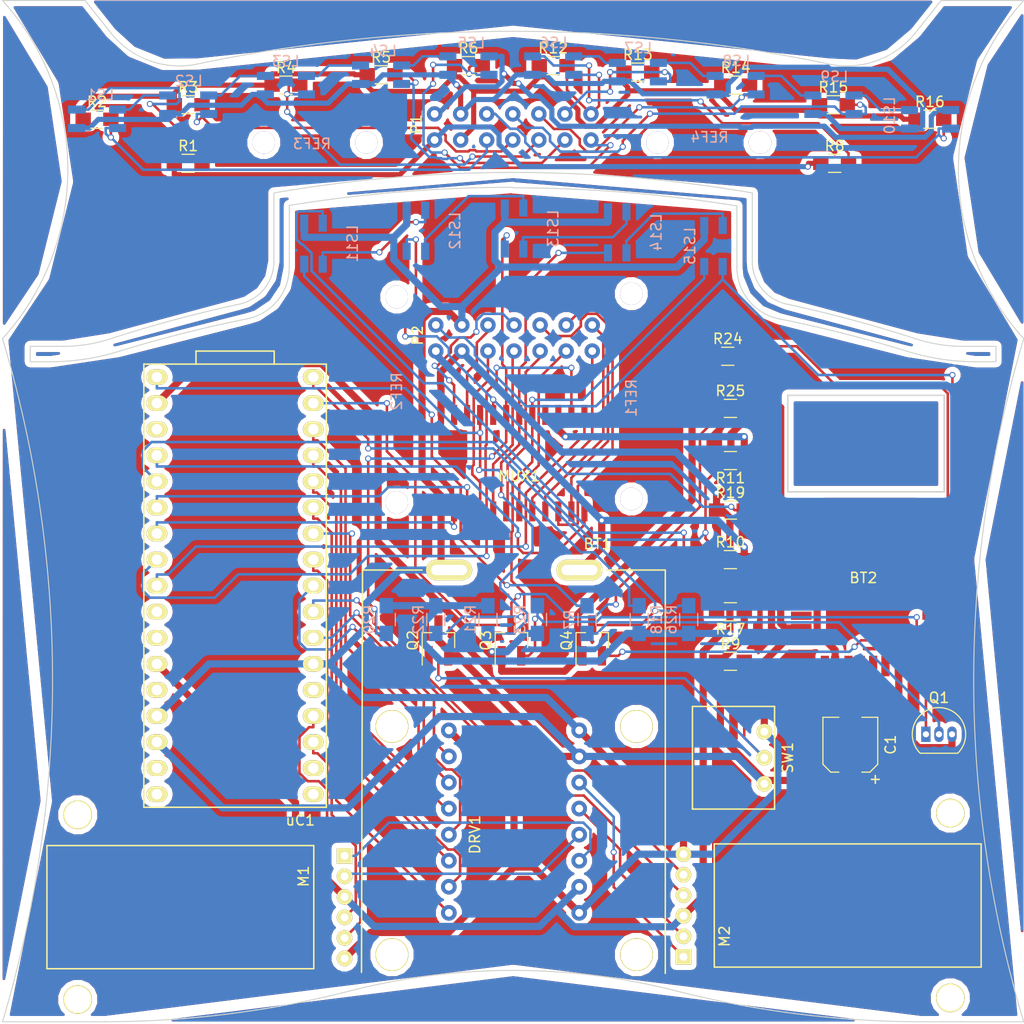
<source format=kicad_pcb>
(kicad_pcb (version 4) (host pcbnew 4.0.5)
  (layers (0 F.Cu signal) (31 B.Cu signal) (34 B.Paste user) (35 F.Paste user) (36 B.SilkS user) (37 F.SilkS user) (38 B.Mask user) (39 F.Mask user) (44 Edge.Cuts user))
  (net 0 "")
  (net 1 +9V)
  (net 2 GND)
  (net 3 "Net-(BT2-Pad24)")
  (net 4 "Net-(BT2-Pad23)")
  (net 5 "Net-(BT2-Pad22)")
  (net 6 "Net-(BT2-Pad21)")
  (net 7 "Net-(BT2-Pad20)")
  (net 8 "Net-(BT2-Pad19)")
  (net 9 "Net-(BT2-Pad18)")
  (net 10 "Net-(BT2-Pad17)")
  (net 11 "Net-(BT2-Pad16)")
  (net 12 "Net-(BT2-Pad15)")
  (net 13 "Net-(BT2-Pad14)")
  (net 14 "Net-(BT2-Pad13)")
  (net 15 +3V3)
  (net 16 "Net-(BT2-Pad10)")
  (net 17 "Net-(BT2-Pad9)")
  (net 18 "Net-(BT2-Pad8)")
  (net 19 "Net-(BT2-Pad7)")
  (net 20 "Net-(BT2-Pad6)")
  (net 21 "Net-(BT2-Pad5)")
  (net 22 "Net-(BT2-Pad4)")
  (net 23 "Net-(BT2-Pad3)")
  (net 24 "Net-(BT2-Pad2)")
  (net 25 "Net-(BT2-Pad35)")
  (net 26 "Net-(BT2-Pad34)")
  (net 27 "Net-(BT2-Pad33)")
  (net 28 "Net-(BT2-Pad32)")
  (net 29 "Net-(BT2-Pad31)")
  (net 30 "Net-(BT2-Pad30)")
  (net 31 +5V)
  (net 32 "Net-(DRV1-Pad3)")
  (net 33 "Net-(DRV1-Pad4)")
  (net 34 "Net-(DRV1-Pad5)")
  (net 35 "Net-(DRV1-Pad6)")
  (net 36 /PWMR)
  (net 37 /RDIR2)
  (net 38 /RDIR1)
  (net 39 /!STBY)
  (net 40 /LDIR1)
  (net 41 /LDIR2)
  (net 42 /PWML)
  (net 43 "Net-(LS1-Pad2)")
  (net 44 "Net-(LS1-Pad1)")
  (net 45 "Net-(LS2-Pad2)")
  (net 46 "Net-(LS3-Pad2)")
  (net 47 "Net-(LS4-Pad2)")
  (net 48 "Net-(LS6-Pad2)")
  (net 49 "Net-(LS6-Pad1)")
  (net 50 "Net-(LS7-Pad2)")
  (net 51 "Net-(LS8-Pad2)")
  (net 52 "Net-(LS10-Pad1)")
  (net 53 "Net-(LS11-Pad2)")
  (net 54 "Net-(LS11-Pad1)")
  (net 55 /LS11)
  (net 56 "Net-(LS12-Pad2)")
  (net 57 /LS12)
  (net 58 "Net-(LS13-Pad2)")
  (net 59 /LS13)
  (net 60 "Net-(LS14-Pad2)")
  (net 61 /LS14)
  (net 62 /LS15)
  (net 63 /ENCLB)
  (net 64 /ENCLA)
  (net 65 /ENCRB)
  (net 66 /ENCRA)
  (net 67 /MUX)
  (net 68 /S0)
  (net 69 /S1)
  (net 70 /S3)
  (net 71 /S2)
  (net 72 "Net-(MUX1-Pad16)")
  (net 73 "Net-(Q1-Pad2)")
  (net 74 "Net-(Q2-Pad1)")
  (net 75 /TX)
  (net 76 /RX)
  (net 77 /LON)
  (net 78 /VBAT)
  (net 79 /GND2S)
  (net 80 /GND1S)
  (net 81 "Net-(LS15-Pad2)")
  (net 82 /LS8Z)
  (net 83 /LS7Z)
  (net 84 /LS6Z)
  (net 85 /LS5Z)
  (net 86 /LS4Z)
  (net 87 /LS3Z)
  (net 88 /LS2Z)
  (net 89 /LS1Z)
  (net 90 /LS10Z)
  (net 91 /LS9Z)
  (net 92 /+9VS)
  (net 93 /+5VS)
  (net 94 /LS1S)
  (net 95 /LS2S)
  (net 96 /LS3S)
  (net 97 /LS4S)
  (net 98 /LS5S)
  (net 99 /LS6S)
  (net 100 /LS7S)
  (net 101 /LS8S)
  (net 102 /LS9S)
  (net 103 /LS10S)
  (net 104 "Net-(μC1-Pad1)")
  (net 105 "Net-(μC1-Pad2)")
  (net 106 "Net-(μC1-Pad5)")
  (net 107 "Net-(μC1-Pad20)")
  (net 108 "Net-(μC1-Pad27)")
  (net 109 "Net-(μC1-Pad28)")
  (net 110 "Net-(μC1-Pad30)")
  (net 111 "Net-(μC1-Pad33)")
  (net 112 "Net-(μC1-Pad34)")
  (module Robot:Motor (layer F.Cu) (at 165.1 138.43 270)
    (fp_text reference M2 (at 8 -4 270) (layer F.SilkS))
    (fp_text value "Motor Desni")
    (pad 1 thru_hole circle (at 0 0 270) (size 1.524 1.524) (drill 0.762) (layers *.Cu *.Mask F.SilkS) (net 2 GND))
    (pad 2 thru_hole circle (at 2 0 270) (size 1.524 1.524) (drill 0.762) (layers *.Cu *.Mask F.SilkS) (net 65 /ENCRB))
    (pad 3 thru_hole circle (at 4 0 270) (size 1.524 1.524) (drill 0.762) (layers *.Cu *.Mask F.SilkS) (net 66 /ENCRA))
    (pad 4 thru_hole circle (at 6 0 270) (size 1.524 1.524) (drill 0.762) (layers *.Cu *.Mask F.SilkS) (net 31 +5V))
    (pad 5 thru_hole circle (at 8 0 270) (size 1.524 1.524) (drill 0.762) (layers *.Cu *.Mask F.SilkS) (net 34 "Net-(DRV1-Pad5)"))
    (pad 6 thru_hole rect (at 10 0 270) (size 1.524 1.524) (drill 0.762) (layers *.Cu *.Mask F.SilkS) (net 35 "Net-(DRV1-Pad6)"))
    (pad "" thru_hole circle (at -4 -26 270) (size 2.794 2.794) (drill 2.54) (layers *.Cu *.Mask F.SilkS))
    (pad "" thru_hole circle (at 14 -26 270) (size 2.794 2.794) (drill 2.54) (layers *.Cu *.Mask F.SilkS))
  )
  (module Robot:Motor (layer F.Cu) (at 132.08 148.59 90)
    (fp_text reference M1 (at 8 -4 90) (layer F.SilkS))
    (fp_text value "Motor Levi")
    (pad 1 thru_hole circle (at 0 0 90) (size 1.524 1.524) (drill 0.762) (layers *.Cu *.Mask F.SilkS) (net 2 GND))
    (pad 2 thru_hole circle (at 2 0 90) (size 1.524 1.524) (drill 0.762) (layers *.Cu *.Mask F.SilkS) (net 63 /ENCLB))
    (pad 3 thru_hole circle (at 4 0 90) (size 1.524 1.524) (drill 0.762) (layers *.Cu *.Mask F.SilkS) (net 64 /ENCLA))
    (pad 4 thru_hole circle (at 6 0 90) (size 1.524 1.524) (drill 0.762) (layers *.Cu *.Mask F.SilkS) (net 31 +5V))
    (pad 5 thru_hole circle (at 8 0 90) (size 1.524 1.524) (drill 0.762) (layers *.Cu *.Mask F.SilkS) (net 33 "Net-(DRV1-Pad4)"))
    (pad 6 thru_hole rect (at 10 0 90) (size 1.524 1.524) (drill 0.762) (layers *.Cu *.Mask F.SilkS) (net 32 "Net-(DRV1-Pad3)"))
    (pad "" thru_hole circle (at -4 -26 90) (size 2.794 2.794) (drill 2.54) (layers *.Cu *.Mask F.SilkS))
    (pad "" thru_hole circle (at 14 -26 90) (size 2.794 2.794) (drill 2.54) (layers *.Cu *.Mask F.SilkS))
  )
  (module Robot:RN42 (layer F.Cu) (at 176.276 120.396)
    (fp_text reference BT2 (at 6.35 -8.89) (layer F.SilkS))
    (fp_text value RN42)
    (pad 24 smd rect (at 13.1 -16) (size 2 0.8) (layers F.Cu F.Paste F.Mask) (net 3 "Net-(BT2-Pad24)"))
    (pad 23 smd rect (at 13.1 -14.8) (size 2 0.8) (layers F.Cu F.Paste F.Mask) (net 4 "Net-(BT2-Pad23)"))
    (pad 22 smd rect (at 13.1 -13.6) (size 2 0.8) (layers F.Cu F.Paste F.Mask) (net 5 "Net-(BT2-Pad22)"))
    (pad 21 smd rect (at 13.1 -12.4) (size 2 0.8) (layers F.Cu F.Paste F.Mask) (net 6 "Net-(BT2-Pad21)"))
    (pad 20 smd rect (at 13.1 -11.2) (size 2 0.8) (layers F.Cu F.Paste F.Mask) (net 7 "Net-(BT2-Pad20)"))
    (pad 19 smd rect (at 13.1 -10) (size 2 0.8) (layers F.Cu F.Paste F.Mask) (net 8 "Net-(BT2-Pad19)"))
    (pad 18 smd rect (at 13.1 -8.8) (size 2 0.8) (layers F.Cu F.Paste F.Mask) (net 9 "Net-(BT2-Pad18)"))
    (pad 17 smd rect (at 13.1 -7.6) (size 2 0.8) (layers F.Cu F.Paste F.Mask) (net 10 "Net-(BT2-Pad17)"))
    (pad 16 smd rect (at 13.1 -6.4) (size 2 0.8) (layers F.Cu F.Paste F.Mask) (net 11 "Net-(BT2-Pad16)"))
    (pad 15 smd rect (at 13.1 -5.2) (size 2 0.8) (layers F.Cu F.Paste F.Mask) (net 12 "Net-(BT2-Pad15)"))
    (pad 14 smd rect (at 13.1 -4) (size 2 0.8) (layers F.Cu F.Paste F.Mask) (net 13 "Net-(BT2-Pad14)"))
    (pad 13 smd rect (at 13.1 -2.8) (size 2 0.8) (layers F.Cu F.Paste F.Mask) (net 14 "Net-(BT2-Pad13)"))
    (pad 12 smd rect (at 0.3 -2.8) (size 2 0.8) (layers F.Cu F.Paste F.Mask) (net 2 GND))
    (pad 11 smd rect (at 0.3 -4) (size 2 0.8) (layers F.Cu F.Paste F.Mask) (net 15 +3V3))
    (pad 10 smd rect (at 0.3 -5.2) (size 2 0.8) (layers F.Cu F.Paste F.Mask) (net 16 "Net-(BT2-Pad10)"))
    (pad 9 smd rect (at 0.3 -6.4) (size 2 0.8) (layers F.Cu F.Paste F.Mask) (net 17 "Net-(BT2-Pad9)"))
    (pad 8 smd rect (at 0.3 -7.6) (size 2 0.8) (layers F.Cu F.Paste F.Mask) (net 18 "Net-(BT2-Pad8)"))
    (pad 7 smd rect (at 0.3 -8.8) (size 2 0.8) (layers F.Cu F.Paste F.Mask) (net 19 "Net-(BT2-Pad7)"))
    (pad 6 smd rect (at 0.3 -10) (size 2 0.8) (layers F.Cu F.Paste F.Mask) (net 20 "Net-(BT2-Pad6)"))
    (pad 5 smd rect (at 0.3 -11.2) (size 2 0.8) (layers F.Cu F.Paste F.Mask) (net 21 "Net-(BT2-Pad5)"))
    (pad 4 smd rect (at 0.3 -12.4) (size 2 0.8) (layers F.Cu F.Paste F.Mask) (net 22 "Net-(BT2-Pad4)"))
    (pad 3 smd rect (at 0.3 -13.6) (size 2 0.8) (layers F.Cu F.Paste F.Mask) (net 23 "Net-(BT2-Pad3)"))
    (pad 2 smd rect (at 0.3 -14.8) (size 2 0.8) (layers F.Cu F.Paste F.Mask) (net 24 "Net-(BT2-Pad2)"))
    (pad 1 smd rect (at 0.3 -16) (size 2 0.8) (layers F.Cu F.Paste F.Mask) (net 2 GND))
    (pad 35 smd rect (at 2.6 -0.3) (size 0.8 2) (layers F.Cu F.Paste F.Mask) (net 25 "Net-(BT2-Pad35)"))
    (pad 29 smd rect (at 3.6 -0.3) (size 0.8 2) (layers F.Cu F.Paste F.Mask) (net 2 GND))
    (pad 34 smd rect (at 4.9 -0.3) (size 0.8 2) (layers F.Cu F.Paste F.Mask) (net 26 "Net-(BT2-Pad34)"))
    (pad 33 smd rect (at 6.1 -0.3) (size 0.8 2) (layers F.Cu F.Paste F.Mask) (net 27 "Net-(BT2-Pad33)"))
    (pad 32 smd rect (at 7.3 -0.3) (size 0.8 2) (layers F.Cu F.Paste F.Mask) (net 28 "Net-(BT2-Pad32)"))
    (pad 28 smd rect (at 9.8 -0.3) (size 0.8 2) (layers F.Cu F.Paste F.Mask) (net 2 GND))
    (pad 31 smd rect (at 8.5 -0.3) (size 0.8 2) (layers F.Cu F.Paste F.Mask) (net 29 "Net-(BT2-Pad31)"))
    (pad 30 smd rect (at 10.8 -0.3) (size 0.8 2) (layers F.Cu F.Paste F.Mask) (net 30 "Net-(BT2-Pad30)"))
  )
  (module Capacitors_SMD:CP_Elec_5x4.5 (layer F.Cu) (at 181.356 127.762 90)
    (fp_text reference C1 (at 0 3.92 90) (layer F.SilkS))
    (fp_text value 22uF)
    (fp_text user + (at -3.38 2.36 90) (layer F.SilkS))
    (pad 1 smd rect (at -2.2 0 270) (size 3 1.6) (layers F.Cu F.Paste F.Mask) (net 1 +9V))
    (pad 2 smd rect (at 2.2 0 270) (size 3 1.6) (layers F.Cu F.Paste F.Mask) (net 2 GND))
  )
  (module Robot:TB6612FNG (layer F.Cu) (at 147.32 133.985 180)
    (fp_text reference DRV1 (at 2.54 -2.54 270) (layer F.SilkS))
    (fp_text value TB6612FG)
    (pad 1 thru_hole circle (at -7.62 -10.16 180) (size 1.524 1.524) (drill 0.762) (layers *.Cu *.Mask) (net 2 GND))
    (pad 2 thru_hole circle (at -7.62 -7.62 180) (size 1.524 1.524) (drill 0.762) (layers *.Cu *.Mask) (net 31 +5V))
    (pad 3 thru_hole circle (at -7.62 -5.08 180) (size 1.524 1.524) (drill 0.762) (layers *.Cu *.Mask) (net 32 "Net-(DRV1-Pad3)"))
    (pad 4 thru_hole circle (at -7.62 -2.54 180) (size 1.524 1.524) (drill 0.762) (layers *.Cu *.Mask) (net 33 "Net-(DRV1-Pad4)"))
    (pad 5 thru_hole circle (at -7.62 0 180) (size 1.524 1.524) (drill 0.762) (layers *.Cu *.Mask) (net 34 "Net-(DRV1-Pad5)"))
    (pad 6 thru_hole circle (at -7.62 2.54 180) (size 1.524 1.524) (drill 0.762) (layers *.Cu *.Mask) (net 35 "Net-(DRV1-Pad6)"))
    (pad 7 thru_hole circle (at -7.62 5.08 180) (size 1.524 1.524) (drill 0.762) (layers *.Cu *.Mask) (net 1 +9V))
    (pad 8 thru_hole circle (at -7.62 7.62 180) (size 1.524 1.524) (drill 0.762) (layers *.Cu *.Mask) (net 2 GND))
    (pad 9 thru_hole circle (at 5.08 7.62 180) (size 1.524 1.524) (drill 0.762) (layers *.Cu *.Mask) (net 2 GND))
    (pad 10 thru_hole circle (at 5.08 5.08 180) (size 1.524 1.524) (drill 0.762) (layers *.Cu *.Mask) (net 36 /PWMR))
    (pad 11 thru_hole circle (at 5.08 2.54 180) (size 1.524 1.524) (drill 0.762) (layers *.Cu *.Mask) (net 37 /RDIR2))
    (pad 12 thru_hole circle (at 5.08 0 180) (size 1.524 1.524) (drill 0.762) (layers *.Cu *.Mask) (net 38 /RDIR1))
    (pad 13 thru_hole circle (at 5.08 -2.54 180) (size 1.524 1.524) (drill 0.762) (layers *.Cu *.Mask) (net 39 /!STBY))
    (pad 14 thru_hole circle (at 5.08 -5.08 180) (size 1.524 1.524) (drill 0.762) (layers *.Cu *.Mask) (net 40 /LDIR1))
    (pad 15 thru_hole circle (at 5.08 -7.62 180) (size 1.524 1.524) (drill 0.762) (layers *.Cu *.Mask) (net 41 /LDIR2))
    (pad 16 thru_hole circle (at 5.08 -10.16 180) (size 1.524 1.524) (drill 0.762) (layers *.Cu *.Mask) (net 42 /PWML))
  )
  (module Robot:CD74HC4067 (layer F.Cu) (at 149.098 100.33)
    (fp_text reference MUX1 (at 0 1.27) (layer F.SilkS))
    (fp_text value CD74HC4067)
    (pad 1 smd rect (at 6.35 4.7) (size 0.6 1.95) (layers F.Cu F.Paste F.Mask) (net 67 /MUX))
    (pad 2 smd rect (at 5.08 4.7) (size 0.6 1.95) (layers F.Cu F.Paste F.Mask) (net 82 /LS8Z))
    (pad 3 smd rect (at 3.81 4.7) (size 0.6 1.95) (layers F.Cu F.Paste F.Mask) (net 83 /LS7Z))
    (pad 4 smd rect (at 2.54 4.7) (size 0.6 1.95) (layers F.Cu F.Paste F.Mask) (net 84 /LS6Z))
    (pad 5 smd rect (at 1.27 4.7) (size 0.6 1.95) (layers F.Cu F.Paste F.Mask) (net 85 /LS5Z))
    (pad 6 smd rect (at 0 4.7) (size 0.6 1.95) (layers F.Cu F.Paste F.Mask) (net 86 /LS4Z))
    (pad 7 smd rect (at -1.27 4.7) (size 0.6 1.95) (layers F.Cu F.Paste F.Mask) (net 87 /LS3Z))
    (pad 8 smd rect (at -2.54 4.7) (size 0.6 1.95) (layers F.Cu F.Paste F.Mask) (net 88 /LS2Z))
    (pad 9 smd rect (at -3.81 4.7) (size 0.6 1.95) (layers F.Cu F.Paste F.Mask) (net 89 /LS1Z))
    (pad 10 smd rect (at -5.08 4.7) (size 0.6 1.95) (layers F.Cu F.Paste F.Mask) (net 68 /S0))
    (pad 11 smd rect (at -6.35 4.7) (size 0.6 1.95) (layers F.Cu F.Paste F.Mask) (net 69 /S1))
    (pad 12 smd rect (at -7.62 4.7) (size 0.6 1.95) (layers F.Cu F.Paste F.Mask) (net 2 GND))
    (pad 13 smd rect (at 6.35 -4.7) (size 0.6 1.95) (layers F.Cu F.Paste F.Mask) (net 70 /S3))
    (pad 14 smd rect (at 5.08 -4.7) (size 0.6 1.95) (layers F.Cu F.Paste F.Mask) (net 71 /S2))
    (pad 15 smd rect (at 3.81 -4.7) (size 0.6 1.95) (layers F.Cu F.Paste F.Mask) (net 2 GND))
    (pad 16 smd rect (at 2.54 -4.7) (size 0.6 1.95) (layers F.Cu F.Paste F.Mask) (net 72 "Net-(MUX1-Pad16)"))
    (pad 17 smd rect (at 1.27 -4.7) (size 0.6 1.95) (layers F.Cu F.Paste F.Mask) (net 62 /LS15))
    (pad 18 smd rect (at 0 -4.7) (size 0.6 1.95) (layers F.Cu F.Paste F.Mask) (net 61 /LS14))
    (pad 19 smd rect (at -1.27 -4.7) (size 0.6 1.95) (layers F.Cu F.Paste F.Mask) (net 59 /LS13))
    (pad 20 smd rect (at -2.54 -4.7) (size 0.6 1.95) (layers F.Cu F.Paste F.Mask) (net 57 /LS12))
    (pad 21 smd rect (at -3.81 -4.7) (size 0.6 1.95) (layers F.Cu F.Paste F.Mask) (net 55 /LS11))
    (pad 22 smd rect (at -5.08 -4.7) (size 0.6 1.95) (layers F.Cu F.Paste F.Mask) (net 90 /LS10Z))
    (pad 23 smd rect (at -6.35 -4.7) (size 0.6 1.95) (layers F.Cu F.Paste F.Mask) (net 91 /LS9Z))
    (pad 24 smd rect (at -7.62 -4.7) (size 0.6 1.95) (layers F.Cu F.Paste F.Mask) (net 31 +5V))
  )
  (module Robot:Connector (layer F.Cu) (at 140.848 68.8442 90)
    (fp_text reference P1 (at 1.524 -1.778 90) (layer F.SilkS))
    (fp_text value CONN_01X14 hide)
    (pad 1 thru_hole circle (at 0 0 90) (size 1.5 1.5) (drill 0.75) (layers *.Cu *.Mask) (net 92 /+9VS))
    (pad 2 thru_hole circle (at 0 2.54 90) (size 1.5 1.5) (drill 0.75) (layers *.Cu *.Mask) (net 93 /+5VS))
    (pad 3 thru_hole circle (at 0 5.08 90) (size 1.5 1.5) (drill 0.75) (layers *.Cu *.Mask) (net 94 /LS1S))
    (pad 4 thru_hole circle (at 0 7.62 90) (size 1.5 1.5) (drill 0.75) (layers *.Cu *.Mask) (net 95 /LS2S))
    (pad 5 thru_hole circle (at 0 10.16 90) (size 1.5 1.5) (drill 0.75) (layers *.Cu *.Mask) (net 96 /LS3S))
    (pad 6 thru_hole circle (at 0 12.7 90) (size 1.5 1.5) (drill 0.75) (layers *.Cu *.Mask) (net 97 /LS4S))
    (pad 7 thru_hole circle (at 0 15.24 90) (size 1.5 1.5) (drill 0.75) (layers *.Cu *.Mask) (net 98 /LS5S))
    (pad 8 thru_hole circle (at 2.54 15.24 90) (size 1.5 1.5) (drill 0.75) (layers *.Cu *.Mask) (net 99 /LS6S))
    (pad 9 thru_hole circle (at 2.54 12.7 90) (size 1.5 1.5) (drill 0.75) (layers *.Cu *.Mask) (net 100 /LS7S))
    (pad 10 thru_hole circle (at 2.54 10.16 90) (size 1.5 1.5) (drill 0.75) (layers *.Cu *.Mask) (net 101 /LS8S))
    (pad 11 thru_hole circle (at 2.54 7.62 90) (size 1.5 1.5) (drill 0.75) (layers *.Cu *.Mask) (net 102 /LS9S))
    (pad 12 thru_hole circle (at 2.54 5.08 90) (size 1.5 1.5) (drill 0.75) (layers *.Cu *.Mask) (net 103 /LS10S))
    (pad 13 thru_hole circle (at 2.54 2.54 90) (size 1.5 1.5) (drill 0.75) (layers *.Cu *.Mask) (net 79 /GND2S))
    (pad 14 thru_hole circle (at 2.54 0 90) (size 1.5 1.5) (drill 0.75) (layers *.Cu *.Mask) (net 80 /GND1S))
  )
  (module Robot:Connector (layer F.Cu) (at 140.97 89.408 90)
    (fp_text reference P2 (at 1.524 -1.778 90) (layer F.SilkS))
    (fp_text value CONN_01X14 hide)
    (pad 1 thru_hole circle (at 0 0 90) (size 1.5 1.5) (drill 0.75) (layers *.Cu *.Mask) (net 1 +9V))
    (pad 2 thru_hole circle (at 0 2.54 90) (size 1.5 1.5) (drill 0.75) (layers *.Cu *.Mask) (net 31 +5V))
    (pad 3 thru_hole circle (at 0 5.08 90) (size 1.5 1.5) (drill 0.75) (layers *.Cu *.Mask) (net 89 /LS1Z))
    (pad 4 thru_hole circle (at 0 7.62 90) (size 1.5 1.5) (drill 0.75) (layers *.Cu *.Mask) (net 88 /LS2Z))
    (pad 5 thru_hole circle (at 0 10.16 90) (size 1.5 1.5) (drill 0.75) (layers *.Cu *.Mask) (net 87 /LS3Z))
    (pad 6 thru_hole circle (at 0 12.7 90) (size 1.5 1.5) (drill 0.75) (layers *.Cu *.Mask) (net 86 /LS4Z))
    (pad 7 thru_hole circle (at 0 15.24 90) (size 1.5 1.5) (drill 0.75) (layers *.Cu *.Mask) (net 85 /LS5Z))
    (pad 8 thru_hole circle (at 2.54 15.24 90) (size 1.5 1.5) (drill 0.75) (layers *.Cu *.Mask) (net 84 /LS6Z))
    (pad 9 thru_hole circle (at 2.54 12.7 90) (size 1.5 1.5) (drill 0.75) (layers *.Cu *.Mask) (net 83 /LS7Z))
    (pad 10 thru_hole circle (at 2.54 10.16 90) (size 1.5 1.5) (drill 0.75) (layers *.Cu *.Mask) (net 82 /LS8Z))
    (pad 11 thru_hole circle (at 2.54 7.62 90) (size 1.5 1.5) (drill 0.75) (layers *.Cu *.Mask) (net 91 /LS9Z))
    (pad 12 thru_hole circle (at 2.54 5.08 90) (size 1.5 1.5) (drill 0.75) (layers *.Cu *.Mask) (net 90 /LS10Z))
    (pad 13 thru_hole circle (at 2.54 2.54 90) (size 1.5 1.5) (drill 0.75) (layers *.Cu *.Mask) (net 2 GND))
    (pad 14 thru_hole circle (at 2.54 0 90) (size 1.5 1.5) (drill 0.75) (layers *.Cu *.Mask) (net 81 "Net-(LS15-Pad2)"))
  )
  (module TO_SOT_Packages_THT:TO-92_Inline_Narrow_Oval (layer F.Cu) (at 188.722 126.746)
    (fp_text reference Q1 (at 1.27 -3.56) (layer F.SilkS))
    (fp_text value Q_NPN_CBE)
    (pad 2 thru_hole oval (at 1.27 0 180) (size 0.9 1.5) (drill 0.6) (layers *.Cu *.Mask) (net 73 "Net-(Q1-Pad2)"))
    (pad 3 thru_hole oval (at 2.54 0 180) (size 0.9 1.5) (drill 0.6) (layers *.Cu *.Mask) (net 2 GND))
    (pad 1 thru_hole rect (at 0 0 180) (size 0.9 1.5) (drill 0.6) (layers *.Cu *.Mask) (net 81 "Net-(LS15-Pad2)"))
  )
  (module TO_SOT_Packages_SMD:SOT-23_Handsoldering (layer F.Cu) (at 141.224 117.602 90)
    (fp_text reference Q2 (at 0 -2.5 90) (layer F.SilkS))
    (fp_text value Q_PMOS_GSD)
    (pad 1 smd rect (at -1.5 -0.95 90) (size 1.9 0.8) (layers F.Cu F.Paste F.Mask) (net 74 "Net-(Q2-Pad1)"))
    (pad 2 smd rect (at -1.5 0.95 90) (size 1.9 0.8) (layers F.Cu F.Paste F.Mask) (net 1 +9V))
    (pad 3 smd rect (at 1.5 0 90) (size 1.9 0.8) (layers F.Cu F.Paste F.Mask) (net 1 +9V))
  )
  (module TO_SOT_Packages_SMD:SOT-23_Handsoldering (layer F.Cu) (at 148.336 117.602 90)
    (fp_text reference Q3 (at 0 -2.5 90) (layer F.SilkS))
    (fp_text value BSS138)
    (pad 1 smd rect (at -1.5 -0.95 90) (size 1.9 0.8) (layers F.Cu F.Paste F.Mask) (net 15 +3V3))
    (pad 2 smd rect (at -1.5 0.95 90) (size 1.9 0.8) (layers F.Cu F.Paste F.Mask) (net 13 "Net-(BT2-Pad14)"))
    (pad 3 smd rect (at 1.5 0 90) (size 1.9 0.8) (layers F.Cu F.Paste F.Mask) (net 75 /TX))
  )
  (module TO_SOT_Packages_SMD:SOT-23_Handsoldering (layer F.Cu) (at 156.21 117.602 90)
    (fp_text reference Q4 (at 0 -2.5 90) (layer F.SilkS))
    (fp_text value BSS138)
    (pad 1 smd rect (at -1.5 -0.95 90) (size 1.9 0.8) (layers F.Cu F.Paste F.Mask) (net 15 +3V3))
    (pad 2 smd rect (at -1.5 0.95 90) (size 1.9 0.8) (layers F.Cu F.Paste F.Mask) (net 14 "Net-(BT2-Pad13)"))
    (pad 3 smd rect (at 1.5 0 90) (size 1.9 0.8) (layers F.Cu F.Paste F.Mask) (net 76 /RX))
  )
  (module Resistors_SMD:R_0805_HandSoldering (layer F.Cu) (at 116.84 71.12)
    (fp_text reference R1 (at 0 -1.7) (layer F.SilkS))
    (fp_text value 75R)
    (pad 1 smd rect (at -1.35 0) (size 1.5 1.3) (layers F.Cu F.Paste F.Mask) (net 92 /+9VS))
    (pad 2 smd rect (at 1.35 0) (size 1.5 1.3) (layers F.Cu F.Paste F.Mask) (net 44 "Net-(LS1-Pad1)"))
  )
  (module Resistors_SMD:R_0805_HandSoldering (layer F.Cu) (at 107.96 66.8223)
    (fp_text reference R2 (at 0 -1.7) (layer F.SilkS))
    (fp_text value 10K)
    (pad 1 smd rect (at -1.35 0) (size 1.5 1.3) (layers F.Cu F.Paste F.Mask) (net 93 /+5VS))
    (pad 2 smd rect (at 1.35 0) (size 1.5 1.3) (layers F.Cu F.Paste F.Mask) (net 94 /LS1S))
  )
  (module Resistors_SMD:R_0805_HandSoldering (layer F.Cu) (at 116.84 65.405)
    (fp_text reference R3 (at 0 -1.7) (layer F.SilkS))
    (fp_text value 10K)
    (pad 1 smd rect (at -1.35 0) (size 1.5 1.3) (layers F.Cu F.Paste F.Mask) (net 93 /+5VS))
    (pad 2 smd rect (at 1.35 0) (size 1.5 1.3) (layers F.Cu F.Paste F.Mask) (net 95 /LS2S))
  )
  (module Resistors_SMD:R_0805_HandSoldering (layer F.Cu) (at 126.365 63.5)
    (fp_text reference R4 (at 0 -1.7) (layer F.SilkS))
    (fp_text value 10K)
    (pad 1 smd rect (at -1.35 0) (size 1.5 1.3) (layers F.Cu F.Paste F.Mask) (net 93 /+5VS))
    (pad 2 smd rect (at 1.35 0) (size 1.5 1.3) (layers F.Cu F.Paste F.Mask) (net 96 /LS3S))
  )
  (module Resistors_SMD:R_0805_HandSoldering (layer F.Cu) (at 135.636 62.484)
    (fp_text reference R5 (at 0 -1.7) (layer F.SilkS))
    (fp_text value 10K)
    (pad 1 smd rect (at -1.35 0) (size 1.5 1.3) (layers F.Cu F.Paste F.Mask) (net 93 /+5VS))
    (pad 2 smd rect (at 1.35 0) (size 1.5 1.3) (layers F.Cu F.Paste F.Mask) (net 97 /LS4S))
  )
  (module Resistors_SMD:R_0805_HandSoldering (layer F.Cu) (at 144.145 61.595)
    (fp_text reference R6 (at 0 -1.7) (layer F.SilkS))
    (fp_text value 10K)
    (pad 1 smd rect (at -1.35 0) (size 1.5 1.3) (layers F.Cu F.Paste F.Mask) (net 93 /+5VS))
    (pad 2 smd rect (at 1.35 0) (size 1.5 1.3) (layers F.Cu F.Paste F.Mask) (net 98 /LS5S))
  )
  (module Resistors_SMD:R_0805_HandSoldering (layer B.Cu) (at 155.702 115.57 270)
    (fp_text reference R7 (at 0 1.7 270) (layer B.SilkS) (effects (justify mirror)))
    (fp_text value 1K)
    (pad 1 smd rect (at -1.35 0 270) (size 1.5 1.3) (layers B.Cu B.Paste B.Mask) (net 77 /LON))
    (pad 2 smd rect (at 1.35 0 270) (size 1.5 1.3) (layers B.Cu B.Paste B.Mask) (net 73 "Net-(Q1-Pad2)"))
  )
  (module Resistors_SMD:R_0805_HandSoldering (layer F.Cu) (at 179.832 71.12)
    (fp_text reference R8 (at 0 -1.7) (layer F.SilkS))
    (fp_text value 75R)
    (pad 1 smd rect (at -1.35 0) (size 1.5 1.3) (layers F.Cu F.Paste F.Mask) (net 92 /+9VS))
    (pad 2 smd rect (at 1.35 0) (size 1.5 1.3) (layers F.Cu F.Paste F.Mask) (net 49 "Net-(LS6-Pad1)"))
  )
  (module Resistors_SMD:R_0805_HandSoldering (layer F.Cu) (at 169.672 119.634)
    (fp_text reference R9 (at 0 -1.7) (layer F.SilkS))
    (fp_text value 10K)
    (pad 1 smd rect (at -1.35 0) (size 1.5 1.3) (layers F.Cu F.Paste F.Mask) (net 1 +9V))
    (pad 2 smd rect (at 1.35 0) (size 1.5 1.3) (layers F.Cu F.Paste F.Mask) (net 74 "Net-(Q2-Pad1)"))
  )
  (module Resistors_SMD:R_0805_HandSoldering (layer F.Cu) (at 169.672 109.728)
    (fp_text reference R10 (at 0 -1.7) (layer F.SilkS))
    (fp_text value 10K)
    (pad 1 smd rect (at -1.35 0) (size 1.5 1.3) (layers F.Cu F.Paste F.Mask) (net 78 /VBAT))
    (pad 2 smd rect (at 1.35 0) (size 1.5 1.3) (layers F.Cu F.Paste F.Mask) (net 1 +9V))
  )
  (module Resistors_SMD:R_0805_HandSoldering (layer F.Cu) (at 169.672 100.076 180)
    (fp_text reference R11 (at 0 -1.7 180) (layer F.SilkS))
    (fp_text value 10K)
    (pad 1 smd rect (at -1.35 0 180) (size 1.5 1.3) (layers F.Cu F.Paste F.Mask) (net 2 GND))
    (pad 2 smd rect (at 1.35 0 180) (size 1.5 1.3) (layers F.Cu F.Paste F.Mask) (net 78 /VBAT))
  )
  (module Resistors_SMD:R_0805_HandSoldering (layer F.Cu) (at 152.4 61.595)
    (fp_text reference R12 (at 0 -1.7) (layer F.SilkS))
    (fp_text value 10K)
    (pad 1 smd rect (at -1.35 0) (size 1.5 1.3) (layers F.Cu F.Paste F.Mask) (net 93 /+5VS))
    (pad 2 smd rect (at 1.35 0) (size 1.5 1.3) (layers F.Cu F.Paste F.Mask) (net 99 /LS6S))
  )
  (module Resistors_SMD:R_0805_HandSoldering (layer F.Cu) (at 160.655 62.23)
    (fp_text reference R13 (at 0 -1.7) (layer F.SilkS))
    (fp_text value 10K)
    (pad 1 smd rect (at -1.35 0) (size 1.5 1.3) (layers F.Cu F.Paste F.Mask) (net 93 /+5VS))
    (pad 2 smd rect (at 1.35 0) (size 1.5 1.3) (layers F.Cu F.Paste F.Mask) (net 100 /LS7S))
  )
  (module Resistors_SMD:R_0805_HandSoldering (layer F.Cu) (at 170.18 63.5)
    (fp_text reference R14 (at 0 -1.7) (layer F.SilkS))
    (fp_text value 10K)
    (pad 1 smd rect (at -1.35 0) (size 1.5 1.3) (layers F.Cu F.Paste F.Mask) (net 93 /+5VS))
    (pad 2 smd rect (at 1.35 0) (size 1.5 1.3) (layers F.Cu F.Paste F.Mask) (net 101 /LS8S))
  )
  (module Resistors_SMD:R_0805_HandSoldering (layer F.Cu) (at 179.705 65.405)
    (fp_text reference R15 (at 0 -1.7) (layer F.SilkS))
    (fp_text value 10K)
    (pad 1 smd rect (at -1.35 0) (size 1.5 1.3) (layers F.Cu F.Paste F.Mask) (net 93 /+5VS))
    (pad 2 smd rect (at 1.35 0) (size 1.5 1.3) (layers F.Cu F.Paste F.Mask) (net 102 /LS9S))
  )
  (module Resistors_SMD:R_0805_HandSoldering (layer F.Cu) (at 189.108 66.8223)
    (fp_text reference R16 (at 0 -1.7) (layer F.SilkS))
    (fp_text value 10K)
    (pad 1 smd rect (at -1.35 0) (size 1.5 1.3) (layers F.Cu F.Paste F.Mask) (net 93 /+5VS))
    (pad 2 smd rect (at 1.35 0) (size 1.5 1.3) (layers F.Cu F.Paste F.Mask) (net 103 /LS10S))
  )
  (module Resistors_SMD:R_0805_HandSoldering (layer F.Cu) (at 169.672 114.808 180)
    (fp_text reference R17 (at 0 -1.7 180) (layer F.SilkS))
    (fp_text value 75R)
    (pad 1 smd rect (at -1.35 0 180) (size 1.5 1.3) (layers F.Cu F.Paste F.Mask) (net 1 +9V))
    (pad 2 smd rect (at 1.35 0 180) (size 1.5 1.3) (layers F.Cu F.Paste F.Mask) (net 54 "Net-(LS11-Pad1)"))
  )
  (module Resistors_SMD:R_0805_HandSoldering (layer B.Cu) (at 160.782 115.57 90)
    (fp_text reference R18 (at 0 1.7 90) (layer B.SilkS) (effects (justify mirror)))
    (fp_text value 10K)
    (pad 1 smd rect (at -1.35 0 90) (size 1.5 1.3) (layers B.Cu B.Paste B.Mask) (net 31 +5V))
    (pad 2 smd rect (at 1.35 0 90) (size 1.5 1.3) (layers B.Cu B.Paste B.Mask) (net 55 /LS11))
  )
  (module Resistors_SMD:R_0805_HandSoldering (layer F.Cu) (at 169.672 104.902)
    (fp_text reference R19 (at 0 -1.7) (layer F.SilkS))
    (fp_text value 10K)
    (pad 1 smd rect (at -1.35 0) (size 1.5 1.3) (layers F.Cu F.Paste F.Mask) (net 31 +5V))
    (pad 2 smd rect (at 1.35 0) (size 1.5 1.3) (layers F.Cu F.Paste F.Mask) (net 57 /LS12))
  )
  (module Resistors_SMD:R_0805_HandSoldering (layer B.Cu) (at 136.144 115.57 270)
    (fp_text reference R20 (at 0 1.7 270) (layer B.SilkS) (effects (justify mirror)))
    (fp_text value 10K)
    (pad 1 smd rect (at -1.35 0 270) (size 1.5 1.3) (layers B.Cu B.Paste B.Mask) (net 31 +5V))
    (pad 2 smd rect (at 1.35 0 270) (size 1.5 1.3) (layers B.Cu B.Paste B.Mask) (net 59 /LS13))
  )
  (module Resistors_SMD:R_0805_HandSoldering (layer B.Cu) (at 146.05 115.57 270)
    (fp_text reference R21 (at 0 1.7 270) (layer B.SilkS) (effects (justify mirror)))
    (fp_text value 10K)
    (pad 1 smd rect (at -1.35 0 270) (size 1.5 1.3) (layers B.Cu B.Paste B.Mask) (net 31 +5V))
    (pad 2 smd rect (at 1.35 0 270) (size 1.5 1.3) (layers B.Cu B.Paste B.Mask) (net 61 /LS14))
  )
  (module Resistors_SMD:R_0805_HandSoldering (layer B.Cu) (at 140.97 115.57 270)
    (fp_text reference R22 (at 0 1.7 270) (layer B.SilkS) (effects (justify mirror)))
    (fp_text value 10K)
    (pad 1 smd rect (at -1.35 0 270) (size 1.5 1.3) (layers B.Cu B.Paste B.Mask) (net 31 +5V))
    (pad 2 smd rect (at 1.35 0 270) (size 1.5 1.3) (layers B.Cu B.Paste B.Mask) (net 62 /LS15))
  )
  (module Resistors_SMD:R_0805_HandSoldering (layer B.Cu) (at 150.876 115.57 270)
    (fp_text reference R23 (at 0 1.7 270) (layer B.SilkS) (effects (justify mirror)))
    (fp_text value 10K)
    (pad 1 smd rect (at -1.35 0 270) (size 1.5 1.3) (layers B.Cu B.Paste B.Mask) (net 13 "Net-(BT2-Pad14)"))
    (pad 2 smd rect (at 1.35 0 270) (size 1.5 1.3) (layers B.Cu B.Paste B.Mask) (net 15 +3V3))
  )
  (module Resistors_SMD:R_0805_HandSoldering (layer F.Cu) (at 169.418 89.916)
    (fp_text reference R24 (at 0 -1.7) (layer F.SilkS))
    (fp_text value 10K)
    (pad 1 smd rect (at -1.35 0) (size 1.5 1.3) (layers F.Cu F.Paste F.Mask) (net 14 "Net-(BT2-Pad13)"))
    (pad 2 smd rect (at 1.35 0) (size 1.5 1.3) (layers F.Cu F.Paste F.Mask) (net 15 +3V3))
  )
  (module Resistors_SMD:R_0805_HandSoldering (layer F.Cu) (at 169.672 94.996)
    (fp_text reference R25 (at 0 -1.7) (layer F.SilkS))
    (fp_text value 10K)
    (pad 1 smd rect (at -1.35 0) (size 1.5 1.3) (layers F.Cu F.Paste F.Mask) (net 75 /TX))
    (pad 2 smd rect (at 1.35 0) (size 1.5 1.3) (layers F.Cu F.Paste F.Mask) (net 31 +5V))
  )
  (module Resistors_SMD:R_0805_HandSoldering (layer B.Cu) (at 165.608 115.57 270)
    (fp_text reference R26 (at 0 1.7 270) (layer B.SilkS) (effects (justify mirror)))
    (fp_text value 10K)
    (pad 1 smd rect (at -1.35 0 270) (size 1.5 1.3) (layers B.Cu B.Paste B.Mask) (net 76 /RX))
    (pad 2 smd rect (at 1.35 0 270) (size 1.5 1.3) (layers B.Cu B.Paste B.Mask) (net 31 +5V))
  )
  (module Robot:switch (layer F.Cu) (at 172.974 129.032 90)
    (fp_text reference SW1 (at 0 2.286 90) (layer F.SilkS))
    (fp_text value SWITCH_INV)
    (pad 1 thru_hole circle (at -2.54 0 90) (size 1.524 1.524) (drill 0.762) (layers *.Cu *.Mask F.SilkS) (net 1 +9V))
    (pad 2 thru_hole circle (at 0 0 90) (size 1.524 1.524) (drill 0.762) (layers *.Cu *.Mask F.SilkS) (net 74 "Net-(Q2-Pad1)"))
    (pad 3 thru_hole circle (at 2.54 0 90) (size 1.524 1.524) (drill 0.762) (layers *.Cu *.Mask F.SilkS) (net 2 GND))
  )
  (module Robot:ArduinoMicro (layer F.Cu) (at 129.032 132.588 180)
    (fp_text reference uC1 (at 1.27 -2.54 180) (layer F.SilkS))
    (fp_text value ArduinoMicro)
    (pad 1 thru_hole oval (at 0 0 180) (size 2.032 1.524) (drill 1.016) (layers *.Cu *.Mask F.SilkS) (net 104 "Net-(μC1-Pad1)"))
    (pad 2 thru_hole oval (at 0 2.54 180) (size 2.032 1.524) (drill 1.016) (layers *.Cu *.Mask F.SilkS) (net 105 "Net-(μC1-Pad2)"))
    (pad 3 thru_hole oval (at 0 5.08 180) (size 2.032 1.524) (drill 1.016) (layers *.Cu *.Mask F.SilkS) (net 63 /ENCLB))
    (pad 4 thru_hole oval (at 0 7.62 180) (size 2.032 1.524) (drill 1.016) (layers *.Cu *.Mask F.SilkS) (net 64 /ENCLA))
    (pad 5 thru_hole oval (at 0 10.16 180) (size 2.032 1.524) (drill 1.016) (layers *.Cu *.Mask F.SilkS) (net 106 "Net-(μC1-Pad5)"))
    (pad 6 thru_hole oval (at 0 12.7 180) (size 2.032 1.524) (drill 1.016) (layers *.Cu *.Mask F.SilkS) (net 2 GND))
    (pad 7 thru_hole oval (at 0 15.24 180) (size 2.032 1.524) (drill 1.016) (layers *.Cu *.Mask F.SilkS) (net 66 /ENCRA))
    (pad 8 thru_hole oval (at 0 17.78 180) (size 2.032 1.524) (drill 1.016) (layers *.Cu *.Mask F.SilkS) (net 65 /ENCRB))
    (pad 9 thru_hole oval (at 0 20.32 180) (size 2.032 1.524) (drill 1.016) (layers *.Cu *.Mask F.SilkS) (net 39 /!STBY))
    (pad 10 thru_hole oval (at 0 22.86 180) (size 2.032 1.524) (drill 1.016) (layers *.Cu *.Mask F.SilkS) (net 42 /PWML))
    (pad 11 thru_hole oval (at 0 25.4 180) (size 2.032 1.524) (drill 1.016) (layers *.Cu *.Mask F.SilkS) (net 36 /PWMR))
    (pad 12 thru_hole oval (at 0 27.94 180) (size 2.032 1.524) (drill 1.016) (layers *.Cu *.Mask F.SilkS) (net 40 /LDIR1))
    (pad 13 thru_hole oval (at 0 30.48 180) (size 2.032 1.524) (drill 1.016) (layers *.Cu *.Mask F.SilkS) (net 41 /LDIR2))
    (pad 14 thru_hole oval (at 0 33.02 180) (size 2.032 1.524) (drill 1.016) (layers *.Cu *.Mask F.SilkS) (net 38 /RDIR1))
    (pad 15 thru_hole oval (at 0 35.56 180) (size 2.032 1.524) (drill 1.016) (layers *.Cu *.Mask F.SilkS) (net 37 /RDIR2))
    (pad 16 thru_hole oval (at 0 38.1 180) (size 2.032 1.524) (drill 1.016) (layers *.Cu *.Mask F.SilkS) (net 75 /TX))
    (pad 17 thru_hole oval (at 0 40.64 180) (size 2.032 1.524) (drill 1.016) (layers *.Cu *.Mask F.SilkS) (net 76 /RX))
    (pad 18 thru_hole oval (at 15.24 40.64 180) (size 2.032 1.524) (drill 1.016) (layers *.Cu *.Mask F.SilkS) (net 77 /LON))
    (pad 19 thru_hole oval (at 15.24 38.1 180) (size 2.032 1.524) (drill 1.016) (layers *.Cu *.Mask F.SilkS) (net 15 +3V3))
    (pad 20 thru_hole oval (at 15.24 35.56 180) (size 2.032 1.524) (drill 1.016) (layers *.Cu *.Mask F.SilkS) (net 107 "Net-(μC1-Pad20)"))
    (pad 21 thru_hole oval (at 15.24 33.02 180) (size 2.032 1.524) (drill 1.016) (layers *.Cu *.Mask F.SilkS) (net 67 /MUX))
    (pad 22 thru_hole oval (at 15.24 30.48 180) (size 2.032 1.524) (drill 1.016) (layers *.Cu *.Mask F.SilkS) (net 78 /VBAT))
    (pad 23 thru_hole oval (at 15.24 27.94 180) (size 2.032 1.524) (drill 1.016) (layers *.Cu *.Mask F.SilkS) (net 68 /S0))
    (pad 24 thru_hole oval (at 15.24 25.4 180) (size 2.032 1.524) (drill 1.016) (layers *.Cu *.Mask F.SilkS) (net 69 /S1))
    (pad 25 thru_hole oval (at 15.24 22.86 180) (size 2.032 1.524) (drill 1.016) (layers *.Cu *.Mask F.SilkS) (net 71 /S2))
    (pad 26 thru_hole oval (at 15.24 20.32 180) (size 2.032 1.524) (drill 1.016) (layers *.Cu *.Mask F.SilkS) (net 70 /S3))
    (pad 27 thru_hole oval (at 15.24 17.78 180) (size 2.032 1.524) (drill 1.016) (layers *.Cu *.Mask F.SilkS) (net 108 "Net-(μC1-Pad27)"))
    (pad 28 thru_hole oval (at 15.24 15.24 180) (size 2.032 1.524) (drill 1.016) (layers *.Cu *.Mask F.SilkS) (net 109 "Net-(μC1-Pad28)"))
    (pad 29 thru_hole oval (at 15.24 12.7 180) (size 2.032 1.524) (drill 1.016) (layers *.Cu *.Mask F.SilkS) (net 31 +5V))
    (pad 30 thru_hole oval (at 15.24 10.16 180) (size 2.032 1.524) (drill 1.016) (layers *.Cu *.Mask F.SilkS) (net 110 "Net-(μC1-Pad30)"))
    (pad 31 thru_hole oval (at 15.24 7.62 180) (size 2.032 1.524) (drill 1.016) (layers *.Cu *.Mask F.SilkS) (net 2 GND))
    (pad 32 thru_hole oval (at 15.24 5.08 180) (size 2.032 1.524) (drill 1.016) (layers *.Cu *.Mask F.SilkS) (net 1 +9V))
    (pad 33 thru_hole oval (at 15.24 2.54 180) (size 2.032 1.524) (drill 1.016) (layers *.Cu *.Mask F.SilkS) (net 111 "Net-(μC1-Pad33)"))
    (pad 34 thru_hole oval (at 15.24 0 180) (size 2.032 1.524) (drill 1.016) (layers *.Cu *.Mask F.SilkS) (net 112 "Net-(μC1-Pad34)"))
  )
  (module Robot:QRE1113 (layer B.Cu) (at 107.96 66.7817)
    (fp_text reference LS1 (at 0.32512 -2.34188) (layer B.SilkS) (effects (justify mirror)))
    (fp_text value QRE1113)
    (pad 2 smd rect (at 2 -0.9) (size 1.66 0.79) (layers B.Cu B.Paste B.Mask) (net 43 "Net-(LS1-Pad2)"))
    (pad 1 smd rect (at -2 -0.9) (size 1.66 0.79) (layers B.Cu B.Paste B.Mask) (net 44 "Net-(LS1-Pad1)"))
    (pad 3 smd rect (at 2 0.9) (size 1.66 0.79) (layers B.Cu B.Paste B.Mask) (net 94 /LS1S))
    (pad 4 smd rect (at -2 0.9) (size 1.66 0.79) (layers B.Cu B.Paste B.Mask) (net 79 /GND2S))
  )
  (module Robot:QRE1113 (layer B.Cu) (at 116.84 65.405)
    (fp_text reference LS2 (at 0.06096 -2.31648) (layer B.SilkS) (effects (justify mirror)))
    (fp_text value QRE1113)
    (pad 2 smd rect (at 2 -0.9) (size 1.66 0.79) (layers B.Cu B.Paste B.Mask) (net 45 "Net-(LS2-Pad2)"))
    (pad 1 smd rect (at -2 -0.9) (size 1.66 0.79) (layers B.Cu B.Paste B.Mask) (net 43 "Net-(LS1-Pad2)"))
    (pad 3 smd rect (at 2 0.9) (size 1.66 0.79) (layers B.Cu B.Paste B.Mask) (net 95 /LS2S))
    (pad 4 smd rect (at -2 0.9) (size 1.66 0.79) (layers B.Cu B.Paste B.Mask) (net 79 /GND2S))
  )
  (module Robot:QRE1113 (layer B.Cu) (at 126.365 63.5)
    (fp_text reference LS3 (at -0.02032 -2.3368) (layer B.SilkS) (effects (justify mirror)))
    (fp_text value QRE1113)
    (pad 2 smd rect (at 2 -0.9) (size 1.66 0.79) (layers B.Cu B.Paste B.Mask) (net 46 "Net-(LS3-Pad2)"))
    (pad 1 smd rect (at -2 -0.9) (size 1.66 0.79) (layers B.Cu B.Paste B.Mask) (net 45 "Net-(LS2-Pad2)"))
    (pad 3 smd rect (at 2 0.9) (size 1.66 0.79) (layers B.Cu B.Paste B.Mask) (net 96 /LS3S))
    (pad 4 smd rect (at -2 0.9) (size 1.66 0.79) (layers B.Cu B.Paste B.Mask) (net 79 /GND2S))
  )
  (module Robot:QRE1113 (layer B.Cu) (at 135.636 62.484)
    (fp_text reference LS4 (at 0.18288 -2.32664) (layer B.SilkS) (effects (justify mirror)))
    (fp_text value QRE1113)
    (pad 2 smd rect (at 2 -0.9) (size 1.66 0.79) (layers B.Cu B.Paste B.Mask) (net 47 "Net-(LS4-Pad2)"))
    (pad 1 smd rect (at -2 -0.9) (size 1.66 0.79) (layers B.Cu B.Paste B.Mask) (net 46 "Net-(LS3-Pad2)"))
    (pad 3 smd rect (at 2 0.9) (size 1.66 0.79) (layers B.Cu B.Paste B.Mask) (net 97 /LS4S))
    (pad 4 smd rect (at -2 0.9) (size 1.66 0.79) (layers B.Cu B.Paste B.Mask) (net 79 /GND2S))
  )
  (module Robot:QRE1113 (layer B.Cu) (at 144.145 61.595)
    (fp_text reference LS5 (at 0.2794 -2.19456) (layer B.SilkS) (effects (justify mirror)))
    (fp_text value QRE1113)
    (pad 2 smd rect (at 2 -0.9) (size 1.66 0.79) (layers B.Cu B.Paste B.Mask) (net 80 /GND1S))
    (pad 1 smd rect (at -2 -0.9) (size 1.66 0.79) (layers B.Cu B.Paste B.Mask) (net 47 "Net-(LS4-Pad2)"))
    (pad 3 smd rect (at 2 0.9) (size 1.66 0.79) (layers B.Cu B.Paste B.Mask) (net 98 /LS5S))
    (pad 4 smd rect (at -2 0.9) (size 1.66 0.79) (layers B.Cu B.Paste B.Mask) (net 79 /GND2S))
  )
  (module Robot:QRE1113 (layer B.Cu) (at 152.4 61.595)
    (fp_text reference LS6 (at 0.04064 -2.21996) (layer B.SilkS) (effects (justify mirror)))
    (fp_text value QRE1113)
    (pad 2 smd rect (at 2 -0.9) (size 1.66 0.79) (layers B.Cu B.Paste B.Mask) (net 48 "Net-(LS6-Pad2)"))
    (pad 1 smd rect (at -2 -0.9) (size 1.66 0.79) (layers B.Cu B.Paste B.Mask) (net 49 "Net-(LS6-Pad1)"))
    (pad 3 smd rect (at 2 0.9) (size 1.66 0.79) (layers B.Cu B.Paste B.Mask) (net 99 /LS6S))
    (pad 4 smd rect (at -2 0.9) (size 1.66 0.79) (layers B.Cu B.Paste B.Mask) (net 79 /GND2S))
  )
  (module Robot:QRE1113 (layer B.Cu) (at 160.655 62.23)
    (fp_text reference LS7 (at 0.03048 -2.35204) (layer B.SilkS) (effects (justify mirror)))
    (fp_text value QRE1113)
    (pad 2 smd rect (at 2 -0.9) (size 1.66 0.79) (layers B.Cu B.Paste B.Mask) (net 50 "Net-(LS7-Pad2)"))
    (pad 1 smd rect (at -2 -0.9) (size 1.66 0.79) (layers B.Cu B.Paste B.Mask) (net 48 "Net-(LS6-Pad2)"))
    (pad 3 smd rect (at 2 0.9) (size 1.66 0.79) (layers B.Cu B.Paste B.Mask) (net 100 /LS7S))
    (pad 4 smd rect (at -2 0.9) (size 1.66 0.79) (layers B.Cu B.Paste B.Mask) (net 79 /GND2S))
  )
  (module Robot:QRE1113 (layer B.Cu) (at 170.18 63.5)
    (fp_text reference LS8 (at 0.06096 -2.36728) (layer B.SilkS) (effects (justify mirror)))
    (fp_text value QRE1113)
    (pad 2 smd rect (at 2 -0.9) (size 1.66 0.79) (layers B.Cu B.Paste B.Mask) (net 51 "Net-(LS8-Pad2)"))
    (pad 1 smd rect (at -2 -0.9) (size 1.66 0.79) (layers B.Cu B.Paste B.Mask) (net 50 "Net-(LS7-Pad2)"))
    (pad 3 smd rect (at 2 0.9) (size 1.66 0.79) (layers B.Cu B.Paste B.Mask) (net 101 /LS8S))
    (pad 4 smd rect (at -2 0.9) (size 1.66 0.79) (layers B.Cu B.Paste B.Mask) (net 79 /GND2S))
  )
  (module Robot:QRE1113 (layer B.Cu) (at 179.705 65.405)
    (fp_text reference LS9 (at 0.09144 -2.73304) (layer B.SilkS) (effects (justify mirror)))
    (fp_text value QRE1113)
    (pad 2 smd rect (at 2 -0.9) (size 1.66 0.79) (layers B.Cu B.Paste B.Mask) (net 52 "Net-(LS10-Pad1)"))
    (pad 1 smd rect (at -2 -0.9) (size 1.66 0.79) (layers B.Cu B.Paste B.Mask) (net 51 "Net-(LS8-Pad2)"))
    (pad 3 smd rect (at 2 0.9) (size 1.66 0.79) (layers B.Cu B.Paste B.Mask) (net 102 /LS9S))
    (pad 4 smd rect (at -2 0.9) (size 1.66 0.79) (layers B.Cu B.Paste B.Mask) (net 79 /GND2S))
  )
  (module Robot:QRE1113 (layer B.Cu) (at 189.123 66.8325)
    (fp_text reference LS10 (at -3.937 -0.381 90) (layer B.SilkS) (effects (justify mirror)))
    (fp_text value QRE1113)
    (pad 2 smd rect (at 2 -0.9) (size 1.66 0.79) (layers B.Cu B.Paste B.Mask) (net 80 /GND1S))
    (pad 1 smd rect (at -2 -0.9) (size 1.66 0.79) (layers B.Cu B.Paste B.Mask) (net 52 "Net-(LS10-Pad1)"))
    (pad 3 smd rect (at 2 0.9) (size 1.66 0.79) (layers B.Cu B.Paste B.Mask) (net 103 /LS10S))
    (pad 4 smd rect (at -2 0.9) (size 1.66 0.79) (layers B.Cu B.Paste B.Mask) (net 79 /GND2S))
  )
  (module Robot:QRE1113 (layer B.Cu) (at 129.047 78.9432 270)
    (fp_text reference LS11 (at 0 -3.81 270) (layer B.SilkS) (effects (justify mirror)))
    (fp_text value QRE1113)
    (pad 2 smd rect (at 2 -0.9 270) (size 1.66 0.79) (layers B.Cu B.Paste B.Mask) (net 53 "Net-(LS11-Pad2)"))
    (pad 1 smd rect (at -2 -0.9 270) (size 1.66 0.79) (layers B.Cu B.Paste B.Mask) (net 54 "Net-(LS11-Pad1)"))
    (pad 3 smd rect (at 2 0.9 270) (size 1.66 0.79) (layers B.Cu B.Paste B.Mask) (net 55 /LS11))
    (pad 4 smd rect (at -2 0.9 270) (size 1.66 0.79) (layers B.Cu B.Paste B.Mask) (net 2 GND))
  )
  (module Robot:QRE1113 (layer B.Cu) (at 139.029 77.6884 270)
    (fp_text reference LS12 (at 0 -3.81 270) (layer B.SilkS) (effects (justify mirror)))
    (fp_text value QRE1113)
    (pad 2 smd rect (at 2 -0.9 270) (size 1.66 0.79) (layers B.Cu B.Paste B.Mask) (net 56 "Net-(LS12-Pad2)"))
    (pad 1 smd rect (at -2 -0.9 270) (size 1.66 0.79) (layers B.Cu B.Paste B.Mask) (net 53 "Net-(LS11-Pad2)"))
    (pad 3 smd rect (at 2 0.9 270) (size 1.66 0.79) (layers B.Cu B.Paste B.Mask) (net 57 /LS12))
    (pad 4 smd rect (at -2 0.9 270) (size 1.66 0.79) (layers B.Cu B.Paste B.Mask) (net 2 GND))
  )
  (module Robot:QRE1113 (layer B.Cu) (at 148.59 77.47 270)
    (fp_text reference LS13 (at 0 -3.81 270) (layer B.SilkS) (effects (justify mirror)))
    (fp_text value QRE1113)
    (pad 2 smd rect (at 2 -0.9 270) (size 1.66 0.79) (layers B.Cu B.Paste B.Mask) (net 58 "Net-(LS13-Pad2)"))
    (pad 1 smd rect (at -2 -0.9 270) (size 1.66 0.79) (layers B.Cu B.Paste B.Mask) (net 56 "Net-(LS12-Pad2)"))
    (pad 3 smd rect (at 2 0.9 270) (size 1.66 0.79) (layers B.Cu B.Paste B.Mask) (net 59 /LS13))
    (pad 4 smd rect (at -2 0.9 270) (size 1.66 0.79) (layers B.Cu B.Paste B.Mask) (net 2 GND))
  )
  (module Robot:QRE1113 (layer B.Cu) (at 158.643 77.8408 270)
    (fp_text reference LS14 (at 0 -3.81 270) (layer B.SilkS) (effects (justify mirror)))
    (fp_text value QRE1113)
    (pad 2 smd rect (at 2 -0.9 270) (size 1.66 0.79) (layers B.Cu B.Paste B.Mask) (net 60 "Net-(LS14-Pad2)"))
    (pad 1 smd rect (at -2 -0.9 270) (size 1.66 0.79) (layers B.Cu B.Paste B.Mask) (net 58 "Net-(LS13-Pad2)"))
    (pad 3 smd rect (at 2 0.9 270) (size 1.66 0.79) (layers B.Cu B.Paste B.Mask) (net 61 /LS14))
    (pad 4 smd rect (at -2 0.9 270) (size 1.66 0.79) (layers B.Cu B.Paste B.Mask) (net 2 GND))
  )
  (module Robot:QRE1113 (layer B.Cu) (at 168.021 79.1718 270)
    (fp_text reference LS15 (at 0 2.286 450) (layer B.SilkS) (effects (justify mirror)))
    (fp_text value QRE1113)
    (pad 2 smd rect (at 2 -0.9 270) (size 1.66 0.79) (layers B.Cu B.Paste B.Mask) (net 81 "Net-(LS15-Pad2)"))
    (pad 1 smd rect (at -2 -0.9 270) (size 1.66 0.79) (layers B.Cu B.Paste B.Mask) (net 60 "Net-(LS14-Pad2)"))
    (pad 3 smd rect (at 2 0.9 270) (size 1.66 0.79) (layers B.Cu B.Paste B.Mask) (net 62 /LS15))
    (pad 4 smd rect (at -2 0.9 270) (size 1.66 0.79) (layers B.Cu B.Paste B.Mask) (net 2 GND))
  )
  (module Robot:Nosilec_spoiler (layer B.Cu) (at 124.206 69.088)
    (fp_text reference REF3 (at 4.699 0.127) (layer B.SilkS) (effects (justify mirror)))
    (fp_text value "")
    (pad ~ thru_hole circle (at 0 0) (size 2.2 2.2) (drill 2.2) (layers *.Cu *.Mask))
    (pad ~ thru_hole circle (at 10 0) (size 2.2 2.2) (drill 2.2) (layers *.Cu *.Mask))
  )
  (module Robot:Nosilec_spoiler (layer B.Cu) (at 162.56 69.088)
    (fp_text reference REF4 (at 5.08 -0.508) (layer B.SilkS) (effects (justify mirror)))
    (fp_text value "")
    (pad ~ thru_hole circle (at 0 0) (size 2.2 2.2) (drill 2.2) (layers *.Cu *.Mask))
    (pad ~ thru_hole circle (at 10 0) (size 2.2 2.2) (drill 2.2) (layers *.Cu *.Mask))
  )
  (module Robot:Nosilec_trup (layer B.Cu) (at 137.16 104.14)
    (fp_text reference REF2 (at 0 -10.795 90) (layer B.SilkS) (effects (justify mirror)))
    (fp_text value "")
    (pad ~ thru_hole circle (at 0 0) (size 2.2 2.2) (drill 2.2) (layers *.Cu *.Mask))
    (pad ~ thru_hole circle (at 0 -20) (size 2.2 2.2) (drill 2.2) (layers *.Cu *.Mask))
  )
  (module Robot:Nosilec_trup (layer B.Cu) (at 160.02 83.82 180)
    (fp_text reference REF1 (at 0 -10.16 270) (layer B.SilkS) (effects (justify mirror)))
    (fp_text value "")
    (pad ~ thru_hole circle (at 0 0 180) (size 2.2 2.2) (drill 2.2) (layers *.Cu *.Mask))
    (pad ~ thru_hole circle (at 0 -20 180) (size 2.2 2.2) (drill 2.2) (layers *.Cu *.Mask))
  )
  (module Robot:BatteryHolder (layer F.Cu) (at 160.528 110.744 180)
    (fp_text reference BT1 (at 3.81 2.54 180) (layer F.SilkS))
    (fp_text value Baterija)
    (pad 1 thru_hole oval (at 5.565 0 180) (size 4.5 2) (drill oval 3.5 1) (layers *.Cu *.Mask F.SilkS) (net 1 +9V))
    (pad 2 thru_hole oval (at 18.265 0 180) (size 4.5 2) (drill oval 3.5 1) (layers *.Cu *.Mask F.SilkS) (net 2 GND))
    (pad "" thru_hole circle (at 0 -15.24 180) (size 3.2 3.2) (drill 3) (layers *.Cu *.Mask F.SilkS))
    (pad "" thru_hole circle (at 23.83 -15.24 180) (size 3.2 3.2) (drill 3) (layers *.Cu *.Mask F.SilkS))
    (pad "" thru_hole circle (at 0 -37.47 180) (size 3.2 3.2) (drill 3) (layers *.Cu *.Mask F.SilkS))
    (pad "" thru_hole circle (at 23.83 -37.47 180) (size 3.2 3.2) (drill 3) (layers *.Cu *.Mask F.SilkS))
  )
  (gr_arc (start 148.5011 209.0036) (end 170.306716 75.269666) (angle -9.26071) (layer Edge.Cuts) (width 0.1))
  (gr_arc (start 175.415077 81.255962) (end 170.306717 81.255962) (angle -78.597641) (layer Edge.Cuts) (width 0.1))
  (gr_arc (start 148.5011 214.706049) (end 186.994378 89.459184) (angle -5.681889) (layer Edge.Cuts) (width 0.1))
  (gr_arc (start 193.582182 68.024226) (end 186.994378 89.459184) (angle -17.084248) (layer Edge.Cuts) (width 0.1))
  (gr_arc (start 121.587123 81.255962) (end 122.597034 86.263498) (angle -78.597641) (layer Edge.Cuts) (width 0.1))
  (gr_arc (start 103.420018 68.024226) (end 103.420018 90.44869) (angle -17.084248) (layer Edge.Cuts) (width 0.1))
  (gr_arc (start 148.5011 214.706049) (end 122.597035 86.263497) (angle -5.681889) (layer Edge.Cuts) (width 0.1))
  (gr_arc (start 148.5011 208.9536) (end 148.5011 73.4536) (angle -9.26071) (layer Edge.Cuts) (width 0.1))
  (gr_arc (start 148.5011 209.0036) (end 171.806717 74.000459) (angle -9.794447) (layer Edge.Cuts) (width 0.1))
  (gr_arc (start 176.054677 80.680463) (end 171.806717 80.680463) (angle -77.88144) (layer Edge.Cuts) (width 0.1))
  (gr_arc (start 148.5011 209.0036) (end 187.751906 88.221258) (angle -5.884119) (layer Edge.Cuts) (width 0.1))
  (gr_arc (start 192.34404 74.090368) (end 187.751905 88.221257) (angle -18.002679) (layer Edge.Cuts) (width 0.1))
  (gr_arc (start 181.024908 53.104795) (end 179.276626 61.444653) (angle -63.37202) (layer Edge.Cuts) (width 0.1))
  (gr_arc (start 148.5011 208.2536) (end 179.276626 61.444653) (angle -11.839461) (layer Edge.Cuts) (width 0.1))
  (gr_arc (start 148.5011 213.956049) (end 164.380512 151.748342) (angle -14.319774) (layer Edge.Cuts) (width 0.1))
  (gr_arc (start 188.30426 58.026892) (end 164.380512 151.748343) (angle -14.319774) (layer Edge.Cuts) (width 0.1))
  (gr_arc (start 216.388358 71.726145) (end 198.2511 55.2536) (angle -84.492454) (layer Edge.Cuts) (width 0.1))
  (gr_arc (start 309.375404 121.476145) (end 198.2511 88.19869) (angle -33.341872) (layer Edge.Cuts) (width 0.1))
  (gr_arc (start 104.65816 74.090368) (end 104.65816 88.94869) (angle -18.002679) (layer Edge.Cuts) (width 0.1))
  (gr_arc (start 120.947523 80.680463) (end 121.83932 84.833759) (angle -77.88144) (layer Edge.Cuts) (width 0.1))
  (gr_arc (start 148.5011 209.0036) (end 121.839318 84.833759) (angle -5.884119) (layer Edge.Cuts) (width 0.1))
  (gr_arc (start 148.5011 209.0036) (end 148.5011 72.0036) (angle -9.794447) (layer Edge.Cuts) (width 0.1))
  (gr_arc (start 108.69794 58.026892) (end 108.69794 154.7536) (angle -14.319774) (layer Edge.Cuts) (width 0.1))
  (gr_arc (start 148.5011 213.956049) (end 148.5011 149.7536) (angle -14.319774) (layer Edge.Cuts) (width 0.1))
  (gr_arc (start -12.373204 121.476145) (end 98.7511 154.7536) (angle -33.341872) (layer Edge.Cuts) (width 0.1))
  (gr_arc (start 80.613842 71.726145) (end 98.7511 88.19869) (angle -84.492454) (layer Edge.Cuts) (width 0.1))
  (gr_arc (start 115.977292 53.104795) (end 109.30557 58.405535) (angle -63.37202) (layer Edge.Cuts) (width 0.1))
  (gr_arc (start 148.5011 208.2536) (end 148.5011 58.2536) (angle -11.839461) (layer Edge.Cuts) (width 0.1))
  (gr_line (start 170.306717 75.269666) (end 170.306717 81.255962) (layer Edge.Cuts) (width 0.1))
  (gr_line (start 195.54757 90.44869) (end 193.582182 90.44869) (layer Edge.Cuts) (width 0.1))
  (gr_line (start 195.54757 88.94869) (end 195.54757 90.44869) (layer Edge.Cuts) (width 0.1))
  (gr_line (start 101.45463 88.94869) (end 101.45463 90.44869) (layer Edge.Cuts) (width 0.1))
  (gr_line (start 101.45463 90.44869) (end 103.420018 90.44869) (layer Edge.Cuts) (width 0.1))
  (gr_line (start 126.695483 75.269666) (end 126.695483 81.255962) (layer Edge.Cuts) (width 0.1))
  (gr_line (start 171.806717 74.000459) (end 171.806717 80.680463) (layer Edge.Cuts) (width 0.1))
  (gr_line (start 190.200869 55.2536) (end 198.2511 55.2536) (layer Edge.Cuts) (width 0.1))
  (gr_line (start 190.200869 55.2536) (end 187.69663 58.405535) (layer Edge.Cuts) (width 0.1))
  (gr_line (start 198.2511 154.7536) (end 188.30426 154.7536) (layer Edge.Cuts) (width 0.1))
  (gr_line (start 192.34404 88.94869) (end 195.54757 88.94869) (layer Edge.Cuts) (width 0.1))
  (gr_line (start 104.65816 88.94869) (end 101.45463 88.94869) (layer Edge.Cuts) (width 0.1))
  (gr_line (start 125.195483 74.000459) (end 125.195483 80.680463) (layer Edge.Cuts) (width 0.1))
  (gr_line (start 98.7511 154.7536) (end 108.69794 154.7536) (layer Edge.Cuts) (width 0.1))
  (gr_line (start 106.801331 55.2536) (end 98.7511 55.2536) (layer Edge.Cuts) (width 0.1))
  (gr_line (start 106.801331 55.2536) (end 109.30557 58.405535) (layer Edge.Cuts) (width 0.1))
  (gr_line (start 175.26 103.124) (end 175.768 103.124) (angle 90) (layer Edge.Cuts) (width 0.15))
  (gr_line (start 175.26 93.726) (end 175.26 103.124) (angle 90) (layer Edge.Cuts) (width 0.15))
  (gr_line (start 190.5 93.726) (end 175.26 93.726) (angle 90) (layer Edge.Cuts) (width 0.15))
  (gr_line (start 190.5 103.124) (end 190.5 93.726) (angle 90) (layer Edge.Cuts) (width 0.15))
  (gr_line (start 189.992 103.124) (end 190.5 103.124) (angle 90) (layer Edge.Cuts) (width 0.15))
  (gr_line (start 175.768 103.124) (end 189.992 103.124) (angle 90) (layer Edge.Cuts) (width 0.15))
  (via (at 157.1315 105.9071) (size 0.6) (layers F.Cu B.Cu) (net 1))
  (via (at 171.022 108.5142) (size 0.6) (layers F.Cu B.Cu) (net 1))
  (segment (start 171.022 109.728) (end 171.022 114.808) (width 0.7) (layer F.Cu) (net 1))
  (segment (start 168.695 119.634) (end 168.322 119.634) (width 0.7) (layer F.Cu) (net 1))
  (segment (start 171.022 117.307) (end 168.695 119.634) (width 0.7) (layer F.Cu) (net 1))
  (segment (start 171.022 114.808) (end 171.022 117.307) (width 0.7) (layer F.Cu) (net 1))
  (segment (start 181.356 129.962) (end 180.0057 129.962) (width 0.7) (layer F.Cu) (net 1))
  (segment (start 172.974 131.2418) (end 172.974 131.572) (width 0.7) (layer F.Cu) (net 1))
  (segment (start 168.695 126.9628) (end 172.974 131.2418) (width 0.7) (layer F.Cu) (net 1))
  (segment (start 168.695 119.634) (end 168.695 126.9628) (width 0.7) (layer F.Cu) (net 1))
  (segment (start 178.7259 131.2418) (end 180.0057 129.962) (width 0.7) (layer F.Cu) (net 1))
  (segment (start 172.974 131.2418) (end 178.7259 131.2418) (width 0.7) (layer F.Cu) (net 1))
  (segment (start 141.224 116.102) (end 141.224 117.6023) (width 0.7) (layer F.Cu) (net 1))
  (segment (start 142.174 118.5523) (end 142.174 119.102) (width 0.7) (layer F.Cu) (net 1))
  (segment (start 141.224 117.6023) (end 142.174 118.5523) (width 0.7) (layer F.Cu) (net 1))
  (segment (start 142.174 119.102) (end 143.1243 119.102) (width 0.7) (layer F.Cu) (net 1))
  (segment (start 157.1315 108.5755) (end 154.963 110.744) (width 0.7) (layer F.Cu) (net 1))
  (segment (start 157.1315 105.9071) (end 157.1315 108.5755) (width 0.7) (layer F.Cu) (net 1))
  (segment (start 170.307 128.905) (end 172.974 131.572) (width 0.7) (layer B.Cu) (net 1))
  (segment (start 154.94 128.905) (end 170.307 128.905) (width 0.7) (layer B.Cu) (net 1))
  (segment (start 168.4149 105.9071) (end 171.022 108.5142) (width 0.7) (layer B.Cu) (net 1))
  (segment (start 157.1315 105.9071) (end 168.4149 105.9071) (width 0.7) (layer B.Cu) (net 1))
  (segment (start 171.022 109.728) (end 171.022 108.5142) (width 0.7) (layer F.Cu) (net 1))
  (segment (start 152.9273 128.905) (end 143.1243 119.102) (width 0.7) (layer F.Cu) (net 1))
  (segment (start 154.94 128.905) (end 152.9273 128.905) (width 0.7) (layer F.Cu) (net 1))
  (segment (start 151.0524 125.0174) (end 154.94 128.905) (width 0.7) (layer B.Cu) (net 1))
  (segment (start 141.3181 125.0174) (end 151.0524 125.0174) (width 0.7) (layer B.Cu) (net 1))
  (segment (start 132.4152 133.9203) (end 141.3181 125.0174) (width 0.7) (layer B.Cu) (net 1))
  (segment (start 120.2043 133.9203) (end 132.4152 133.9203) (width 0.7) (layer B.Cu) (net 1))
  (segment (start 113.792 127.508) (end 120.2043 133.9203) (width 0.7) (layer B.Cu) (net 1))
  (segment (start 140.97 89.7456) (end 157.1315 105.9071) (width 0.7) (layer B.Cu) (net 1))
  (segment (start 140.97 89.408) (end 140.97 89.7456) (width 0.7) (layer B.Cu) (net 1))
  (via (at 153.5968 97.7532) (size 0.6) (layers F.Cu B.Cu) (net 2))
  (via (at 171.022 97.7532) (size 0.6) (layers F.Cu B.Cu) (net 2))
  (segment (start 157.743 75.8408) (end 157.743 76.8106) (width 0.7) (layer B.Cu) (net 2))
  (segment (start 147.69 75.47) (end 147.69 76.8503) (width 0.7) (layer B.Cu) (net 2))
  (segment (start 157.7033 76.8503) (end 147.69 76.8503) (width 0.7) (layer B.Cu) (net 2))
  (segment (start 157.743 76.8106) (end 157.7033 76.8503) (width 0.7) (layer B.Cu) (net 2))
  (segment (start 138.129 75.6884) (end 138.129 77.0687) (width 0.7) (layer B.Cu) (net 2))
  (segment (start 128.147 76.9432) (end 128.147 78.3235) (width 0.7) (layer B.Cu) (net 2))
  (segment (start 118.872 119.888) (end 129.032 119.888) (width 0.7) (layer B.Cu) (net 2))
  (segment (start 113.792 124.968) (end 118.872 119.888) (width 0.7) (layer B.Cu) (net 2))
  (segment (start 176.576 117.596) (end 175.0257 117.596) (width 0.7) (layer F.Cu) (net 2))
  (segment (start 171.022 100.076) (end 171.022 101.2763) (width 0.7) (layer F.Cu) (net 2))
  (segment (start 173.674 116.3772) (end 174.9593 117.6624) (width 0.7) (layer F.Cu) (net 2))
  (segment (start 173.674 103.9283) (end 173.674 116.3772) (width 0.7) (layer F.Cu) (net 2))
  (segment (start 171.022 101.2763) (end 173.674 103.9283) (width 0.7) (layer F.Cu) (net 2))
  (segment (start 172.974 119.6477) (end 174.9593 117.6624) (width 0.7) (layer F.Cu) (net 2))
  (segment (start 172.974 126.492) (end 172.974 119.6477) (width 0.7) (layer F.Cu) (net 2))
  (segment (start 174.9593 117.6624) (end 175.0257 117.596) (width 0.7) (layer F.Cu) (net 2))
  (segment (start 191.262 126.746) (end 191.262 128.0463) (width 0.7) (layer F.Cu) (net 2))
  (segment (start 139.627 101.6537) (end 141.478 103.5047) (width 0.7) (layer F.Cu) (net 2))
  (segment (start 139.627 86.3657) (end 139.627 101.6537) (width 0.7) (layer F.Cu) (net 2))
  (segment (start 140.4436 85.5491) (end 139.627 86.3657) (width 0.7) (layer F.Cu) (net 2))
  (segment (start 142.1911 85.5491) (end 140.4436 85.5491) (width 0.7) (layer F.Cu) (net 2))
  (segment (start 143.51 86.868) (end 142.1911 85.5491) (width 0.7) (layer F.Cu) (net 2))
  (segment (start 171.022 100.076) (end 171.022 97.7532) (width 0.7) (layer F.Cu) (net 2))
  (segment (start 152.908 95.63) (end 152.908 97.1553) (width 0.7) (layer F.Cu) (net 2))
  (segment (start 171.022 97.7532) (end 153.5968 97.7532) (width 0.7) (layer B.Cu) (net 2))
  (segment (start 152.9989 97.1553) (end 153.5968 97.7532) (width 0.7) (layer F.Cu) (net 2))
  (segment (start 152.908 97.1553) (end 152.9989 97.1553) (width 0.7) (layer F.Cu) (net 2))
  (segment (start 141.478 104.4924) (end 141.478 103.5047) (width 0.7) (layer F.Cu) (net 2))
  (segment (start 141.478 104.4924) (end 141.478 105.03) (width 0.7) (layer F.Cu) (net 2))
  (segment (start 141.478 109.959) (end 142.263 110.744) (width 0.7) (layer F.Cu) (net 2))
  (segment (start 141.478 105.03) (end 141.478 109.959) (width 0.7) (layer F.Cu) (net 2))
  (segment (start 165.1 136.525) (end 165.1 138.43) (width 0.7) (layer F.Cu) (net 2))
  (segment (start 154.94 126.365) (end 165.1 136.525) (width 0.7) (layer F.Cu) (net 2))
  (segment (start 180.0057 121.776) (end 179.876 121.6463) (width 0.7) (layer F.Cu) (net 2))
  (segment (start 180.0057 125.562) (end 180.0057 121.776) (width 0.7) (layer F.Cu) (net 2))
  (segment (start 181.356 125.562) (end 180.0057 125.562) (width 0.7) (layer F.Cu) (net 2))
  (segment (start 181.356 125.562) (end 182.7063 125.562) (width 0.7) (layer F.Cu) (net 2))
  (segment (start 186.076 125.562) (end 182.7063 125.562) (width 0.7) (layer F.Cu) (net 2))
  (segment (start 186.076 126.1145) (end 186.076 125.562) (width 0.7) (layer F.Cu) (net 2))
  (segment (start 188.0078 128.0463) (end 186.076 126.1145) (width 0.7) (layer F.Cu) (net 2))
  (segment (start 191.262 128.0463) (end 188.0078 128.0463) (width 0.7) (layer F.Cu) (net 2))
  (segment (start 186.076 125.562) (end 186.076 120.096) (width 0.7) (layer F.Cu) (net 2))
  (segment (start 179.876 120.646) (end 179.876 121.6463) (width 0.7) (layer F.Cu) (net 2))
  (segment (start 179.876 120.646) (end 179.876 120.096) (width 0.7) (layer F.Cu) (net 2))
  (segment (start 179.876 120.096) (end 179.876 118.5457) (width 0.7) (layer F.Cu) (net 2))
  (segment (start 176.576 117.596) (end 178.1263 117.596) (width 0.7) (layer F.Cu) (net 2))
  (segment (start 176.576 104.396) (end 178.1263 104.396) (width 0.7) (layer F.Cu) (net 2))
  (segment (start 178.9263 117.596) (end 178.1263 117.596) (width 0.7) (layer F.Cu) (net 2))
  (segment (start 179.876 118.5457) (end 178.9263 117.596) (width 0.7) (layer F.Cu) (net 2))
  (segment (start 178.1263 104.396) (end 178.1263 117.596) (width 0.7) (layer F.Cu) (net 2))
  (segment (start 167.9982 138.43) (end 165.1 138.43) (width 0.7) (layer B.Cu) (net 2))
  (segment (start 174.2886 132.1396) (end 167.9982 138.43) (width 0.7) (layer B.Cu) (net 2))
  (segment (start 174.2886 127.8066) (end 174.2886 132.1396) (width 0.7) (layer B.Cu) (net 2))
  (segment (start 172.974 126.492) (end 174.2886 127.8066) (width 0.7) (layer B.Cu) (net 2))
  (segment (start 129.032 119.888) (end 130.5983 119.888) (width 0.7) (layer B.Cu) (net 2))
  (segment (start 133.8771 123.1668) (end 130.5983 119.888) (width 0.7) (layer B.Cu) (net 2))
  (segment (start 151.7418 123.1668) (end 133.8771 123.1668) (width 0.7) (layer B.Cu) (net 2))
  (segment (start 154.94 126.365) (end 151.7418 123.1668) (width 0.7) (layer B.Cu) (net 2))
  (segment (start 150.4769 139.6819) (end 154.94 144.145) (width 0.7) (layer F.Cu) (net 2))
  (segment (start 148.59 139.6819) (end 150.4769 139.6819) (width 0.7) (layer F.Cu) (net 2))
  (segment (start 142.2135 146.0584) (end 148.59 139.6819) (width 0.7) (layer F.Cu) (net 2))
  (segment (start 134.6116 146.0584) (end 142.2135 146.0584) (width 0.7) (layer F.Cu) (net 2))
  (segment (start 132.08 148.59) (end 134.6116 146.0584) (width 0.7) (layer F.Cu) (net 2))
  (segment (start 148.59 132.715) (end 142.24 126.365) (width 0.7) (layer F.Cu) (net 2))
  (segment (start 148.59 139.6819) (end 148.59 132.715) (width 0.7) (layer F.Cu) (net 2))
  (segment (start 167.121 77.1718) (end 167.121 78.5521) (width 0.7) (layer B.Cu) (net 2))
  (segment (start 164.4519 81.2212) (end 147.3668 81.2212) (width 0.7) (layer B.Cu) (net 2))
  (segment (start 167.121 78.5521) (end 164.4519 81.2212) (width 0.7) (layer B.Cu) (net 2))
  (segment (start 146.7322 77.8081) (end 147.69 76.8503) (width 0.7) (layer B.Cu) (net 2))
  (segment (start 146.7322 80.5866) (end 146.7322 77.8081) (width 0.7) (layer B.Cu) (net 2))
  (segment (start 147.3668 81.2212) (end 146.7322 80.5866) (width 0.7) (layer B.Cu) (net 2))
  (segment (start 147.3668 81.2212) (end 143.51 85.078) (width 0.7) (layer B.Cu) (net 2))
  (segment (start 143.51 85.078) (end 143.51 86.868) (width 0.7) (layer B.Cu) (net 2))
  (segment (start 141.4581 85.078) (end 143.51 85.078) (width 0.7) (layer B.Cu) (net 2))
  (segment (start 136.8742 80.4941) (end 141.4581 85.078) (width 0.7) (layer B.Cu) (net 2))
  (segment (start 136.8742 78.3235) (end 136.8742 80.4941) (width 0.7) (layer B.Cu) (net 2))
  (segment (start 138.129 77.0687) (end 136.8742 78.3235) (width 0.7) (layer B.Cu) (net 2))
  (segment (start 136.8742 78.3235) (end 128.147 78.3235) (width 0.7) (layer B.Cu) (net 2))
  (segment (start 137.4211 110.744) (end 142.263 110.744) (width 0.7) (layer B.Cu) (net 2))
  (segment (start 134.1006 114.0645) (end 137.4211 110.744) (width 0.7) (layer B.Cu) (net 2))
  (segment (start 134.1006 116.3857) (end 134.1006 114.0645) (width 0.7) (layer B.Cu) (net 2))
  (segment (start 130.5983 119.888) (end 134.1006 116.3857) (width 0.7) (layer B.Cu) (net 2))
  (segment (start 160.655 138.43) (end 165.1 138.43) (width 0.7) (layer B.Cu) (net 2))
  (segment (start 154.94 144.145) (end 160.655 138.43) (width 0.7) (layer B.Cu) (net 2))
  (via (at 150.6348 115.5007) (size 0.6) (layers F.Cu B.Cu) (net 13))
  (via (at 187.8218 115.3401) (size 0.6) (layers F.Cu B.Cu) (net 13))
  (segment (start 149.286 119.102) (end 150.0113 119.102) (width 0.25) (layer F.Cu) (net 13))
  (segment (start 150.8402 115.2953) (end 150.6348 115.5007) (width 0.25) (layer B.Cu) (net 13))
  (segment (start 150.876 115.2953) (end 150.8402 115.2953) (width 0.25) (layer B.Cu) (net 13))
  (segment (start 150.6348 118.4785) (end 150.6348 115.5007) (width 0.25) (layer F.Cu) (net 13))
  (segment (start 150.0113 119.102) (end 150.6348 118.4785) (width 0.25) (layer F.Cu) (net 13))
  (segment (start 150.876 114.22) (end 150.876 115.2381) (width 0.25) (layer B.Cu) (net 13))
  (segment (start 150.876 115.2381) (end 150.876 115.2953) (width 0.25) (layer B.Cu) (net 13))
  (segment (start 189.376 116.396) (end 188.0507 116.396) (width 0.25) (layer F.Cu) (net 13))
  (segment (start 187.8218 116.1671) (end 187.8218 115.3401) (width 0.25) (layer F.Cu) (net 13))
  (segment (start 188.0507 116.396) (end 187.8218 116.1671) (width 0.25) (layer F.Cu) (net 13))
  (segment (start 157.0892 115.3401) (end 187.8218 115.3401) (width 0.25) (layer B.Cu) (net 13))
  (segment (start 156.6389 115.7904) (end 157.0892 115.3401) (width 0.25) (layer B.Cu) (net 13))
  (segment (start 151.4283 115.7904) (end 156.6389 115.7904) (width 0.25) (layer B.Cu) (net 13))
  (segment (start 150.876 115.2381) (end 151.4283 115.7904) (width 0.25) (layer B.Cu) (net 13))
  (via (at 159.1445 118.7044) (size 0.6) (layers F.Cu B.Cu) (net 14))
  (via (at 181.768 118.2238) (size 0.6) (layers F.Cu B.Cu) (net 14))
  (segment (start 190.041 117.596) (end 189.376 117.596) (width 0.25) (layer F.Cu) (net 14))
  (segment (start 190.8534 116.7836) (end 190.041 117.596) (width 0.25) (layer F.Cu) (net 14))
  (segment (start 190.8534 93.5442) (end 190.8534 116.7836) (width 0.25) (layer F.Cu) (net 14))
  (segment (start 190.1783 92.8691) (end 190.8534 93.5442) (width 0.25) (layer F.Cu) (net 14))
  (segment (start 180.0516 92.8691) (end 190.1783 92.8691) (width 0.25) (layer F.Cu) (net 14))
  (segment (start 176.1232 88.9407) (end 180.0516 92.8691) (width 0.25) (layer F.Cu) (net 14))
  (segment (start 168.068 88.9407) (end 176.1232 88.9407) (width 0.25) (layer F.Cu) (net 14))
  (segment (start 168.068 89.916) (end 168.068 88.9407) (width 0.25) (layer F.Cu) (net 14))
  (segment (start 182.3958 117.596) (end 189.376 117.596) (width 0.25) (layer F.Cu) (net 14))
  (segment (start 181.768 118.2238) (end 182.3958 117.596) (width 0.25) (layer F.Cu) (net 14))
  (segment (start 181.2874 118.7044) (end 159.1445 118.7044) (width 0.25) (layer B.Cu) (net 14))
  (segment (start 181.768 118.2238) (end 181.2874 118.7044) (width 0.25) (layer B.Cu) (net 14))
  (segment (start 158.7469 119.102) (end 159.1445 118.7044) (width 0.25) (layer F.Cu) (net 14))
  (segment (start 157.16 119.102) (end 158.7469 119.102) (width 0.25) (layer F.Cu) (net 14))
  (via (at 146.4357 118.7044) (size 0.6) (layers F.Cu B.Cu) (net 15))
  (segment (start 135.3443 108.0106) (end 146.4357 119.102) (width 0.7) (layer F.Cu) (net 15))
  (segment (start 135.3443 96.148) (end 135.3443 108.0106) (width 0.7) (layer F.Cu) (net 15))
  (segment (start 129.831 90.6347) (end 135.3443 96.148) (width 0.7) (layer F.Cu) (net 15))
  (segment (start 117.6453 90.6347) (end 129.831 90.6347) (width 0.7) (layer F.Cu) (net 15))
  (segment (start 113.792 94.488) (end 117.6453 90.6347) (width 0.7) (layer F.Cu) (net 15))
  (segment (start 147.386 119.102) (end 146.4357 119.102) (width 0.7) (layer F.Cu) (net 15))
  (segment (start 170.768 89.916) (end 170.768 91.1163) (width 0.7) (layer F.Cu) (net 15))
  (segment (start 176.576 116.396) (end 175.0257 116.396) (width 0.7) (layer F.Cu) (net 15))
  (segment (start 150.876 116.92) (end 149.6757 116.92) (width 0.7) (layer B.Cu) (net 15))
  (segment (start 147.8913 118.7044) (end 146.4357 118.7044) (width 0.7) (layer B.Cu) (net 15))
  (segment (start 149.6757 116.92) (end 147.8913 118.7044) (width 0.7) (layer B.Cu) (net 15))
  (segment (start 146.4357 119.102) (end 146.4357 118.7044) (width 0.7) (layer F.Cu) (net 15))
  (segment (start 174.5743 94.9226) (end 170.768 91.1163) (width 0.7) (layer F.Cu) (net 15))
  (segment (start 174.5743 115.9446) (end 174.5743 94.9226) (width 0.7) (layer F.Cu) (net 15))
  (segment (start 175.0257 116.396) (end 174.5743 115.9446) (width 0.7) (layer F.Cu) (net 15))
  (segment (start 169.9232 91.1163) (end 170.768 91.1163) (width 0.7) (layer F.Cu) (net 15))
  (segment (start 165.936 95.1035) (end 169.9232 91.1163) (width 0.7) (layer F.Cu) (net 15))
  (segment (start 165.936 103.9032) (end 165.936 95.1035) (width 0.7) (layer F.Cu) (net 15))
  (segment (start 154.7849 115.0543) (end 165.936 103.9032) (width 0.7) (layer F.Cu) (net 15))
  (segment (start 154.7849 119.102) (end 154.7849 115.0543) (width 0.7) (layer F.Cu) (net 15))
  (segment (start 155.26 119.102) (end 155.0225 119.102) (width 0.7) (layer F.Cu) (net 15))
  (segment (start 155.0225 119.102) (end 154.7849 119.102) (width 0.7) (layer F.Cu) (net 15))
  (segment (start 153.5222 120.6023) (end 147.386 120.6023) (width 0.7) (layer F.Cu) (net 15))
  (segment (start 155.0225 119.102) (end 153.5222 120.6023) (width 0.7) (layer F.Cu) (net 15))
  (segment (start 147.386 119.102) (end 147.386 120.6023) (width 0.7) (layer F.Cu) (net 15))
  (via (at 169.6223 116.92) (size 0.6) (layers F.Cu B.Cu) (net 31))
  (via (at 168.322 103.2152) (size 0.6) (layers F.Cu B.Cu) (net 31))
  (segment (start 127.2976 137.8076) (end 132.08 142.59) (width 0.7) (layer F.Cu) (net 31))
  (segment (start 127.2976 133.3936) (end 127.2976 137.8076) (width 0.7) (layer F.Cu) (net 31))
  (segment (start 113.792 119.888) (end 127.2976 133.3936) (width 0.7) (layer F.Cu) (net 31))
  (segment (start 165.608 116.92) (end 160.782 116.92) (width 0.7) (layer B.Cu) (net 31))
  (segment (start 169.7216 102.3021) (end 168.322 103.7017) (width 0.7) (layer F.Cu) (net 31))
  (segment (start 169.7216 97.4967) (end 169.7216 102.3021) (width 0.7) (layer F.Cu) (net 31))
  (segment (start 171.022 96.1963) (end 169.7216 97.4967) (width 0.7) (layer F.Cu) (net 31))
  (segment (start 171.022 94.996) (end 171.022 96.1963) (width 0.7) (layer F.Cu) (net 31))
  (segment (start 140.97 114.22) (end 141.5199 114.22) (width 0.7) (layer B.Cu) (net 31))
  (segment (start 141.5199 114.22) (end 146.05 114.22) (width 0.7) (layer B.Cu) (net 31))
  (segment (start 156.8926 119.6091) (end 159.5817 116.92) (width 0.7) (layer B.Cu) (net 31))
  (segment (start 141.4579 119.6091) (end 156.8926 119.6091) (width 0.7) (layer B.Cu) (net 31))
  (segment (start 139.7427 117.8939) (end 141.4579 119.6091) (width 0.7) (layer B.Cu) (net 31))
  (segment (start 139.7427 115.9103) (end 139.7427 117.8939) (width 0.7) (layer B.Cu) (net 31))
  (segment (start 141.433 114.22) (end 139.7427 115.9103) (width 0.7) (layer B.Cu) (net 31))
  (segment (start 141.5199 114.22) (end 141.433 114.22) (width 0.7) (layer B.Cu) (net 31))
  (segment (start 160.782 116.92) (end 159.5817 116.92) (width 0.7) (layer B.Cu) (net 31))
  (segment (start 136.144 114.22) (end 140.97 114.22) (width 0.7) (layer B.Cu) (net 31))
  (segment (start 168.322 104.902) (end 168.322 104.3018) (width 0.7) (layer F.Cu) (net 31))
  (segment (start 168.322 104.3018) (end 168.322 103.7017) (width 0.7) (layer F.Cu) (net 31))
  (segment (start 165.608 116.92) (end 169.6223 116.92) (width 0.7) (layer B.Cu) (net 31))
  (segment (start 167.0216 142.5084) (end 165.1 144.43) (width 0.7) (layer F.Cu) (net 31))
  (segment (start 167.0216 118.6772) (end 167.0216 142.5084) (width 0.7) (layer F.Cu) (net 31))
  (segment (start 168.7788 116.92) (end 167.0216 118.6772) (width 0.7) (layer F.Cu) (net 31))
  (segment (start 169.6223 116.92) (end 168.7788 116.92) (width 0.7) (layer F.Cu) (net 31))
  (segment (start 168.322 103.7017) (end 168.322 103.2152) (width 0.7) (layer F.Cu) (net 31))
  (segment (start 154.4326 145.4995) (end 152.7391 143.8059) (width 0.7) (layer B.Cu) (net 31))
  (segment (start 164.0305 145.4995) (end 154.4326 145.4995) (width 0.7) (layer B.Cu) (net 31))
  (segment (start 165.1 144.43) (end 164.0305 145.4995) (width 0.7) (layer B.Cu) (net 31))
  (segment (start 154.94 141.605) (end 152.7391 143.8059) (width 0.7) (layer B.Cu) (net 31))
  (segment (start 134.9594 145.4694) (end 132.08 142.59) (width 0.7) (layer B.Cu) (net 31))
  (segment (start 151.0756 145.4694) (end 134.9594 145.4694) (width 0.7) (layer B.Cu) (net 31))
  (segment (start 152.7391 143.8059) (end 151.0756 145.4694) (width 0.7) (layer B.Cu) (net 31))
  (segment (start 169.6223 105.654) (end 169.6223 116.92) (width 0.7) (layer F.Cu) (net 31))
  (segment (start 168.322 104.3537) (end 169.6223 105.654) (width 0.7) (layer F.Cu) (net 31))
  (segment (start 168.322 104.3018) (end 168.322 104.3537) (width 0.7) (layer F.Cu) (net 31))
  (segment (start 164.3583 99.2515) (end 168.322 103.2152) (width 0.7) (layer B.Cu) (net 31))
  (segment (start 153.2697 99.2515) (end 164.3583 99.2515) (width 0.7) (layer B.Cu) (net 31))
  (segment (start 143.51 89.4918) (end 153.2697 99.2515) (width 0.7) (layer B.Cu) (net 31))
  (segment (start 143.51 89.408) (end 143.51 89.4918) (width 0.7) (layer B.Cu) (net 31))
  (segment (start 141.478 92.6896) (end 141.478 95.63) (width 0.7) (layer F.Cu) (net 31))
  (segment (start 141.4236 92.6352) (end 141.478 92.6896) (width 0.7) (layer F.Cu) (net 31))
  (segment (start 141.4236 91.4944) (end 141.4236 92.6352) (width 0.7) (layer F.Cu) (net 31))
  (segment (start 143.51 89.408) (end 141.4236 91.4944) (width 0.7) (layer F.Cu) (net 31))
  (segment (start 136.4029 135.3544) (end 133.1673 138.59) (width 0.25) (layer B.Cu) (net 32))
  (segment (start 155.3394 135.3544) (end 136.4029 135.3544) (width 0.25) (layer B.Cu) (net 32))
  (segment (start 156.0352 136.0502) (end 155.3394 135.3544) (width 0.25) (layer B.Cu) (net 32))
  (segment (start 156.0352 137.9698) (end 156.0352 136.0502) (width 0.25) (layer B.Cu) (net 32))
  (segment (start 154.94 139.065) (end 156.0352 137.9698) (width 0.25) (layer B.Cu) (net 32))
  (segment (start 132.08 138.59) (end 133.1673 138.59) (width 0.25) (layer B.Cu) (net 32))
  (segment (start 132.335 140.335) (end 132.08 140.59) (width 0.25) (layer B.Cu) (net 33))
  (segment (start 151.13 140.335) (end 132.335 140.335) (width 0.25) (layer B.Cu) (net 33))
  (segment (start 154.94 136.525) (end 151.13 140.335) (width 0.25) (layer B.Cu) (net 33))
  (segment (start 158.9268 137.9718) (end 154.94 133.985) (width 0.25) (layer F.Cu) (net 34))
  (segment (start 158.9268 140.2568) (end 158.9268 137.9718) (width 0.25) (layer F.Cu) (net 34))
  (segment (start 165.1 146.43) (end 158.9268 140.2568) (width 0.25) (layer F.Cu) (net 34))
  (via (at 158.3015 138.2324) (size 0.6) (layers F.Cu B.Cu) (net 35))
  (segment (start 158.3015 134.8065) (end 158.3015 138.2324) (width 0.25) (layer B.Cu) (net 35))
  (segment (start 154.94 131.445) (end 158.3015 134.8065) (width 0.25) (layer B.Cu) (net 35))
  (segment (start 158.3015 141.6315) (end 158.3015 138.2324) (width 0.25) (layer F.Cu) (net 35))
  (segment (start 165.1 148.43) (end 158.3015 141.6315) (width 0.25) (layer F.Cu) (net 35))
  (via (at 132.8 107.188) (size 0.6) (layers F.Cu B.Cu) (net 36))
  (segment (start 129.032 107.188) (end 132.8 107.188) (width 0.25) (layer B.Cu) (net 36))
  (segment (start 132.6249 107.3631) (end 132.8 107.188) (width 0.25) (layer F.Cu) (net 36))
  (segment (start 132.6249 115.1639) (end 132.6249 107.3631) (width 0.25) (layer F.Cu) (net 36))
  (segment (start 140.7874 123.3264) (end 132.6249 115.1639) (width 0.25) (layer F.Cu) (net 36))
  (segment (start 140.7874 127.4524) (end 140.7874 123.3264) (width 0.25) (layer F.Cu) (net 36))
  (segment (start 142.24 128.905) (end 140.7874 127.4524) (width 0.25) (layer F.Cu) (net 36))
  (segment (start 129.032 97.028) (end 129.032 98.1153) (width 0.25) (layer F.Cu) (net 37))
  (segment (start 139.289 128.494) (end 142.24 131.445) (width 0.25) (layer F.Cu) (net 37))
  (segment (start 139.2889 128.494) (end 139.289 128.494) (width 0.25) (layer F.Cu) (net 37))
  (segment (start 139.2889 125.238) (end 139.2889 128.494) (width 0.25) (layer F.Cu) (net 37))
  (segment (start 132.1746 118.1237) (end 139.2889 125.238) (width 0.25) (layer F.Cu) (net 37))
  (segment (start 132.1746 100.8502) (end 132.1746 118.1237) (width 0.25) (layer F.Cu) (net 37))
  (segment (start 129.4397 98.1153) (end 132.1746 100.8502) (width 0.25) (layer F.Cu) (net 37))
  (segment (start 129.032 98.1153) (end 129.4397 98.1153) (width 0.25) (layer F.Cu) (net 37))
  (segment (start 129.032 99.568) (end 129.032 100.6553) (width 0.25) (layer F.Cu) (net 38))
  (segment (start 129.4397 100.6553) (end 129.032 100.6553) (width 0.25) (layer F.Cu) (net 38))
  (segment (start 131.7243 102.9399) (end 129.4397 100.6553) (width 0.25) (layer F.Cu) (net 38))
  (segment (start 131.7243 123.7491) (end 131.7243 102.9399) (width 0.25) (layer F.Cu) (net 38))
  (segment (start 141.9602 133.985) (end 131.7243 123.7491) (width 0.25) (layer F.Cu) (net 38))
  (segment (start 142.24 133.985) (end 141.9602 133.985) (width 0.25) (layer F.Cu) (net 38))
  (via (at 132.8592 116.2826) (size 0.6) (layers F.Cu B.Cu) (net 39))
  (segment (start 130.6631 118.4787) (end 132.8592 116.2826) (width 0.25) (layer B.Cu) (net 39))
  (segment (start 128.3639 118.4787) (end 130.6631 118.4787) (width 0.25) (layer B.Cu) (net 39))
  (segment (start 127.6777 117.7925) (end 128.3639 118.4787) (width 0.25) (layer B.Cu) (net 39))
  (segment (start 127.6777 113.6223) (end 127.6777 117.7925) (width 0.25) (layer B.Cu) (net 39))
  (segment (start 129.032 112.268) (end 127.6777 113.6223) (width 0.25) (layer B.Cu) (net 39))
  (segment (start 143.3364 135.4286) (end 142.24 136.525) (width 0.25) (layer F.Cu) (net 39))
  (segment (start 143.3364 130.9585) (end 143.3364 135.4286) (width 0.25) (layer F.Cu) (net 39))
  (segment (start 142.5529 130.175) (end 143.3364 130.9585) (width 0.25) (layer F.Cu) (net 39))
  (segment (start 141.9504 130.175) (end 142.5529 130.175) (width 0.25) (layer F.Cu) (net 39))
  (segment (start 139.7938 128.0184) (end 141.9504 130.175) (width 0.25) (layer F.Cu) (net 39))
  (segment (start 139.7938 123.2172) (end 139.7938 128.0184) (width 0.25) (layer F.Cu) (net 39))
  (segment (start 132.8592 116.2826) (end 139.7938 123.2172) (width 0.25) (layer F.Cu) (net 39))
  (segment (start 129.4397 105.7353) (end 129.032 105.7353) (width 0.25) (layer F.Cu) (net 40))
  (segment (start 130.8237 107.1193) (end 129.4397 105.7353) (width 0.25) (layer F.Cu) (net 40))
  (segment (start 130.8237 124.365) (end 130.8237 107.1193) (width 0.25) (layer F.Cu) (net 40))
  (segment (start 131.4991 125.0404) (end 130.8237 124.365) (width 0.25) (layer F.Cu) (net 40))
  (segment (start 131.4991 128.3241) (end 131.4991 125.0404) (width 0.25) (layer F.Cu) (net 40))
  (segment (start 142.24 139.065) (end 131.4991 128.3241) (width 0.25) (layer F.Cu) (net 40))
  (segment (start 129.032 104.648) (end 129.032 105.7353) (width 0.25) (layer F.Cu) (net 40))
  (segment (start 143.335 140.51) (end 142.24 141.605) (width 0.25) (layer F.Cu) (net 41))
  (segment (start 143.335 138.5695) (end 143.335 140.51) (width 0.25) (layer F.Cu) (net 41))
  (segment (start 142.739 137.9735) (end 143.335 138.5695) (width 0.25) (layer F.Cu) (net 41))
  (segment (start 142.1507 137.9735) (end 142.739 137.9735) (width 0.25) (layer F.Cu) (net 41))
  (segment (start 138.0087 133.8315) (end 142.1507 137.9735) (width 0.25) (layer F.Cu) (net 41))
  (segment (start 138.0087 130.6704) (end 138.0087 133.8315) (width 0.25) (layer F.Cu) (net 41))
  (segment (start 131.274 123.9357) (end 138.0087 130.6704) (width 0.25) (layer F.Cu) (net 41))
  (segment (start 131.274 105.0767) (end 131.274 123.9357) (width 0.25) (layer F.Cu) (net 41))
  (segment (start 129.3926 103.1953) (end 131.274 105.0767) (width 0.25) (layer F.Cu) (net 41))
  (segment (start 129.032 103.1953) (end 129.3926 103.1953) (width 0.25) (layer F.Cu) (net 41))
  (segment (start 129.032 102.108) (end 129.032 103.1953) (width 0.25) (layer F.Cu) (net 41))
  (segment (start 129.032 109.728) (end 129.032 110.8153) (width 0.25) (layer F.Cu) (net 42))
  (segment (start 129.4397 110.8153) (end 129.032 110.8153) (width 0.25) (layer F.Cu) (net 42))
  (segment (start 130.3734 111.749) (end 129.4397 110.8153) (width 0.25) (layer F.Cu) (net 42))
  (segment (start 130.3734 125.4859) (end 130.3734 111.749) (width 0.25) (layer F.Cu) (net 42))
  (segment (start 130.8237 125.9362) (end 130.3734 125.4859) (width 0.25) (layer F.Cu) (net 42))
  (segment (start 130.8237 130.7127) (end 130.8237 125.9362) (width 0.25) (layer F.Cu) (net 42))
  (segment (start 131.2739 131.1629) (end 130.8237 130.7127) (width 0.25) (layer F.Cu) (net 42))
  (segment (start 131.2739 133.1789) (end 131.2739 131.1629) (width 0.25) (layer F.Cu) (net 42))
  (segment (start 142.24 144.145) (end 131.2739 133.1789) (width 0.25) (layer F.Cu) (net 42))
  (segment (start 112.492 64.505) (end 111.1153 65.8817) (width 0.25) (layer B.Cu) (net 43))
  (segment (start 114.84 64.505) (end 112.492 64.505) (width 0.25) (layer B.Cu) (net 43))
  (segment (start 109.96 65.8817) (end 111.1153 65.8817) (width 0.25) (layer B.Cu) (net 43))
  (via (at 113.1135 65.3349) (size 0.6) (layers F.Cu B.Cu) (net 44))
  (segment (start 118.19 71.12) (end 118.19 70.1447) (width 0.25) (layer F.Cu) (net 44))
  (segment (start 115.6976 65.3349) (end 113.1135 65.3349) (width 0.25) (layer B.Cu) (net 44))
  (segment (start 115.9954 65.0371) (end 115.6976 65.3349) (width 0.25) (layer B.Cu) (net 44))
  (segment (start 115.9954 63.9502) (end 115.9954 65.0371) (width 0.25) (layer B.Cu) (net 44))
  (segment (start 115.8298 63.7846) (end 115.9954 63.9502) (width 0.25) (layer B.Cu) (net 44))
  (segment (start 109.2124 63.7846) (end 115.8298 63.7846) (width 0.25) (layer B.Cu) (net 44))
  (segment (start 107.1153 65.8817) (end 109.2124 63.7846) (width 0.25) (layer B.Cu) (net 44))
  (segment (start 113.1135 65.335) (end 113.1135 65.3349) (width 0.25) (layer F.Cu) (net 44))
  (segment (start 113.3803 65.335) (end 113.1135 65.335) (width 0.25) (layer F.Cu) (net 44))
  (segment (start 118.19 70.1447) (end 113.3803 65.335) (width 0.25) (layer F.Cu) (net 44))
  (segment (start 105.96 65.8817) (end 107.1153 65.8817) (width 0.25) (layer B.Cu) (net 44))
  (segment (start 121.9003 62.6) (end 119.9953 64.505) (width 0.25) (layer B.Cu) (net 45))
  (segment (start 124.365 62.6) (end 121.9003 62.6) (width 0.25) (layer B.Cu) (net 45))
  (segment (start 118.84 64.505) (end 119.9953 64.505) (width 0.25) (layer B.Cu) (net 45))
  (segment (start 130.5363 61.584) (end 129.5203 62.6) (width 0.25) (layer B.Cu) (net 46))
  (segment (start 133.636 61.584) (end 130.5363 61.584) (width 0.25) (layer B.Cu) (net 46))
  (segment (start 128.365 62.6) (end 129.5203 62.6) (width 0.25) (layer B.Cu) (net 46))
  (segment (start 139.6803 60.695) (end 138.7913 61.584) (width 0.25) (layer B.Cu) (net 47))
  (segment (start 142.145 60.695) (end 139.6803 60.695) (width 0.25) (layer B.Cu) (net 47))
  (segment (start 137.636 61.584) (end 138.7913 61.584) (width 0.25) (layer B.Cu) (net 47))
  (segment (start 137.636 61.584) (end 138.7913 61.584) (width 0.25) (layer B.Cu) (net 47))
  (segment (start 158.655 61.33) (end 157.4997 61.33) (width 0.25) (layer B.Cu) (net 48))
  (segment (start 156.8647 60.695) (end 157.4997 61.33) (width 0.25) (layer B.Cu) (net 48))
  (segment (start 154.4 60.695) (end 156.8647 60.695) (width 0.25) (layer B.Cu) (net 48))
  (via (at 155.9016 61.5834) (size 0.6) (layers F.Cu B.Cu) (net 49))
  (via (at 155.9016 64.9754) (size 0.6) (layers F.Cu B.Cu) (net 49))
  (via (at 166.7672 65.0913) (size 0.6) (layers F.Cu B.Cu) (net 49))
  (segment (start 152.4437 61.5834) (end 155.9016 61.5834) (width 0.25) (layer B.Cu) (net 49))
  (segment (start 151.5553 60.695) (end 152.4437 61.5834) (width 0.25) (layer B.Cu) (net 49))
  (segment (start 178.2496 67.2123) (end 181.182 70.1447) (width 0.25) (layer F.Cu) (net 49))
  (segment (start 168.8882 67.2123) (end 178.2496 67.2123) (width 0.25) (layer F.Cu) (net 49))
  (segment (start 166.7672 65.0913) (end 168.8882 67.2123) (width 0.25) (layer F.Cu) (net 49))
  (segment (start 181.182 71.12) (end 181.182 70.1447) (width 0.25) (layer F.Cu) (net 49))
  (segment (start 166.6513 64.9754) (end 155.9016 64.9754) (width 0.25) (layer B.Cu) (net 49))
  (segment (start 166.7672 65.0913) (end 166.6513 64.9754) (width 0.25) (layer B.Cu) (net 49))
  (segment (start 155.9016 61.5834) (end 155.9016 64.9754) (width 0.25) (layer F.Cu) (net 49))
  (segment (start 150.4 60.695) (end 151.5553 60.695) (width 0.25) (layer B.Cu) (net 49))
  (segment (start 165.7547 61.33) (end 162.655 61.33) (width 0.25) (layer B.Cu) (net 50))
  (segment (start 167.0247 62.6) (end 165.7547 61.33) (width 0.25) (layer B.Cu) (net 50))
  (segment (start 168.18 62.6) (end 167.0247 62.6) (width 0.25) (layer B.Cu) (net 50))
  (segment (start 174.6447 62.6) (end 172.18 62.6) (width 0.25) (layer B.Cu) (net 51))
  (segment (start 176.5497 64.505) (end 174.6447 62.6) (width 0.25) (layer B.Cu) (net 51))
  (segment (start 177.705 64.505) (end 176.5497 64.505) (width 0.25) (layer B.Cu) (net 51))
  (segment (start 184.2878 65.9325) (end 182.8603 64.505) (width 0.25) (layer B.Cu) (net 52))
  (segment (start 187.123 65.9325) (end 184.2878 65.9325) (width 0.25) (layer B.Cu) (net 52))
  (segment (start 181.705 64.505) (end 182.8603 64.505) (width 0.25) (layer B.Cu) (net 52))
  (via (at 139.029 76.8437) (size 0.6) (layers F.Cu B.Cu) (net 53))
  (via (at 135.4691 79.7879) (size 0.6) (layers F.Cu B.Cu) (net 53))
  (segment (start 129.947 80.9432) (end 129.947 79.7879) (width 0.25) (layer B.Cu) (net 53))
  (segment (start 129.947 79.7879) (end 135.4691 79.7879) (width 0.25) (layer B.Cu) (net 53))
  (segment (start 139.929 75.6884) (end 139.929 76.8437) (width 0.25) (layer B.Cu) (net 53))
  (segment (start 139.929 76.8437) (end 139.029 76.8437) (width 0.25) (layer B.Cu) (net 53))
  (segment (start 138.4133 76.8437) (end 139.029 76.8437) (width 0.25) (layer F.Cu) (net 53))
  (segment (start 135.4691 79.7879) (end 138.4133 76.8437) (width 0.25) (layer F.Cu) (net 53))
  (via (at 165.1308 107.1037) (size 0.6) (layers F.Cu B.Cu) (net 54))
  (segment (start 165.1308 110.6415) (end 168.322 113.8327) (width 0.25) (layer F.Cu) (net 54))
  (segment (start 165.1308 107.1037) (end 165.1308 110.6415) (width 0.25) (layer F.Cu) (net 54))
  (segment (start 168.322 114.808) (end 168.322 113.8327) (width 0.25) (layer F.Cu) (net 54))
  (segment (start 129.947 76.9432) (end 129.947 75.7879) (width 0.25) (layer B.Cu) (net 54))
  (segment (start 156.2104 107.1037) (end 165.1308 107.1037) (width 0.25) (layer B.Cu) (net 54))
  (segment (start 141.6486 92.5419) (end 156.2104 107.1037) (width 0.25) (layer B.Cu) (net 54))
  (segment (start 139.8133 92.5419) (end 141.6486 92.5419) (width 0.25) (layer B.Cu) (net 54))
  (segment (start 128.8674 81.596) (end 139.8133 92.5419) (width 0.25) (layer B.Cu) (net 54))
  (segment (start 128.8674 79.8765) (end 128.8674 81.596) (width 0.25) (layer B.Cu) (net 54))
  (segment (start 127.9898 78.9989) (end 128.8674 79.8765) (width 0.25) (layer B.Cu) (net 54))
  (segment (start 127.8643 78.9989) (end 127.9898 78.9989) (width 0.25) (layer B.Cu) (net 54))
  (segment (start 127.4058 78.5404) (end 127.8643 78.9989) (width 0.25) (layer B.Cu) (net 54))
  (segment (start 127.4058 75.9792) (end 127.4058 78.5404) (width 0.25) (layer B.Cu) (net 54))
  (segment (start 127.5971 75.7879) (end 127.4058 75.9792) (width 0.25) (layer B.Cu) (net 54))
  (segment (start 129.947 75.7879) (end 127.5971 75.7879) (width 0.25) (layer B.Cu) (net 54))
  (via (at 145.288 97.3766) (size 0.6) (layers F.Cu B.Cu) (net 55))
  (via (at 145.1853 100.9984) (size 0.6) (layers F.Cu B.Cu) (net 55))
  (segment (start 143.4251 97.3766) (end 145.288 97.3766) (width 0.25) (layer B.Cu) (net 55))
  (segment (start 128.147 82.0985) (end 143.4251 97.3766) (width 0.25) (layer B.Cu) (net 55))
  (segment (start 145.288 95.63) (end 145.288 97.3766) (width 0.25) (layer F.Cu) (net 55))
  (segment (start 128.147 80.9432) (end 128.147 82.0985) (width 0.25) (layer B.Cu) (net 55))
  (segment (start 160.782 114.22) (end 159.8067 114.22) (width 0.25) (layer B.Cu) (net 55))
  (segment (start 147.0869 100.9984) (end 145.1853 100.9984) (width 0.25) (layer B.Cu) (net 55))
  (segment (start 155.1035 109.015) (end 147.0869 100.9984) (width 0.25) (layer B.Cu) (net 55))
  (segment (start 156.3584 109.015) (end 155.1035 109.015) (width 0.25) (layer B.Cu) (net 55))
  (segment (start 159.8067 112.4633) (end 156.3584 109.015) (width 0.25) (layer B.Cu) (net 55))
  (segment (start 159.8067 114.22) (end 159.8067 112.4633) (width 0.25) (layer B.Cu) (net 55))
  (segment (start 145.288 100.8957) (end 145.1853 100.9984) (width 0.25) (layer F.Cu) (net 55))
  (segment (start 145.288 97.3766) (end 145.288 100.8957) (width 0.25) (layer F.Cu) (net 55))
  (segment (start 144.1474 74.3147) (end 139.929 78.5331) (width 0.25) (layer B.Cu) (net 56))
  (segment (start 149.49 74.3147) (end 144.1474 74.3147) (width 0.25) (layer B.Cu) (net 56))
  (segment (start 149.49 75.47) (end 149.49 74.3147) (width 0.25) (layer B.Cu) (net 56))
  (segment (start 139.929 79.6884) (end 139.929 78.5331) (width 0.25) (layer B.Cu) (net 56))
  (via (at 169.7501 104.5793) (size 0.6) (layers F.Cu B.Cu) (net 57))
  (via (at 146.558 94.1285) (size 0.6) (layers F.Cu B.Cu) (net 57))
  (via (at 139.029 78.5331) (size 0.6) (layers F.Cu B.Cu) (net 57))
  (via (at 137.9952 87.9786) (size 0.6) (layers F.Cu B.Cu) (net 57))
  (segment (start 146.558 95.63) (end 146.558 94.3297) (width 0.25) (layer F.Cu) (net 57))
  (segment (start 170.0728 104.902) (end 169.7501 104.5793) (width 0.25) (layer F.Cu) (net 57))
  (segment (start 171.022 104.902) (end 170.0728 104.902) (width 0.25) (layer F.Cu) (net 57))
  (segment (start 153.8089 101.3794) (end 146.558 94.1285) (width 0.25) (layer B.Cu) (net 57))
  (segment (start 163.8089 101.3794) (end 153.8089 101.3794) (width 0.25) (layer B.Cu) (net 57))
  (segment (start 167.0088 104.5793) (end 163.8089 101.3794) (width 0.25) (layer B.Cu) (net 57))
  (segment (start 169.7501 104.5793) (end 167.0088 104.5793) (width 0.25) (layer B.Cu) (net 57))
  (segment (start 146.558 94.3297) (end 146.558 94.1285) (width 0.25) (layer F.Cu) (net 57))
  (segment (start 141.0696 87.9786) (end 137.9952 87.9786) (width 0.25) (layer B.Cu) (net 57))
  (segment (start 142.24 89.149) (end 141.0696 87.9786) (width 0.25) (layer B.Cu) (net 57))
  (segment (start 142.24 89.8105) (end 142.24 89.149) (width 0.25) (layer B.Cu) (net 57))
  (segment (start 146.558 94.1285) (end 142.24 89.8105) (width 0.25) (layer B.Cu) (net 57))
  (segment (start 138.129 79.6884) (end 138.129 78.5331) (width 0.25) (layer B.Cu) (net 57))
  (segment (start 138.129 78.5331) (end 139.029 78.5331) (width 0.25) (layer B.Cu) (net 57))
  (segment (start 139.029 85.2465) (end 139.029 78.5331) (width 0.25) (layer F.Cu) (net 57))
  (segment (start 137.9952 86.2803) (end 139.029 85.2465) (width 0.25) (layer F.Cu) (net 57))
  (segment (start 137.9952 87.9786) (end 137.9952 86.2803) (width 0.25) (layer F.Cu) (net 57))
  (segment (start 158.2244 78.3147) (end 149.49 78.3147) (width 0.25) (layer B.Cu) (net 58))
  (segment (start 159.543 76.9961) (end 158.2244 78.3147) (width 0.25) (layer B.Cu) (net 58))
  (segment (start 159.543 75.8408) (end 159.543 76.9961) (width 0.25) (layer B.Cu) (net 58))
  (segment (start 149.49 79.47) (end 149.49 78.3147) (width 0.25) (layer B.Cu) (net 58))
  (via (at 134.9891 114.5307) (size 0.6) (layers F.Cu B.Cu) (net 59))
  (via (at 134.3803 99.8839) (size 0.6) (layers F.Cu B.Cu) (net 59))
  (via (at 146.4442 99.6675) (size 0.6) (layers F.Cu B.Cu) (net 59))
  (via (at 147.8753 78.1329) (size 0.6) (layers F.Cu B.Cu) (net 59))
  (segment (start 135.1687 114.7103) (end 134.9891 114.5307) (width 0.25) (layer B.Cu) (net 59))
  (segment (start 135.1687 116.92) (end 135.1687 114.7103) (width 0.25) (layer B.Cu) (net 59))
  (segment (start 134.3803 113.9219) (end 134.3803 99.8839) (width 0.25) (layer F.Cu) (net 59))
  (segment (start 134.9891 114.5307) (end 134.3803 113.9219) (width 0.25) (layer F.Cu) (net 59))
  (segment (start 136.144 116.92) (end 135.1687 116.92) (width 0.25) (layer B.Cu) (net 59))
  (segment (start 147.6935 78.3147) (end 147.69 78.3147) (width 0.25) (layer B.Cu) (net 59))
  (segment (start 147.8753 78.1329) (end 147.6935 78.3147) (width 0.25) (layer B.Cu) (net 59))
  (segment (start 147.69 79.47) (end 147.69 78.3147) (width 0.25) (layer B.Cu) (net 59))
  (segment (start 147.828 95.63) (end 147.828 94.3297) (width 0.25) (layer F.Cu) (net 59))
  (segment (start 147.448 78.5602) (end 147.8753 78.1329) (width 0.25) (layer F.Cu) (net 59))
  (segment (start 147.448 90.706) (end 147.448 78.5602) (width 0.25) (layer F.Cu) (net 59))
  (segment (start 147.828 91.086) (end 147.448 90.706) (width 0.25) (layer F.Cu) (net 59))
  (segment (start 147.828 94.3297) (end 147.828 91.086) (width 0.25) (layer F.Cu) (net 59))
  (segment (start 146.2278 99.8839) (end 146.4442 99.6675) (width 0.25) (layer B.Cu) (net 59))
  (segment (start 134.3803 99.8839) (end 146.2278 99.8839) (width 0.25) (layer B.Cu) (net 59))
  (segment (start 147.828 98.2837) (end 147.828 95.63) (width 0.25) (layer F.Cu) (net 59))
  (segment (start 146.4442 99.6675) (end 147.828 98.2837) (width 0.25) (layer F.Cu) (net 59))
  (segment (start 162.212 76.0165) (end 159.543 78.6855) (width 0.25) (layer B.Cu) (net 60))
  (segment (start 168.921 76.0165) (end 162.212 76.0165) (width 0.25) (layer B.Cu) (net 60))
  (segment (start 168.921 77.1718) (end 168.921 76.0165) (width 0.25) (layer B.Cu) (net 60))
  (segment (start 159.543 79.8408) (end 159.543 78.6855) (width 0.25) (layer B.Cu) (net 60))
  (via (at 152.9225 79.8408) (size 0.6) (layers F.Cu B.Cu) (net 61))
  (via (at 147.3375 103.4365) (size 0.6) (layers F.Cu B.Cu) (net 61))
  (segment (start 157.743 79.8408) (end 152.9225 79.8408) (width 0.25) (layer B.Cu) (net 61))
  (segment (start 149.7233 83.04) (end 152.9225 79.8408) (width 0.25) (layer F.Cu) (net 61))
  (segment (start 149.7233 90.4964) (end 149.7233 83.04) (width 0.25) (layer F.Cu) (net 61))
  (segment (start 149.098 91.1217) (end 149.7233 90.4964) (width 0.25) (layer F.Cu) (net 61))
  (segment (start 149.098 95.63) (end 149.098 91.1217) (width 0.25) (layer F.Cu) (net 61))
  (segment (start 148.557 116.92) (end 146.05 116.92) (width 0.25) (layer B.Cu) (net 61))
  (segment (start 149.8986 115.5784) (end 148.557 116.92) (width 0.25) (layer B.Cu) (net 61))
  (segment (start 149.8986 115.0012) (end 149.8986 115.5784) (width 0.25) (layer B.Cu) (net 61))
  (segment (start 149.5607 114.6633) (end 149.8986 115.0012) (width 0.25) (layer B.Cu) (net 61))
  (segment (start 149.416 114.6633) (end 149.5607 114.6633) (width 0.25) (layer B.Cu) (net 61))
  (segment (start 147.2513 112.4986) (end 149.416 114.6633) (width 0.25) (layer B.Cu) (net 61))
  (segment (start 147.2513 111.9865) (end 147.2513 112.4986) (width 0.25) (layer B.Cu) (net 61))
  (segment (start 150.3981 108.8397) (end 147.2513 111.9865) (width 0.25) (layer B.Cu) (net 61))
  (segment (start 150.3981 106.4971) (end 150.3981 108.8397) (width 0.25) (layer B.Cu) (net 61))
  (segment (start 147.3375 103.4365) (end 150.3981 106.4971) (width 0.25) (layer B.Cu) (net 61))
  (segment (start 149.098 98.535) (end 149.098 95.63) (width 0.25) (layer F.Cu) (net 61))
  (segment (start 147.3375 100.2955) (end 149.098 98.535) (width 0.25) (layer F.Cu) (net 61))
  (segment (start 147.3375 103.4365) (end 147.3375 100.2955) (width 0.25) (layer F.Cu) (net 61))
  (via (at 149.2712 115.2954) (size 0.6) (layers F.Cu B.Cu) (net 62))
  (via (at 150.368 94.1543) (size 0.6) (layers F.Cu B.Cu) (net 62))
  (segment (start 140.97 116.92) (end 141.9453 116.92) (width 0.25) (layer B.Cu) (net 62))
  (segment (start 167.121 81.1718) (end 167.121 82.3271) (width 0.25) (layer B.Cu) (net 62))
  (segment (start 150.368 95.63) (end 150.368 94.1543) (width 0.25) (layer F.Cu) (net 62))
  (segment (start 143.5699 115.2954) (end 149.2712 115.2954) (width 0.25) (layer B.Cu) (net 62))
  (segment (start 141.9453 116.92) (end 143.5699 115.2954) (width 0.25) (layer B.Cu) (net 62))
  (segment (start 155.2938 94.1543) (end 167.121 82.3271) (width 0.25) (layer B.Cu) (net 62))
  (segment (start 150.368 94.1543) (end 155.2938 94.1543) (width 0.25) (layer B.Cu) (net 62))
  (segment (start 150.368 100.2) (end 150.368 95.63) (width 0.25) (layer F.Cu) (net 62))
  (segment (start 148.4535 102.1145) (end 150.368 100.2) (width 0.25) (layer F.Cu) (net 62))
  (segment (start 148.4535 106.9637) (end 148.4535 102.1145) (width 0.25) (layer F.Cu) (net 62))
  (segment (start 148.3429 107.0743) (end 148.4535 106.9637) (width 0.25) (layer F.Cu) (net 62))
  (segment (start 148.3429 111.7786) (end 148.3429 107.0743) (width 0.25) (layer F.Cu) (net 62))
  (segment (start 149.5855 113.0212) (end 148.3429 111.7786) (width 0.25) (layer F.Cu) (net 62))
  (segment (start 149.5855 114.9811) (end 149.5855 113.0212) (width 0.25) (layer F.Cu) (net 62))
  (segment (start 149.2712 115.2954) (end 149.5855 114.9811) (width 0.25) (layer F.Cu) (net 62))
  (segment (start 129.032 127.508) (end 129.032 128.5953) (width 0.25) (layer F.Cu) (net 63))
  (segment (start 129.4397 128.5953) (end 129.032 128.5953) (width 0.25) (layer F.Cu) (net 63))
  (segment (start 130.3733 129.5289) (end 129.4397 128.5953) (width 0.25) (layer F.Cu) (net 63))
  (segment (start 130.3733 130.8993) (end 130.3733 129.5289) (width 0.25) (layer F.Cu) (net 63))
  (segment (start 130.8236 131.3496) (end 130.3733 130.8993) (width 0.25) (layer F.Cu) (net 63))
  (segment (start 130.8236 134.5843) (end 130.8236 131.3496) (width 0.25) (layer F.Cu) (net 63))
  (segment (start 133.6194 137.3801) (end 130.8236 134.5843) (width 0.25) (layer F.Cu) (net 63))
  (segment (start 133.6194 145.0506) (end 133.6194 137.3801) (width 0.25) (layer F.Cu) (net 63))
  (segment (start 132.08 146.59) (end 133.6194 145.0506) (width 0.25) (layer F.Cu) (net 63))
  (segment (start 133.1691 143.5009) (end 132.08 144.59) (width 0.25) (layer F.Cu) (net 64))
  (segment (start 133.1691 137.6332) (end 133.1691 143.5009) (width 0.25) (layer F.Cu) (net 64))
  (segment (start 130.3733 134.8374) (end 133.1691 137.6332) (width 0.25) (layer F.Cu) (net 64))
  (segment (start 130.3733 132.1235) (end 130.3733 134.8374) (width 0.25) (layer F.Cu) (net 64))
  (segment (start 129.5678 131.318) (end 130.3733 132.1235) (width 0.25) (layer F.Cu) (net 64))
  (segment (start 128.4811 131.318) (end 129.5678 131.318) (width 0.25) (layer F.Cu) (net 64))
  (segment (start 127.6826 130.5195) (end 128.4811 131.318) (width 0.25) (layer F.Cu) (net 64))
  (segment (start 127.6826 126.997) (end 127.6826 130.5195) (width 0.25) (layer F.Cu) (net 64))
  (segment (start 128.6243 126.0553) (end 127.6826 126.997) (width 0.25) (layer F.Cu) (net 64))
  (segment (start 129.032 126.0553) (end 128.6243 126.0553) (width 0.25) (layer F.Cu) (net 64))
  (segment (start 129.032 124.968) (end 129.032 126.0553) (width 0.25) (layer F.Cu) (net 64))
  (via (at 133.2515 113.6901) (size 0.6) (layers F.Cu B.Cu) (net 65))
  (segment (start 129.032 114.808) (end 129.032 113.7207) (width 0.25) (layer B.Cu) (net 65))
  (segment (start 133.2209 113.7207) (end 133.2515 113.6901) (width 0.25) (layer B.Cu) (net 65))
  (segment (start 129.032 113.7207) (end 133.2209 113.7207) (width 0.25) (layer B.Cu) (net 65))
  (segment (start 134.8915 115.3301) (end 133.2515 113.6901) (width 0.25) (layer F.Cu) (net 65))
  (segment (start 134.8915 115.8938) (end 134.8915 115.3301) (width 0.25) (layer F.Cu) (net 65))
  (segment (start 149.2795 130.2818) (end 134.8915 115.8938) (width 0.25) (layer F.Cu) (net 65))
  (segment (start 155.4223 130.2818) (end 149.2795 130.2818) (width 0.25) (layer F.Cu) (net 65))
  (segment (start 156.7267 131.5862) (end 155.4223 130.2818) (width 0.25) (layer F.Cu) (net 65))
  (segment (start 156.7267 132.0567) (end 156.7267 131.5862) (width 0.25) (layer F.Cu) (net 65))
  (segment (start 165.1 140.43) (end 156.7267 132.0567) (width 0.25) (layer F.Cu) (net 65))
  (via (at 133.2503 114.899) (size 0.6) (layers F.Cu B.Cu) (net 66))
  (segment (start 130.8013 117.348) (end 133.2503 114.899) (width 0.25) (layer B.Cu) (net 66))
  (segment (start 129.032 117.348) (end 130.8013 117.348) (width 0.25) (layer B.Cu) (net 66))
  (segment (start 151.0663 132.715) (end 133.2503 114.899) (width 0.25) (layer F.Cu) (net 66))
  (segment (start 155.385 132.715) (end 151.0663 132.715) (width 0.25) (layer F.Cu) (net 66))
  (segment (start 165.1 142.43) (end 155.385 132.715) (width 0.25) (layer F.Cu) (net 66))
  (via (at 148.9682 107.3333) (size 0.6) (layers F.Cu B.Cu) (net 67))
  (segment (start 148.9682 108.5735) (end 148.9682 107.3333) (width 0.25) (layer F.Cu) (net 67))
  (segment (start 149.4781 109.0834) (end 148.9682 108.5735) (width 0.25) (layer F.Cu) (net 67))
  (segment (start 152.6949 109.0834) (end 149.4781 109.0834) (width 0.25) (layer F.Cu) (net 67))
  (segment (start 155.448 106.3303) (end 152.6949 109.0834) (width 0.25) (layer F.Cu) (net 67))
  (segment (start 155.448 105.03) (end 155.448 106.3303) (width 0.25) (layer F.Cu) (net 67))
  (segment (start 113.792 99.568) (end 113.792 100.6553) (width 0.25) (layer B.Cu) (net 67))
  (segment (start 148.9682 106.6692) (end 148.9682 107.3333) (width 0.25) (layer B.Cu) (net 67))
  (segment (start 142.9543 100.6553) (end 148.9682 106.6692) (width 0.25) (layer B.Cu) (net 67))
  (segment (start 113.792 100.6553) (end 142.9543 100.6553) (width 0.25) (layer B.Cu) (net 67))
  (via (at 144.018 102.6641) (size 0.6) (layers F.Cu B.Cu) (net 68))
  (segment (start 136.3409 102.6641) (end 144.018 102.6641) (width 0.25) (layer B.Cu) (net 68))
  (segment (start 135.4443 103.5607) (end 136.3409 102.6641) (width 0.25) (layer B.Cu) (net 68))
  (segment (start 113.792 103.5607) (end 135.4443 103.5607) (width 0.25) (layer B.Cu) (net 68))
  (segment (start 144.018 105.03) (end 144.018 102.6641) (width 0.25) (layer F.Cu) (net 68))
  (segment (start 113.792 104.648) (end 113.792 103.5607) (width 0.25) (layer B.Cu) (net 68))
  (via (at 142.748 106.5291) (size 0.6) (layers F.Cu B.Cu) (net 69))
  (segment (start 142.748 105.03) (end 142.748 106.3303) (width 0.25) (layer F.Cu) (net 69))
  (segment (start 113.792 107.188) (end 113.792 106.1007) (width 0.25) (layer B.Cu) (net 69))
  (segment (start 142.3196 106.1007) (end 142.748 106.5291) (width 0.25) (layer B.Cu) (net 69))
  (segment (start 113.792 106.1007) (end 142.3196 106.1007) (width 0.25) (layer B.Cu) (net 69))
  (segment (start 142.748 106.3303) (end 142.748 106.5291) (width 0.25) (layer F.Cu) (net 69))
  (via (at 149.7426 108.458) (size 0.6) (layers F.Cu B.Cu) (net 70))
  (segment (start 117.602 108.458) (end 149.7426 108.458) (width 0.25) (layer B.Cu) (net 70))
  (segment (start 114.8793 111.1807) (end 117.602 108.458) (width 0.25) (layer B.Cu) (net 70))
  (segment (start 113.792 111.1807) (end 114.8793 111.1807) (width 0.25) (layer B.Cu) (net 70))
  (segment (start 149.7426 103.2413) (end 149.7426 108.458) (width 0.25) (layer F.Cu) (net 70))
  (segment (start 155.448 97.5359) (end 149.7426 103.2413) (width 0.25) (layer F.Cu) (net 70))
  (segment (start 155.448 95.63) (end 155.448 97.5359) (width 0.25) (layer F.Cu) (net 70))
  (segment (start 113.792 112.268) (end 113.792 111.1807) (width 0.25) (layer B.Cu) (net 70))
  (via (at 145.9133 109.3833) (size 0.6) (layers F.Cu B.Cu) (net 71))
  (via (at 146.8925 91.0349) (size 0.6) (layers F.Cu B.Cu) (net 71))
  (via (at 154.178 91.0349) (size 0.6) (layers F.Cu B.Cu) (net 71))
  (segment (start 154.178 95.63) (end 154.178 94.3297) (width 0.25) (layer F.Cu) (net 71))
  (segment (start 134.3506 109.3833) (end 145.9133 109.3833) (width 0.25) (layer B.Cu) (net 71))
  (segment (start 132.5766 111.1573) (end 134.3506 109.3833) (width 0.25) (layer B.Cu) (net 71))
  (segment (start 121.7199 111.1573) (end 132.5766 111.1573) (width 0.25) (layer B.Cu) (net 71))
  (segment (start 119.4388 113.4384) (end 121.7199 111.1573) (width 0.25) (layer B.Cu) (net 71))
  (segment (start 113.1146 113.4384) (end 119.4388 113.4384) (width 0.25) (layer B.Cu) (net 71))
  (segment (start 112.4176 112.7414) (end 113.1146 113.4384) (width 0.25) (layer B.Cu) (net 71))
  (segment (start 112.4176 111.1024) (end 112.4176 112.7414) (width 0.25) (layer B.Cu) (net 71))
  (segment (start 113.792 109.728) (end 112.4176 111.1024) (width 0.25) (layer B.Cu) (net 71))
  (segment (start 146.8925 91.0349) (end 154.178 91.0349) (width 0.25) (layer B.Cu) (net 71))
  (segment (start 154.178 94.3297) (end 154.178 91.0349) (width 0.25) (layer F.Cu) (net 71))
  (segment (start 146.8925 92.4104) (end 146.8925 91.0349) (width 0.25) (layer F.Cu) (net 71))
  (segment (start 145.9133 93.3896) (end 146.8925 92.4104) (width 0.25) (layer F.Cu) (net 71))
  (segment (start 145.9133 98.5308) (end 145.9133 93.3896) (width 0.25) (layer F.Cu) (net 71))
  (segment (start 145.8187 98.6254) (end 145.9133 98.5308) (width 0.25) (layer F.Cu) (net 71))
  (segment (start 145.8187 102.0142) (end 145.8187 98.6254) (width 0.25) (layer F.Cu) (net 71))
  (segment (start 145.9133 102.1088) (end 145.8187 102.0142) (width 0.25) (layer F.Cu) (net 71))
  (segment (start 145.9133 109.3833) (end 145.9133 102.1088) (width 0.25) (layer F.Cu) (net 71))
  (segment (start 155.702 116.92) (end 156.6773 116.92) (width 0.25) (layer B.Cu) (net 73))
  (segment (start 189.992 126.746) (end 189.992 125.6707) (width 0.25) (layer B.Cu) (net 73))
  (segment (start 157.7553 115.842) (end 156.6773 116.92) (width 0.25) (layer B.Cu) (net 73))
  (segment (start 180.2706 115.842) (end 157.7553 115.842) (width 0.25) (layer B.Cu) (net 73))
  (segment (start 189.992 125.5634) (end 180.2706 115.842) (width 0.25) (layer B.Cu) (net 73))
  (segment (start 189.992 125.6707) (end 189.992 125.5634) (width 0.25) (layer B.Cu) (net 73))
  (via (at 141.2171 121.2859) (size 0.6) (layers F.Cu B.Cu) (net 74))
  (segment (start 171.022 127.08) (end 171.022 119.634) (width 0.25) (layer F.Cu) (net 74))
  (segment (start 172.974 129.032) (end 171.022 127.08) (width 0.25) (layer F.Cu) (net 74))
  (segment (start 165.2279 121.2859) (end 141.2171 121.2859) (width 0.25) (layer B.Cu) (net 74))
  (segment (start 172.974 129.032) (end 165.2279 121.2859) (width 0.25) (layer B.Cu) (net 74))
  (segment (start 141.2171 119.3198) (end 140.9993 119.102) (width 0.25) (layer F.Cu) (net 74))
  (segment (start 141.2171 121.2859) (end 141.2171 119.3198) (width 0.25) (layer F.Cu) (net 74))
  (segment (start 140.274 119.102) (end 140.9993 119.102) (width 0.25) (layer F.Cu) (net 74))
  (via (at 136.2039 94.488) (size 0.6) (layers F.Cu B.Cu) (net 75))
  (via (at 148.9602 113.3016) (size 0.6) (layers F.Cu B.Cu) (net 75))
  (via (at 158.5124 114.0948) (size 0.6) (layers F.Cu B.Cu) (net 75))
  (segment (start 129.032 94.488) (end 136.2039 94.488) (width 0.25) (layer B.Cu) (net 75))
  (segment (start 144.3908 116.102) (end 148.336 116.102) (width 0.25) (layer F.Cu) (net 75))
  (segment (start 138.9757 110.6869) (end 144.3908 116.102) (width 0.25) (layer F.Cu) (net 75))
  (segment (start 138.9757 101.9575) (end 138.9757 110.6869) (width 0.25) (layer F.Cu) (net 75))
  (segment (start 136.2039 99.1857) (end 138.9757 101.9575) (width 0.25) (layer F.Cu) (net 75))
  (segment (start 136.2039 94.488) (end 136.2039 99.1857) (width 0.25) (layer F.Cu) (net 75))
  (segment (start 157.6975 114.0948) (end 158.5124 114.0948) (width 0.25) (layer B.Cu) (net 75))
  (segment (start 156.4522 115.3401) (end 157.6975 114.0948) (width 0.25) (layer B.Cu) (net 75))
  (segment (start 153.9149 115.3401) (end 156.4522 115.3401) (width 0.25) (layer B.Cu) (net 75))
  (segment (start 151.6691 113.0943) (end 153.9149 115.3401) (width 0.25) (layer B.Cu) (net 75))
  (segment (start 149.1675 113.0943) (end 151.6691 113.0943) (width 0.25) (layer B.Cu) (net 75))
  (segment (start 148.9602 113.3016) (end 149.1675 113.0943) (width 0.25) (layer B.Cu) (net 75))
  (segment (start 166.7039 97.5894) (end 168.322 95.9713) (width 0.25) (layer F.Cu) (net 75))
  (segment (start 166.7039 104.5847) (end 166.7039 97.5894) (width 0.25) (layer F.Cu) (net 75))
  (segment (start 158.5124 112.7762) (end 166.7039 104.5847) (width 0.25) (layer F.Cu) (net 75))
  (segment (start 158.5124 114.0948) (end 158.5124 112.7762) (width 0.25) (layer F.Cu) (net 75))
  (segment (start 168.322 94.996) (end 168.322 95.9713) (width 0.25) (layer F.Cu) (net 75))
  (segment (start 148.336 113.9258) (end 148.9602 113.3016) (width 0.25) (layer F.Cu) (net 75))
  (segment (start 148.336 116.102) (end 148.336 113.9258) (width 0.25) (layer F.Cu) (net 75))
  (via (at 162.3347 114.7148) (size 0.6) (layers F.Cu B.Cu) (net 76))
  (via (at 134.3803 98.8991) (size 0.6) (layers F.Cu B.Cu) (net 76))
  (segment (start 165.1204 114.22) (end 164.7423 114.22) (width 0.25) (layer B.Cu) (net 76))
  (segment (start 164.7423 114.22) (end 164.6327 114.22) (width 0.25) (layer B.Cu) (net 76))
  (segment (start 165.608 114.22) (end 165.1204 114.22) (width 0.25) (layer B.Cu) (net 76))
  (segment (start 164.1379 114.7148) (end 162.3347 114.7148) (width 0.25) (layer B.Cu) (net 76))
  (segment (start 164.6327 114.22) (end 164.1379 114.7148) (width 0.25) (layer B.Cu) (net 76))
  (segment (start 160.9475 116.102) (end 162.3347 114.7148) (width 0.25) (layer F.Cu) (net 76))
  (segment (start 156.21 116.102) (end 160.9475 116.102) (width 0.25) (layer F.Cu) (net 76))
  (segment (start 134.3803 97.9759) (end 134.3803 98.8991) (width 0.25) (layer F.Cu) (net 76))
  (segment (start 129.4397 93.0353) (end 134.3803 97.9759) (width 0.25) (layer F.Cu) (net 76))
  (segment (start 129.032 93.0353) (end 129.4397 93.0353) (width 0.25) (layer F.Cu) (net 76))
  (segment (start 129.032 91.948) (end 129.032 93.0353) (width 0.25) (layer F.Cu) (net 76))
  (segment (start 146.5602 98.8991) (end 134.3803 98.8991) (width 0.25) (layer B.Cu) (net 76))
  (segment (start 156.0664 108.4053) (end 146.5602 98.8991) (width 0.25) (layer B.Cu) (net 76))
  (segment (start 156.0664 108.4054) (end 156.0664 108.4053) (width 0.25) (layer B.Cu) (net 76))
  (segment (start 156.8441 108.4054) (end 156.0664 108.4054) (width 0.25) (layer B.Cu) (net 76))
  (segment (start 162.3347 113.896) (end 156.8441 108.4054) (width 0.25) (layer B.Cu) (net 76))
  (segment (start 162.3347 114.7148) (end 162.3347 113.896) (width 0.25) (layer B.Cu) (net 76))
  (via (at 140.5775 95.6061) (size 0.6) (layers F.Cu B.Cu) (net 77))
  (via (at 147.901 112.2211) (size 0.6) (layers F.Cu B.Cu) (net 77))
  (segment (start 152.7278 112.2211) (end 154.7267 114.22) (width 0.25) (layer B.Cu) (net 77))
  (segment (start 147.901 112.2211) (end 152.7278 112.2211) (width 0.25) (layer B.Cu) (net 77))
  (segment (start 138.0067 93.0353) (end 140.5775 95.6061) (width 0.25) (layer B.Cu) (net 77))
  (segment (start 113.792 93.0353) (end 138.0067 93.0353) (width 0.25) (layer B.Cu) (net 77))
  (segment (start 140.5775 99.6934) (end 140.5775 95.6061) (width 0.25) (layer F.Cu) (net 77))
  (segment (start 143.3927 102.5086) (end 140.5775 99.6934) (width 0.25) (layer F.Cu) (net 77))
  (segment (start 143.3927 107.786) (end 143.3927 102.5086) (width 0.25) (layer F.Cu) (net 77))
  (segment (start 147.8278 112.2211) (end 143.3927 107.786) (width 0.25) (layer F.Cu) (net 77))
  (segment (start 147.901 112.2211) (end 147.8278 112.2211) (width 0.25) (layer F.Cu) (net 77))
  (segment (start 113.792 91.948) (end 113.792 93.0353) (width 0.25) (layer B.Cu) (net 77))
  (segment (start 155.702 114.22) (end 154.7267 114.22) (width 0.25) (layer B.Cu) (net 77))
  (via (at 167.2467 107.1037) (size 0.6) (layers F.Cu B.Cu) (net 78))
  (segment (start 168.322 100.076) (end 168.322 101.0513) (width 0.25) (layer F.Cu) (net 78))
  (segment (start 168.322 109.728) (end 168.322 108.7527) (width 0.25) (layer F.Cu) (net 78))
  (segment (start 167.2467 102.1266) (end 167.2467 107.1037) (width 0.25) (layer F.Cu) (net 78))
  (segment (start 168.322 101.0513) (end 167.2467 102.1266) (width 0.25) (layer F.Cu) (net 78))
  (segment (start 167.2467 107.6774) (end 168.322 108.7527) (width 0.25) (layer F.Cu) (net 78))
  (segment (start 167.2467 107.1037) (end 167.2467 107.6774) (width 0.25) (layer F.Cu) (net 78))
  (segment (start 112.4189 100.7349) (end 113.792 102.108) (width 0.25) (layer B.Cu) (net 78))
  (segment (start 112.4189 99.1294) (end 112.4189 100.7349) (width 0.25) (layer B.Cu) (net 78))
  (segment (start 113.2751 98.2732) (end 112.4189 99.1294) (width 0.25) (layer B.Cu) (net 78))
  (segment (start 146.5712 98.2732) (end 113.2751 98.2732) (width 0.25) (layer B.Cu) (net 78))
  (segment (start 156.0875 107.7895) (end 146.5712 98.2732) (width 0.25) (layer B.Cu) (net 78))
  (segment (start 166.5609 107.7895) (end 156.0875 107.7895) (width 0.25) (layer B.Cu) (net 78))
  (segment (start 167.2467 107.1037) (end 166.5609 107.7895) (width 0.25) (layer B.Cu) (net 78))
  (via (at 142.9807 63.4632) (size 0.6) (layers F.Cu B.Cu) (net 79))
  (segment (start 178.3452 66.305) (end 178.9853 66.305) (width 0.5) (layer B.Cu) (net 79))
  (segment (start 159.2952 63.13) (end 159.9353 63.13) (width 0.5) (layer B.Cu) (net 79))
  (segment (start 150.4 62.495) (end 149.1197 62.495) (width 0.5) (layer B.Cu) (net 79))
  (segment (start 133.636 63.384) (end 134.9163 63.384) (width 0.5) (layer B.Cu) (net 79))
  (segment (start 116.9656 65.4597) (end 116.1203 66.305) (width 0.5) (layer B.Cu) (net 79))
  (segment (start 122.025 65.4597) (end 116.9656 65.4597) (width 0.5) (layer B.Cu) (net 79))
  (segment (start 123.0847 64.4) (end 122.025 65.4597) (width 0.5) (layer B.Cu) (net 79))
  (segment (start 114.84 66.305) (end 115.4802 66.305) (width 0.5) (layer B.Cu) (net 79))
  (segment (start 115.4802 66.305) (end 116.1203 66.305) (width 0.5) (layer B.Cu) (net 79))
  (segment (start 105.96 67.6817) (end 107.2403 67.6817) (width 0.5) (layer B.Cu) (net 79))
  (segment (start 124.365 64.4) (end 123.7249 64.4) (width 0.5) (layer B.Cu) (net 79))
  (segment (start 123.7249 64.4) (end 123.0847 64.4) (width 0.5) (layer B.Cu) (net 79))
  (segment (start 130.4846 65.2551) (end 132.3557 63.384) (width 0.5) (layer B.Cu) (net 79))
  (segment (start 124.58 65.2551) (end 130.4846 65.2551) (width 0.5) (layer B.Cu) (net 79))
  (segment (start 123.7249 64.4) (end 124.58 65.2551) (width 0.5) (layer B.Cu) (net 79))
  (segment (start 133.636 63.384) (end 132.3557 63.384) (width 0.5) (layer B.Cu) (net 79))
  (segment (start 114.9488 66.8364) (end 115.4802 66.305) (width 0.5) (layer B.Cu) (net 79))
  (segment (start 108.0856 66.8364) (end 114.9488 66.8364) (width 0.5) (layer B.Cu) (net 79))
  (segment (start 107.2403 67.6817) (end 108.0856 66.8364) (width 0.5) (layer B.Cu) (net 79))
  (segment (start 135.8062 62.4941) (end 134.9163 63.384) (width 0.5) (layer B.Cu) (net 79))
  (segment (start 140.8638 62.4941) (end 135.8062 62.4941) (width 0.5) (layer B.Cu) (net 79))
  (segment (start 140.8647 62.495) (end 140.8638 62.4941) (width 0.5) (layer B.Cu) (net 79))
  (segment (start 142.145 62.495) (end 140.8647 62.495) (width 0.5) (layer B.Cu) (net 79))
  (segment (start 143.388 63.8705) (end 142.9807 63.4632) (width 0.5) (layer F.Cu) (net 79))
  (segment (start 143.388 66.3042) (end 143.388 63.8705) (width 0.5) (layer F.Cu) (net 79))
  (segment (start 142.145 62.6275) (end 142.145 62.495) (width 0.5) (layer B.Cu) (net 79))
  (segment (start 142.9807 63.4632) (end 142.145 62.6275) (width 0.5) (layer B.Cu) (net 79))
  (segment (start 187.123 67.7325) (end 188.4033 67.7325) (width 0.5) (layer B.Cu) (net 79))
  (segment (start 168.18 64.4) (end 169.4603 64.4) (width 0.5) (layer B.Cu) (net 79))
  (segment (start 178.3452 66.305) (end 177.705 66.305) (width 0.5) (layer B.Cu) (net 79))
  (segment (start 187.123 67.7325) (end 185.8427 67.7325) (width 0.5) (layer B.Cu) (net 79))
  (segment (start 180.4128 67.7325) (end 185.8427 67.7325) (width 0.5) (layer B.Cu) (net 79))
  (segment (start 178.9853 66.305) (end 180.4128 67.7325) (width 0.5) (layer B.Cu) (net 79))
  (segment (start 188.4033 65.3481) (end 188.4033 67.7325) (width 0.5) (layer B.Cu) (net 79))
  (segment (start 185.0049 61.9497) (end 188.4033 65.3481) (width 0.5) (layer B.Cu) (net 79))
  (segment (start 179.3809 61.9497) (end 185.0049 61.9497) (width 0.5) (layer B.Cu) (net 79))
  (segment (start 179.1858 61.7546) (end 179.3809 61.9497) (width 0.5) (layer B.Cu) (net 79))
  (segment (start 171.1037 61.7546) (end 179.1858 61.7546) (width 0.5) (layer B.Cu) (net 79))
  (segment (start 169.4603 63.398) (end 171.1037 61.7546) (width 0.5) (layer B.Cu) (net 79))
  (segment (start 169.4603 64.4) (end 169.4603 63.398) (width 0.5) (layer B.Cu) (net 79))
  (segment (start 144.7956 64.8966) (end 143.388 66.3042) (width 0.5) (layer B.Cu) (net 79))
  (segment (start 146.6393 64.8966) (end 144.7956 64.8966) (width 0.5) (layer B.Cu) (net 79))
  (segment (start 148.2756 63.2603) (end 146.6393 64.8966) (width 0.5) (layer B.Cu) (net 79))
  (segment (start 148.2756 63.0238) (end 148.2756 63.2603) (width 0.5) (layer B.Cu) (net 79))
  (segment (start 148.8044 62.495) (end 148.2756 63.0238) (width 0.5) (layer B.Cu) (net 79))
  (segment (start 149.1197 62.495) (end 148.8044 62.495) (width 0.5) (layer B.Cu) (net 79))
  (segment (start 159.2952 63.13) (end 158.655 63.13) (width 0.5) (layer B.Cu) (net 79))
  (segment (start 152.5256 63.3403) (end 151.6803 62.495) (width 0.5) (layer B.Cu) (net 79))
  (segment (start 157.1644 63.3403) (end 152.5256 63.3403) (width 0.5) (layer B.Cu) (net 79))
  (segment (start 157.3747 63.13) (end 157.1644 63.3403) (width 0.5) (layer B.Cu) (net 79))
  (segment (start 158.655 63.13) (end 157.3747 63.13) (width 0.5) (layer B.Cu) (net 79))
  (segment (start 150.4 62.495) (end 151.6803 62.495) (width 0.5) (layer B.Cu) (net 79))
  (segment (start 161.1463 64.341) (end 159.9353 63.13) (width 0.5) (layer B.Cu) (net 79))
  (segment (start 168.121 64.341) (end 161.1463 64.341) (width 0.5) (layer B.Cu) (net 79))
  (segment (start 168.18 64.4) (end 168.121 64.341) (width 0.5) (layer B.Cu) (net 79))
  (via (at 147.6153 62.3924) (size 0.6) (layers F.Cu B.Cu) (net 80))
  (via (at 149.0259 63.3346) (size 0.6) (layers F.Cu B.Cu) (net 80))
  (segment (start 146.145 60.695) (end 147.4253 60.695) (width 0.5) (layer B.Cu) (net 80))
  (segment (start 147.4253 63.1067) (end 147.4253 62.3924) (width 0.5) (layer B.Cu) (net 80))
  (segment (start 146.8737 63.6583) (end 147.4253 63.1067) (width 0.5) (layer B.Cu) (net 80))
  (segment (start 143.8468 63.6583) (end 146.8737 63.6583) (width 0.5) (layer B.Cu) (net 80))
  (segment (start 141.2009 66.3042) (end 143.8468 63.6583) (width 0.5) (layer B.Cu) (net 80))
  (segment (start 140.848 66.3042) (end 141.2009 66.3042) (width 0.5) (layer B.Cu) (net 80))
  (segment (start 147.4253 62.3924) (end 147.4253 60.695) (width 0.5) (layer B.Cu) (net 80))
  (segment (start 189.248 66.5272) (end 189.8427 65.9325) (width 0.5) (layer B.Cu) (net 80))
  (segment (start 189.248 67.96) (end 189.248 66.5272) (width 0.5) (layer B.Cu) (net 80))
  (segment (start 188.6301 68.5779) (end 189.248 67.96) (width 0.5) (layer B.Cu) (net 80))
  (segment (start 179.9311 68.5779) (end 188.6301 68.5779) (width 0.5) (layer B.Cu) (net 80))
  (segment (start 178.8553 67.5021) (end 179.9311 68.5779) (width 0.5) (layer B.Cu) (net 80))
  (segment (start 171.8621 67.5021) (end 178.8553 67.5021) (width 0.5) (layer B.Cu) (net 80))
  (segment (start 171.7448 67.6194) (end 171.8621 67.5021) (width 0.5) (layer B.Cu) (net 80))
  (segment (start 170.628 67.6194) (end 171.7448 67.6194) (width 0.5) (layer B.Cu) (net 80))
  (segment (start 170.5131 67.5045) (end 170.628 67.6194) (width 0.5) (layer B.Cu) (net 80))
  (segment (start 153.0508 67.5045) (end 170.5131 67.5045) (width 0.5) (layer B.Cu) (net 80))
  (segment (start 152.278 66.7317) (end 153.0508 67.5045) (width 0.5) (layer B.Cu) (net 80))
  (segment (start 152.278 65.8266) (end 152.278 66.7317) (width 0.5) (layer B.Cu) (net 80))
  (segment (start 151.0113 64.5599) (end 152.278 65.8266) (width 0.5) (layer B.Cu) (net 80))
  (segment (start 150.2512 64.5599) (end 151.0113 64.5599) (width 0.5) (layer B.Cu) (net 80))
  (segment (start 149.0259 63.3346) (end 150.2512 64.5599) (width 0.5) (layer B.Cu) (net 80))
  (segment (start 147.4253 62.3924) (end 147.6153 62.3924) (width 0.5) (layer B.Cu) (net 80))
  (segment (start 148.5575 63.3346) (end 147.6153 62.3924) (width 0.5) (layer F.Cu) (net 80))
  (segment (start 149.0259 63.3346) (end 148.5575 63.3346) (width 0.5) (layer F.Cu) (net 80))
  (segment (start 191.123 65.9325) (end 189.8427 65.9325) (width 0.5) (layer B.Cu) (net 80))
  (via (at 191.3037 91.7413) (size 0.6) (layers F.Cu B.Cu) (net 81))
  (segment (start 168.921 81.1718) (end 168.921 82.3271) (width 0.25) (layer B.Cu) (net 81))
  (segment (start 191.3037 117.6264) (end 191.3037 91.7413) (width 0.25) (layer F.Cu) (net 81))
  (segment (start 188.722 120.2081) (end 191.3037 117.6264) (width 0.25) (layer F.Cu) (net 81))
  (segment (start 188.722 126.746) (end 188.722 120.2081) (width 0.25) (layer F.Cu) (net 81))
  (segment (start 168.921 82.3271) (end 168.921 82.4312) (width 0.25) (layer B.Cu) (net 81))
  (segment (start 178.2311 91.7413) (end 191.3037 91.7413) (width 0.25) (layer B.Cu) (net 81))
  (segment (start 168.921 82.4312) (end 178.2311 91.7413) (width 0.25) (layer B.Cu) (net 81))
  (segment (start 156.5695 94.7827) (end 168.921 82.4312) (width 0.25) (layer B.Cu) (net 81))
  (segment (start 149.756 94.7827) (end 156.5695 94.7827) (width 0.25) (layer B.Cu) (net 81))
  (segment (start 144.78 89.8067) (end 149.756 94.7827) (width 0.25) (layer B.Cu) (net 81))
  (segment (start 144.78 89.0947) (end 144.78 89.8067) (width 0.25) (layer B.Cu) (net 81))
  (segment (start 143.7758 88.0905) (end 144.78 89.0947) (width 0.25) (layer B.Cu) (net 81))
  (segment (start 142.1925 88.0905) (end 143.7758 88.0905) (width 0.25) (layer B.Cu) (net 81))
  (segment (start 140.97 86.868) (end 142.1925 88.0905) (width 0.25) (layer B.Cu) (net 81))
  (segment (start 154.178 101.7623) (end 154.178 105.03) (width 0.25) (layer F.Cu) (net 82))
  (segment (start 157.7386 98.2017) (end 154.178 101.7623) (width 0.25) (layer F.Cu) (net 82))
  (segment (start 157.7386 86.8519) (end 157.7386 98.2017) (width 0.25) (layer F.Cu) (net 82))
  (segment (start 156.6671 85.7804) (end 157.7386 86.8519) (width 0.25) (layer F.Cu) (net 82))
  (segment (start 155.7084 85.7804) (end 156.6671 85.7804) (width 0.25) (layer F.Cu) (net 82))
  (segment (start 155.0992 86.3896) (end 155.7084 85.7804) (width 0.25) (layer F.Cu) (net 82))
  (segment (start 155.0992 86.9989) (end 155.0992 86.3896) (width 0.25) (layer F.Cu) (net 82))
  (segment (start 154.1547 87.9434) (end 155.0992 86.9989) (width 0.25) (layer F.Cu) (net 82))
  (segment (start 152.2054 87.9434) (end 154.1547 87.9434) (width 0.25) (layer F.Cu) (net 82))
  (segment (start 151.13 86.868) (end 152.2054 87.9434) (width 0.25) (layer F.Cu) (net 82))
  (segment (start 152.908 105.03) (end 152.908 106.3303) (width 0.25) (layer F.Cu) (net 83))
  (segment (start 155.2079 85.3301) (end 153.67 86.868) (width 0.25) (layer F.Cu) (net 83))
  (segment (start 156.8537 85.3301) (end 155.2079 85.3301) (width 0.25) (layer F.Cu) (net 83))
  (segment (start 158.1889 86.6653) (end 156.8537 85.3301) (width 0.25) (layer F.Cu) (net 83))
  (segment (start 158.1889 99.1917) (end 158.1889 86.6653) (width 0.25) (layer F.Cu) (net 83))
  (segment (start 154.8034 102.5772) (end 158.1889 99.1917) (width 0.25) (layer F.Cu) (net 83))
  (segment (start 154.8034 106.2022) (end 154.8034 102.5772) (width 0.25) (layer F.Cu) (net 83))
  (segment (start 154.6753 106.3303) (end 154.8034 106.2022) (width 0.25) (layer F.Cu) (net 83))
  (segment (start 152.908 106.3303) (end 154.6753 106.3303) (width 0.25) (layer F.Cu) (net 83))
  (segment (start 151.638 103.5761) (end 151.638 105.03) (width 0.25) (layer F.Cu) (net 84))
  (segment (start 157.2882 97.9259) (end 151.638 103.5761) (width 0.25) (layer F.Cu) (net 84))
  (segment (start 157.2882 87.9462) (end 157.2882 97.9259) (width 0.25) (layer F.Cu) (net 84))
  (segment (start 156.21 86.868) (end 157.2882 87.9462) (width 0.25) (layer F.Cu) (net 84))
  (segment (start 156.21 97.8877) (end 156.21 89.408) (width 0.25) (layer F.Cu) (net 85))
  (segment (start 150.368 103.7297) (end 156.21 97.8877) (width 0.25) (layer F.Cu) (net 85))
  (segment (start 150.368 105.03) (end 150.368 103.7297) (width 0.25) (layer F.Cu) (net 85))
  (segment (start 149.098 102.4425) (end 149.098 105.03) (width 0.25) (layer F.Cu) (net 86))
  (segment (start 150.9934 100.5471) (end 149.098 102.4425) (width 0.25) (layer F.Cu) (net 86))
  (segment (start 150.9934 92.0846) (end 150.9934 100.5471) (width 0.25) (layer F.Cu) (net 86))
  (segment (start 153.67 89.408) (end 150.9934 92.0846) (width 0.25) (layer F.Cu) (net 86))
  (segment (start 151.13 90.0449) (end 151.13 89.408) (width 0.25) (layer F.Cu) (net 87))
  (segment (start 149.7233 91.4516) (end 151.13 90.0449) (width 0.25) (layer F.Cu) (net 87))
  (segment (start 149.7233 98.7284) (end 149.7233 91.4516) (width 0.25) (layer F.Cu) (net 87))
  (segment (start 147.9628 100.4889) (end 149.7233 98.7284) (width 0.25) (layer F.Cu) (net 87))
  (segment (start 147.9628 104.8952) (end 147.9628 100.4889) (width 0.25) (layer F.Cu) (net 87))
  (segment (start 147.828 105.03) (end 147.9628 104.8952) (width 0.25) (layer F.Cu) (net 87))
  (segment (start 146.558 105.03) (end 146.558 103.7297) (width 0.25) (layer F.Cu) (net 88))
  (segment (start 148.4533 89.5447) (end 148.59 89.408) (width 0.25) (layer F.Cu) (net 88))
  (segment (start 148.4533 98.5428) (end 148.4533 89.5447) (width 0.25) (layer F.Cu) (net 88))
  (segment (start 146.558 100.4381) (end 148.4533 98.5428) (width 0.25) (layer F.Cu) (net 88))
  (segment (start 146.558 103.7297) (end 146.558 100.4381) (width 0.25) (layer F.Cu) (net 88))
  (segment (start 145.288 105.03) (end 145.288 103.7297) (width 0.25) (layer F.Cu) (net 89))
  (segment (start 145.288 102.1892) (end 145.288 103.7297) (width 0.25) (layer F.Cu) (net 89))
  (segment (start 144.5265 101.4277) (end 145.288 102.1892) (width 0.25) (layer F.Cu) (net 89))
  (segment (start 144.5265 100.6373) (end 144.5265 101.4277) (width 0.25) (layer F.Cu) (net 89))
  (segment (start 144.6627 100.5011) (end 144.5265 100.6373) (width 0.25) (layer F.Cu) (net 89))
  (segment (start 144.6627 93.685) (end 144.6627 100.5011) (width 0.25) (layer F.Cu) (net 89))
  (segment (start 146.05 92.2977) (end 144.6627 93.685) (width 0.25) (layer F.Cu) (net 89))
  (segment (start 146.05 89.408) (end 146.05 92.2977) (width 0.25) (layer F.Cu) (net 89))
  (segment (start 146.05 87.5049) (end 146.05 86.868) (width 0.25) (layer F.Cu) (net 90))
  (segment (start 144.9646 88.5903) (end 146.05 87.5049) (width 0.25) (layer F.Cu) (net 90))
  (segment (start 144.9646 90.5288) (end 144.9646 88.5903) (width 0.25) (layer F.Cu) (net 90))
  (segment (start 144.018 91.4754) (end 144.9646 90.5288) (width 0.25) (layer F.Cu) (net 90))
  (segment (start 144.018 95.63) (end 144.018 91.4754) (width 0.25) (layer F.Cu) (net 90))
  (via (at 144.928 87.5227) (size 0.6) (layers F.Cu B.Cu) (net 91))
  (via (at 140.8616 90.8428) (size 0.6) (layers F.Cu B.Cu) (net 91))
  (via (at 142.2739 92.2551) (size 0.6) (layers F.Cu B.Cu) (net 91))
  (segment (start 144.928 86.4355) (end 144.928 87.5227) (width 0.25) (layer B.Cu) (net 91))
  (segment (start 145.5831 85.7804) (end 144.928 86.4355) (width 0.25) (layer B.Cu) (net 91))
  (segment (start 147.5024 85.7804) (end 145.5831 85.7804) (width 0.25) (layer B.Cu) (net 91))
  (segment (start 148.59 86.868) (end 147.5024 85.7804) (width 0.25) (layer B.Cu) (net 91))
  (segment (start 140.8616 90.8427) (end 140.8616 90.8428) (width 0.25) (layer F.Cu) (net 91))
  (segment (start 141.1202 90.8427) (end 140.8616 90.8427) (width 0.25) (layer F.Cu) (net 91))
  (segment (start 142.4346 89.5283) (end 141.1202 90.8427) (width 0.25) (layer F.Cu) (net 91))
  (segment (start 142.4346 88.9067) (end 142.4346 89.5283) (width 0.25) (layer F.Cu) (net 91))
  (segment (start 143.2558 88.0855) (end 142.4346 88.9067) (width 0.25) (layer F.Cu) (net 91))
  (segment (start 144.3652 88.0855) (end 143.2558 88.0855) (width 0.25) (layer F.Cu) (net 91))
  (segment (start 144.928 87.5227) (end 144.3652 88.0855) (width 0.25) (layer F.Cu) (net 91))
  (segment (start 140.8616 90.8428) (end 142.2739 92.2551) (width 0.25) (layer B.Cu) (net 91))
  (segment (start 142.748 92.7292) (end 142.2739 92.2551) (width 0.25) (layer F.Cu) (net 91))
  (segment (start 142.748 95.63) (end 142.748 92.7292) (width 0.25) (layer F.Cu) (net 91))
  (via (at 177.2174 71.4401) (size 0.6) (layers F.Cu B.Cu) (net 92))
  (segment (start 137.4719 72.2203) (end 140.848 68.8442) (width 0.5) (layer F.Cu) (net 92))
  (segment (start 115.49 72.2203) (end 137.4719 72.2203) (width 0.5) (layer F.Cu) (net 92))
  (segment (start 115.49 71.12) (end 115.49 72.2203) (width 0.5) (layer F.Cu) (net 92))
  (segment (start 177.2817 71.3758) (end 177.2174 71.4401) (width 0.5) (layer F.Cu) (net 92))
  (segment (start 177.2817 71.12) (end 177.2817 71.3758) (width 0.5) (layer F.Cu) (net 92))
  (segment (start 178.482 71.12) (end 177.2817 71.12) (width 0.5) (layer F.Cu) (net 92))
  (segment (start 149.2973 71.4401) (end 177.2174 71.4401) (width 0.5) (layer B.Cu) (net 92))
  (segment (start 147.1284 69.2712) (end 149.2973 71.4401) (width 0.5) (layer B.Cu) (net 92))
  (segment (start 147.1284 68.3166) (end 147.1284 69.2712) (width 0.5) (layer B.Cu) (net 92))
  (segment (start 146.386 67.5742) (end 147.1284 68.3166) (width 0.5) (layer B.Cu) (net 92))
  (segment (start 142.118 67.5742) (end 146.386 67.5742) (width 0.5) (layer B.Cu) (net 92))
  (segment (start 140.848 68.8442) (end 142.118 67.5742) (width 0.5) (layer B.Cu) (net 92))
  (segment (start 178.355 65.405) (end 178.355 65.9551) (width 0.5) (layer F.Cu) (net 93))
  (segment (start 178.355 65.9551) (end 178.355 66.5053) (width 0.5) (layer F.Cu) (net 93))
  (segment (start 168.83 63.5) (end 168.83 64.0501) (width 0.5) (layer F.Cu) (net 93))
  (segment (start 168.83 64.0501) (end 168.83 64.6003) (width 0.5) (layer F.Cu) (net 93))
  (segment (start 159.305 62.23) (end 159.305 63.3303) (width 0.5) (layer F.Cu) (net 93))
  (segment (start 142.795 61.595) (end 142.795 62.6953) (width 0.5) (layer F.Cu) (net 93))
  (segment (start 134.286 62.484) (end 134.286 63.5843) (width 0.5) (layer F.Cu) (net 93))
  (segment (start 115.49 65.405) (end 115.49 64.6197) (width 0.5) (layer F.Cu) (net 93))
  (segment (start 115.49 64.6197) (end 115.49 64.5845) (width 0.5) (layer F.Cu) (net 93))
  (segment (start 115.49 64.5845) (end 115.49 64.3047) (width 0.5) (layer F.Cu) (net 93))
  (segment (start 107.7475 64.5845) (end 106.61 65.722) (width 0.5) (layer F.Cu) (net 93))
  (segment (start 115.49 64.5845) (end 107.7475 64.5845) (width 0.5) (layer F.Cu) (net 93))
  (segment (start 106.61 66.8223) (end 106.61 65.722) (width 0.5) (layer F.Cu) (net 93))
  (segment (start 134.286 62.484) (end 133.0857 62.484) (width 0.5) (layer F.Cu) (net 93))
  (segment (start 116.2947 63.5) (end 125.015 63.5) (width 0.5) (layer F.Cu) (net 93))
  (segment (start 115.49 64.3047) (end 116.2947 63.5) (width 0.5) (layer F.Cu) (net 93))
  (segment (start 133.0014 62.3997) (end 133.0857 62.484) (width 0.5) (layer F.Cu) (net 93))
  (segment (start 125.015 62.3997) (end 133.0014 62.3997) (width 0.5) (layer F.Cu) (net 93))
  (segment (start 125.015 63.5) (end 125.015 62.3997) (width 0.5) (layer F.Cu) (net 93))
  (segment (start 151.05 61.595) (end 151.05 62.6953) (width 0.5) (layer F.Cu) (net 93))
  (segment (start 187.758 66.8223) (end 186.5577 66.8223) (width 0.5) (layer F.Cu) (net 93))
  (segment (start 186.2407 66.5053) (end 178.355 66.5053) (width 0.5) (layer F.Cu) (net 93))
  (segment (start 186.5577 66.8223) (end 186.2407 66.5053) (width 0.5) (layer F.Cu) (net 93))
  (segment (start 159.6693 63.6946) (end 159.305 63.3303) (width 0.5) (layer F.Cu) (net 93))
  (segment (start 159.6693 64.0501) (end 159.6693 63.6946) (width 0.5) (layer F.Cu) (net 93))
  (segment (start 168.83 64.0501) (end 159.6693 64.0501) (width 0.5) (layer F.Cu) (net 93))
  (segment (start 151.6381 62.6953) (end 151.05 62.6953) (width 0.5) (layer F.Cu) (net 93))
  (segment (start 154.818 65.8752) (end 151.6381 62.6953) (width 0.5) (layer F.Cu) (net 93))
  (segment (start 154.818 66.7809) (end 154.818 65.8752) (width 0.5) (layer F.Cu) (net 93))
  (segment (start 155.5417 67.5046) (end 154.818 66.7809) (width 0.5) (layer F.Cu) (net 93))
  (segment (start 156.5948 67.5046) (end 155.5417 67.5046) (width 0.5) (layer F.Cu) (net 93))
  (segment (start 159.6693 64.4301) (end 156.5948 67.5046) (width 0.5) (layer F.Cu) (net 93))
  (segment (start 159.6693 64.0501) (end 159.6693 64.4301) (width 0.5) (layer F.Cu) (net 93))
  (segment (start 170.1848 65.9551) (end 168.83 64.6003) (width 0.5) (layer F.Cu) (net 93))
  (segment (start 178.355 65.9551) (end 170.1848 65.9551) (width 0.5) (layer F.Cu) (net 93))
  (segment (start 149.6604 64.0849) (end 151.05 62.6953) (width 0.5) (layer F.Cu) (net 93))
  (segment (start 144.658 64.0849) (end 149.6604 64.0849) (width 0.5) (layer F.Cu) (net 93))
  (segment (start 144.658 64.0747) (end 144.658 64.0849) (width 0.5) (layer F.Cu) (net 93))
  (segment (start 143.2786 62.6953) (end 144.658 64.0747) (width 0.5) (layer F.Cu) (net 93))
  (segment (start 142.795 62.6953) (end 143.2786 62.6953) (width 0.5) (layer F.Cu) (net 93))
  (segment (start 144.658 67.5742) (end 143.388 68.8442) (width 0.5) (layer F.Cu) (net 93))
  (segment (start 144.658 64.0849) (end 144.658 67.5742) (width 0.5) (layer F.Cu) (net 93))
  (segment (start 142.6875 62.6953) (end 142.795 62.6953) (width 0.5) (layer F.Cu) (net 93))
  (segment (start 141.2697 64.1131) (end 142.6875 62.6953) (width 0.5) (layer F.Cu) (net 93))
  (segment (start 134.8148 64.1131) (end 141.2697 64.1131) (width 0.5) (layer F.Cu) (net 93))
  (segment (start 134.286 63.5843) (end 134.8148 64.1131) (width 0.5) (layer F.Cu) (net 93))
  (via (at 109.31 68.5838) (size 0.6) (layers F.Cu B.Cu) (net 94))
  (segment (start 109.96 67.6817) (end 108.8047 67.6817) (width 0.25) (layer B.Cu) (net 94))
  (segment (start 109.31 66.8223) (end 109.31 68.5838) (width 0.25) (layer F.Cu) (net 94))
  (segment (start 109.1651 68.5838) (end 109.31 68.5838) (width 0.25) (layer B.Cu) (net 94))
  (segment (start 108.8047 68.2234) (end 109.1651 68.5838) (width 0.25) (layer B.Cu) (net 94))
  (segment (start 108.8047 67.6817) (end 108.8047 68.2234) (width 0.25) (layer B.Cu) (net 94))
  (segment (start 145.928 70.0179) (end 145.928 68.8442) (width 0.25) (layer B.Cu) (net 94))
  (segment (start 144.2068 71.7391) (end 145.928 70.0179) (width 0.25) (layer B.Cu) (net 94))
  (segment (start 112.4653 71.7391) (end 144.2068 71.7391) (width 0.25) (layer B.Cu) (net 94))
  (segment (start 109.31 68.5838) (end 112.4653 71.7391) (width 0.25) (layer B.Cu) (net 94))
  (via (at 117.6847 67.0993) (size 0.6) (layers F.Cu B.Cu) (net 95))
  (segment (start 117.6847 66.305) (end 117.6847 67.0993) (width 0.25) (layer B.Cu) (net 95))
  (segment (start 118.2624 66.305) (end 117.6847 66.305) (width 0.25) (layer B.Cu) (net 95))
  (segment (start 118.2624 66.305) (end 118.84 66.305) (width 0.25) (layer B.Cu) (net 95))
  (segment (start 118.19 65.405) (end 118.19 66.594) (width 0.25) (layer F.Cu) (net 95))
  (segment (start 118.19 66.594) (end 117.6847 67.0993) (width 0.25) (layer F.Cu) (net 95))
  (segment (start 119.2586 67.6626) (end 118.19 66.594) (width 0.25) (layer F.Cu) (net 95))
  (segment (start 141.1957 67.6626) (end 119.2586 67.6626) (width 0.25) (layer F.Cu) (net 95))
  (segment (start 141.9234 68.3903) (end 141.1957 67.6626) (width 0.25) (layer F.Cu) (net 95))
  (segment (start 141.9234 68.9336) (end 141.9234 68.3903) (width 0.25) (layer F.Cu) (net 95))
  (segment (start 142.9449 69.9551) (end 141.9234 68.9336) (width 0.25) (layer F.Cu) (net 95))
  (segment (start 144.1508 69.9551) (end 142.9449 69.9551) (width 0.25) (layer F.Cu) (net 95))
  (segment (start 144.2742 69.8317) (end 144.1508 69.9551) (width 0.25) (layer F.Cu) (net 95))
  (segment (start 144.7923 69.8317) (end 144.2742 69.8317) (width 0.25) (layer F.Cu) (net 95))
  (segment (start 144.9157 69.9551) (end 144.7923 69.8317) (width 0.25) (layer F.Cu) (net 95))
  (segment (start 147.3571 69.9551) (end 144.9157 69.9551) (width 0.25) (layer F.Cu) (net 95))
  (segment (start 148.468 68.8442) (end 147.3571 69.9551) (width 0.25) (layer F.Cu) (net 95))
  (via (at 126.4809 64.3745) (size 0.6) (layers F.Cu B.Cu) (net 96))
  (via (at 126.4858 66.098) (size 0.6) (layers F.Cu B.Cu) (net 96))
  (via (at 144.5332 70.457) (size 0.6) (layers F.Cu B.Cu) (net 96))
  (segment (start 127.1842 64.3745) (end 127.2097 64.4) (width 0.25) (layer B.Cu) (net 96))
  (segment (start 126.4809 64.3745) (end 127.1842 64.3745) (width 0.25) (layer B.Cu) (net 96))
  (segment (start 128.365 64.4) (end 127.2097 64.4) (width 0.25) (layer B.Cu) (net 96))
  (segment (start 127.715 63.5) (end 126.6397 63.5) (width 0.25) (layer F.Cu) (net 96))
  (segment (start 149.3952 70.457) (end 151.008 68.8442) (width 0.25) (layer F.Cu) (net 96))
  (segment (start 144.5332 70.457) (end 149.3952 70.457) (width 0.25) (layer F.Cu) (net 96))
  (segment (start 126.4858 64.3745) (end 126.4809 64.3745) (width 0.25) (layer F.Cu) (net 96))
  (segment (start 126.6397 64.2206) (end 126.4858 64.3745) (width 0.25) (layer F.Cu) (net 96))
  (segment (start 126.6397 63.5) (end 126.6397 64.2206) (width 0.25) (layer F.Cu) (net 96))
  (segment (start 126.4858 64.3745) (end 126.4858 66.098) (width 0.25) (layer F.Cu) (net 96))
  (segment (start 131.6323 71.2445) (end 126.4858 66.098) (width 0.25) (layer B.Cu) (net 96))
  (segment (start 143.7457 71.2445) (end 131.6323 71.2445) (width 0.25) (layer B.Cu) (net 96))
  (segment (start 144.5332 70.457) (end 143.7457 71.2445) (width 0.25) (layer B.Cu) (net 96))
  (via (at 138.9971 63.2444) (size 0.6) (layers F.Cu B.Cu) (net 97))
  (via (at 143.3198 70.6156) (size 0.6) (layers F.Cu B.Cu) (net 97))
  (segment (start 137.636 63.384) (end 138.7913 63.384) (width 0.25) (layer B.Cu) (net 97))
  (segment (start 138.2367 62.484) (end 138.9971 63.2444) (width 0.25) (layer F.Cu) (net 97))
  (segment (start 136.986 62.484) (end 138.2367 62.484) (width 0.25) (layer F.Cu) (net 97))
  (segment (start 138.8014 63.384) (end 138.7913 63.384) (width 0.25) (layer B.Cu) (net 97))
  (segment (start 138.941 63.2444) (end 138.8014 63.384) (width 0.25) (layer B.Cu) (net 97))
  (segment (start 138.9971 63.2444) (end 138.941 63.2444) (width 0.25) (layer B.Cu) (net 97))
  (segment (start 143.7865 71.0823) (end 143.3198 70.6156) (width 0.25) (layer F.Cu) (net 97))
  (segment (start 151.3099 71.0823) (end 143.7865 71.0823) (width 0.25) (layer F.Cu) (net 97))
  (segment (start 153.548 68.8442) (end 151.3099 71.0823) (width 0.25) (layer F.Cu) (net 97))
  (segment (start 142.1631 70.6156) (end 143.3198 70.6156) (width 0.25) (layer B.Cu) (net 97))
  (segment (start 142.0891 70.6896) (end 142.1631 70.6156) (width 0.25) (layer B.Cu) (net 97))
  (segment (start 141.571 70.6896) (end 142.0891 70.6896) (width 0.25) (layer B.Cu) (net 97))
  (segment (start 141.497 70.6156) (end 141.571 70.6896) (width 0.25) (layer B.Cu) (net 97))
  (segment (start 141.0839 70.6156) (end 141.497 70.6156) (width 0.25) (layer B.Cu) (net 97))
  (segment (start 140.9939 70.5256) (end 141.0839 70.6156) (width 0.25) (layer B.Cu) (net 97))
  (segment (start 140.3571 70.5256) (end 140.9939 70.5256) (width 0.25) (layer B.Cu) (net 97))
  (segment (start 138.5764 68.7449) (end 140.3571 70.5256) (width 0.25) (layer B.Cu) (net 97))
  (segment (start 138.5764 68.3717) (end 138.5764 68.7449) (width 0.25) (layer B.Cu) (net 97))
  (segment (start 138.8014 68.1467) (end 138.5764 68.3717) (width 0.25) (layer B.Cu) (net 97))
  (segment (start 138.8014 63.384) (end 138.8014 68.1467) (width 0.25) (layer B.Cu) (net 97))
  (via (at 144.2154 62.3953) (size 0.6) (layers F.Cu B.Cu) (net 98))
  (via (at 140.7015 61.5204) (size 0.6) (layers F.Cu B.Cu) (net 98))
  (via (at 140.7015 63.3628) (size 0.6) (layers F.Cu B.Cu) (net 98))
  (via (at 141.83 70.0643) (size 0.6) (layers F.Cu B.Cu) (net 98))
  (via (at 157.9871 69.3538) (size 0.6) (layers F.Cu B.Cu) (net 98))
  (segment (start 146.145 62.495) (end 144.9897 62.495) (width 0.25) (layer B.Cu) (net 98))
  (segment (start 144.2154 61.7993) (end 144.2154 62.3953) (width 0.25) (layer F.Cu) (net 98))
  (segment (start 144.4197 61.595) (end 144.2154 61.7993) (width 0.25) (layer F.Cu) (net 98))
  (segment (start 144.9574 61.595) (end 144.4197 61.595) (width 0.25) (layer F.Cu) (net 98))
  (segment (start 144.9574 61.595) (end 145.495 61.595) (width 0.25) (layer F.Cu) (net 98))
  (segment (start 140.5327 70.0643) (end 141.83 70.0643) (width 0.25) (layer B.Cu) (net 98))
  (segment (start 139.7726 69.3042) (end 140.5327 70.0643) (width 0.25) (layer B.Cu) (net 98))
  (segment (start 139.7726 64.2917) (end 139.7726 69.3042) (width 0.25) (layer B.Cu) (net 98))
  (segment (start 140.7015 63.3628) (end 139.7726 64.2917) (width 0.25) (layer B.Cu) (net 98))
  (segment (start 155.7902 71.5507) (end 157.9871 69.3538) (width 0.25) (layer F.Cu) (net 98))
  (segment (start 143.3164 71.5507) (end 155.7902 71.5507) (width 0.25) (layer F.Cu) (net 98))
  (segment (start 141.83 70.0643) (end 143.3164 71.5507) (width 0.25) (layer F.Cu) (net 98))
  (segment (start 156.5976 69.3538) (end 156.088 68.8442) (width 0.25) (layer B.Cu) (net 98))
  (segment (start 157.9871 69.3538) (end 156.5976 69.3538) (width 0.25) (layer B.Cu) (net 98))
  (segment (start 140.7015 63.3628) (end 140.7015 61.5204) (width 0.25) (layer F.Cu) (net 98))
  (segment (start 144.89 62.3953) (end 144.2154 62.3953) (width 0.25) (layer B.Cu) (net 98))
  (segment (start 144.9897 62.495) (end 144.89 62.3953) (width 0.25) (layer B.Cu) (net 98))
  (segment (start 143.3405 61.5204) (end 140.7015 61.5204) (width 0.25) (layer B.Cu) (net 98))
  (segment (start 144.2154 62.3953) (end 143.3405 61.5204) (width 0.25) (layer B.Cu) (net 98))
  (via (at 156.8724 62.495) (size 0.6) (layers F.Cu B.Cu) (net 99))
  (segment (start 153.75 61.595) (end 153.75 62.5703) (width 0.25) (layer F.Cu) (net 99))
  (segment (start 153.75 63.9662) (end 156.088 66.3042) (width 0.25) (layer F.Cu) (net 99))
  (segment (start 153.75 62.5703) (end 153.75 63.9662) (width 0.25) (layer F.Cu) (net 99))
  (segment (start 154.4 62.495) (end 156.8724 62.495) (width 0.25) (layer B.Cu) (net 99))
  (segment (start 156.8724 65.5198) (end 156.8724 62.495) (width 0.25) (layer F.Cu) (net 99))
  (segment (start 156.088 66.3042) (end 156.8724 65.5198) (width 0.25) (layer F.Cu) (net 99))
  (via (at 163.2764 62.23) (size 0.6) (layers F.Cu B.Cu) (net 100))
  (via (at 157.9491 62.23) (size 0.6) (layers F.Cu B.Cu) (net 100))
  (via (at 157.9491 64.1388) (size 0.6) (layers F.Cu B.Cu) (net 100))
  (segment (start 163.2764 62.23) (end 162.005 62.23) (width 0.25) (layer F.Cu) (net 100))
  (segment (start 163.2327 63.13) (end 163.8103 63.13) (width 0.25) (layer B.Cu) (net 100))
  (segment (start 163.2327 63.13) (end 162.655 63.13) (width 0.25) (layer B.Cu) (net 100))
  (segment (start 163.5434 62.23) (end 163.2764 62.23) (width 0.25) (layer B.Cu) (net 100))
  (segment (start 163.8103 62.4969) (end 163.5434 62.23) (width 0.25) (layer B.Cu) (net 100))
  (segment (start 163.8103 63.13) (end 163.8103 62.4969) (width 0.25) (layer B.Cu) (net 100))
  (segment (start 163.2764 62.23) (end 157.9491 62.23) (width 0.25) (layer B.Cu) (net 100))
  (segment (start 155.7134 64.1388) (end 157.9491 64.1388) (width 0.25) (layer B.Cu) (net 100))
  (segment (start 153.548 66.3042) (end 155.7134 64.1388) (width 0.25) (layer B.Cu) (net 100))
  (segment (start 157.9491 62.23) (end 157.9491 64.1388) (width 0.25) (layer F.Cu) (net 100))
  (via (at 170.7753 64.6824) (size 0.6) (layers F.Cu B.Cu) (net 101))
  (via (at 160.799 65.6576) (size 0.6) (layers F.Cu B.Cu) (net 101))
  (segment (start 171.53 63.5) (end 171.53 64.4753) (width 0.25) (layer F.Cu) (net 101))
  (segment (start 172.18 64.4) (end 171.0247 64.4) (width 0.25) (layer B.Cu) (net 101))
  (segment (start 171.0247 64.433) (end 171.0247 64.4) (width 0.25) (layer B.Cu) (net 101))
  (segment (start 170.7753 64.6824) (end 171.0247 64.433) (width 0.25) (layer B.Cu) (net 101))
  (segment (start 170.9824 64.4753) (end 170.7753 64.6824) (width 0.25) (layer F.Cu) (net 101))
  (segment (start 171.53 64.4753) (end 170.9824 64.4753) (width 0.25) (layer F.Cu) (net 101))
  (segment (start 152.4726 67.7688) (end 151.008 66.3042) (width 0.25) (layer F.Cu) (net 101))
  (segment (start 154.0197 67.7688) (end 152.4726 67.7688) (width 0.25) (layer F.Cu) (net 101))
  (segment (start 154.9922 68.7413) (end 154.0197 67.7688) (width 0.25) (layer F.Cu) (net 101))
  (segment (start 154.9922 69.325) (end 154.9922 68.7413) (width 0.25) (layer F.Cu) (net 101))
  (segment (start 155.657 69.9898) (end 154.9922 69.325) (width 0.25) (layer F.Cu) (net 101))
  (segment (start 156.4668 69.9898) (end 155.657 69.9898) (width 0.25) (layer F.Cu) (net 101))
  (segment (start 160.799 65.6576) (end 156.4668 69.9898) (width 0.25) (layer F.Cu) (net 101))
  (segment (start 169.7411 65.7166) (end 170.7753 64.6824) (width 0.25) (layer B.Cu) (net 101))
  (segment (start 166.5082 65.7166) (end 169.7411 65.7166) (width 0.25) (layer B.Cu) (net 101))
  (segment (start 166.4492 65.6576) (end 166.5082 65.7166) (width 0.25) (layer B.Cu) (net 101))
  (segment (start 160.799 65.6576) (end 166.4492 65.6576) (width 0.25) (layer B.Cu) (net 101))
  (via (at 182.3068 65.405) (size 0.6) (layers F.Cu B.Cu) (net 102))
  (via (at 159.1833 69.5026) (size 0.6) (layers F.Cu B.Cu) (net 102))
  (via (at 161.8321 66.2829) (size 0.6) (layers F.Cu B.Cu) (net 102))
  (segment (start 182.5836 65.405) (end 182.3068 65.405) (width 0.25) (layer B.Cu) (net 102))
  (segment (start 182.8603 65.6817) (end 182.5836 65.405) (width 0.25) (layer B.Cu) (net 102))
  (segment (start 182.8603 66.305) (end 182.8603 65.6817) (width 0.25) (layer B.Cu) (net 102))
  (segment (start 182.2827 66.305) (end 182.8603 66.305) (width 0.25) (layer B.Cu) (net 102))
  (segment (start 182.2827 66.305) (end 181.705 66.305) (width 0.25) (layer B.Cu) (net 102))
  (segment (start 182.3068 65.405) (end 181.055 65.405) (width 0.25) (layer F.Cu) (net 102))
  (segment (start 181.705 66.305) (end 180.5497 66.305) (width 0.25) (layer B.Cu) (net 102))
  (segment (start 170.0593 66.2829) (end 161.8321 66.2829) (width 0.25) (layer B.Cu) (net 102))
  (segment (start 170.7575 65.5847) (end 170.0593 66.2829) (width 0.25) (layer B.Cu) (net 102))
  (segment (start 179.8294 65.5847) (end 170.7575 65.5847) (width 0.25) (layer B.Cu) (net 102))
  (segment (start 180.5497 66.305) (end 179.8294 65.5847) (width 0.25) (layer B.Cu) (net 102))
  (segment (start 158.7068 69.9791) (end 159.1833 69.5026) (width 0.25) (layer B.Cu) (net 102))
  (segment (start 153.1132 69.9791) (end 158.7068 69.9791) (width 0.25) (layer B.Cu) (net 102))
  (segment (start 152.102 68.9679) (end 153.1132 69.9791) (width 0.25) (layer B.Cu) (net 102))
  (segment (start 152.102 68.3779) (end 152.102 68.9679) (width 0.25) (layer B.Cu) (net 102))
  (segment (start 151.3735 67.6494) (end 152.102 68.3779) (width 0.25) (layer B.Cu) (net 102))
  (segment (start 149.8132 67.6494) (end 151.3735 67.6494) (width 0.25) (layer B.Cu) (net 102))
  (segment (start 148.468 66.3042) (end 149.8132 67.6494) (width 0.25) (layer B.Cu) (net 102))
  (segment (start 159.1833 68.9317) (end 159.1833 69.5026) (width 0.25) (layer F.Cu) (net 102))
  (segment (start 161.8321 66.2829) (end 159.1833 68.9317) (width 0.25) (layer F.Cu) (net 102))
  (via (at 190.458 68.6812) (size 0.6) (layers F.Cu B.Cu) (net 103))
  (segment (start 191.123 67.7325) (end 189.9677 67.7325) (width 0.25) (layer B.Cu) (net 103))
  (segment (start 190.458 66.8223) (end 190.458 68.6812) (width 0.25) (layer F.Cu) (net 103))
  (segment (start 189.9677 67.7325) (end 189.9677 68.3255) (width 0.25) (layer B.Cu) (net 103))
  (segment (start 190.3234 68.6812) (end 190.458 68.6812) (width 0.25) (layer B.Cu) (net 103))
  (segment (start 189.9677 68.3255) (end 190.3234 68.6812) (width 0.25) (layer B.Cu) (net 103))
  (segment (start 187.757 70.5362) (end 189.9677 68.3255) (width 0.25) (layer B.Cu) (net 103))
  (segment (start 151.1494 70.5362) (end 187.757 70.5362) (width 0.25) (layer B.Cu) (net 103))
  (segment (start 149.6862 69.073) (end 151.1494 70.5362) (width 0.25) (layer B.Cu) (net 103))
  (segment (start 149.6862 68.5365) (end 149.6862 69.073) (width 0.25) (layer B.Cu) (net 103))
  (segment (start 148.8982 67.7485) (end 149.6862 68.5365) (width 0.25) (layer B.Cu) (net 103))
  (segment (start 148.2121 67.7485) (end 148.8982 67.7485) (width 0.25) (layer B.Cu) (net 103))
  (segment (start 146.7678 66.3042) (end 148.2121 67.7485) (width 0.25) (layer B.Cu) (net 103))
  (segment (start 145.928 66.3042) (end 146.7678 66.3042) (width 0.25) (layer B.Cu) (net 103))
  (zone (net 0) (net_name "") (layer F.Cu) (connect_pads (clearance 0.508)) (min_thickness 0.254) (fill yes (arc_segments 16) (thermal_gap 0.508) (thermal_bridge_width 0.508))
    (polygon (pts (xy 98.7552 154.7368) (xy 111.7346 154.7368) (xy 198.22668 154.7368) (xy 198.22668 55.26024) (xy 98.80092 55.26024) (xy 98.80092 55.25516)))
  )
  (zone (net 0) (net_name "") (layer B.Cu) (connect_pads (clearance 0.508)) (min_thickness 0.254) (fill yes (arc_segments 16) (thermal_gap 0.508) (thermal_bridge_width 0.508))
    (polygon (pts (xy 98.76536 154.73172) (xy 198.21652 154.73172) (xy 198.21652 55.2704) (xy 98.80092 55.2704)))
  )
)
</source>
